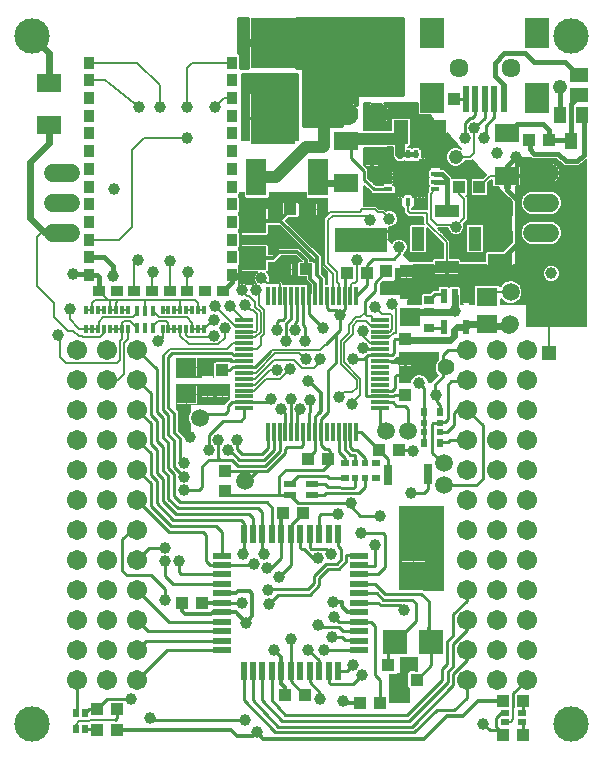
<source format=gtl>
G75*
G70*
%OFA0B0*%
%FSLAX24Y24*%
%IPPOS*%
%LPD*%
%AMOC8*
5,1,8,0,0,1.08239X$1,22.5*
%
%ADD10R,0.0433X0.0394*%
%ADD11R,0.0118X0.0630*%
%ADD12R,0.0630X0.0118*%
%ADD13R,0.0709X0.0610*%
%ADD14R,0.0354X0.0276*%
%ADD15R,0.0394X0.0433*%
%ADD16C,0.0500*%
%ADD17R,0.0827X0.0591*%
%ADD18R,0.0400X0.0200*%
%ADD19R,0.0236X0.0236*%
%ADD20R,0.0315X0.0236*%
%ADD21R,0.0591X0.0197*%
%ADD22R,0.0197X0.0591*%
%ADD23R,0.0236X0.0315*%
%ADD24C,0.0673*%
%ADD25R,0.0787X0.0787*%
%ADD26R,0.1772X0.0787*%
%ADD27R,0.0787X0.1772*%
%ADD28R,0.0315X0.0669*%
%ADD29C,0.0551*%
%ADD30R,0.0217X0.0472*%
%ADD31C,0.0760*%
%ADD32R,0.0118X0.0315*%
%ADD33R,0.0118X0.0335*%
%ADD34R,0.0197X0.0906*%
%ADD35R,0.0787X0.0984*%
%ADD36C,0.0634*%
%ADD37C,0.0600*%
%ADD38R,0.1500X0.1669*%
%ADD39R,0.0138X0.0315*%
%ADD40R,0.0315X0.0138*%
%ADD41R,0.0984X0.0984*%
%ADD42R,0.0472X0.0787*%
%ADD43R,0.0787X0.0472*%
%ADD44R,0.0433X0.0787*%
%ADD45R,0.0787X0.0433*%
%ADD46R,0.0394X0.0551*%
%ADD47R,0.0394X0.0354*%
%ADD48R,0.0354X0.0394*%
%ADD49R,0.0591X0.0512*%
%ADD50R,0.0700X0.1240*%
%ADD51C,0.0100*%
%ADD52C,0.0390*%
%ADD53C,0.0060*%
%ADD54C,0.0120*%
%ADD55C,0.0400*%
%ADD56C,0.0004*%
%ADD57C,0.0594*%
%ADD58C,0.0000*%
%ADD59C,0.0001*%
%ADD60C,0.1181*%
%ADD61C,0.0067*%
%ADD62C,0.0240*%
%ADD63C,0.0060*%
%ADD64R,0.0390X0.0390*%
%ADD65C,0.0160*%
%ADD66C,0.0476*%
%ADD67C,0.0320*%
%ADD68R,0.0476X0.0476*%
D10*
X008697Y010252D03*
X009367Y010252D03*
X010126Y013991D03*
X010126Y014660D03*
X012055Y013238D03*
X012724Y013238D03*
X012891Y015060D03*
X013560Y015060D03*
X012820Y021395D03*
X012151Y021395D03*
X012313Y023376D03*
X012982Y023376D03*
X015585Y008189D03*
X015857Y007697D03*
X016254Y008189D03*
X016526Y007697D03*
X012799Y007198D03*
X012130Y007198D03*
D11*
X012152Y015957D03*
X012349Y015957D03*
X012545Y015957D03*
X012742Y015957D03*
X012939Y015957D03*
X013136Y015957D03*
X013333Y015957D03*
X013530Y015957D03*
X013726Y015957D03*
X013923Y015957D03*
X014120Y015957D03*
X014317Y015957D03*
X014514Y015957D03*
X011955Y015957D03*
X011758Y015957D03*
X011561Y015957D03*
X011561Y020484D03*
X011758Y020484D03*
X011955Y020484D03*
X012152Y020484D03*
X012349Y020484D03*
X012545Y020484D03*
X012742Y020484D03*
X012939Y020484D03*
X013136Y020484D03*
X013333Y020484D03*
X013530Y020484D03*
X013726Y020484D03*
X013923Y020484D03*
X014120Y020484D03*
X014317Y020484D03*
X014514Y020484D03*
D12*
X015301Y019697D03*
X015301Y019500D03*
X015301Y019303D03*
X015301Y019106D03*
X015301Y018909D03*
X015301Y018712D03*
X015301Y018516D03*
X015301Y018319D03*
X015301Y018122D03*
X015301Y017925D03*
X015301Y017728D03*
X015301Y017531D03*
X015301Y017335D03*
X015301Y017138D03*
X015301Y016941D03*
X015301Y016744D03*
X010774Y016744D03*
X010774Y016941D03*
X010774Y017138D03*
X010774Y017335D03*
X010774Y017531D03*
X010774Y017728D03*
X010774Y017925D03*
X010774Y018122D03*
X010774Y018319D03*
X010774Y018516D03*
X010774Y018712D03*
X010774Y018909D03*
X010774Y019106D03*
X010774Y019303D03*
X010774Y019500D03*
X010774Y019697D03*
D13*
X008848Y018133D03*
X008848Y017208D03*
X016289Y019772D03*
X016289Y020697D03*
X018884Y020469D03*
X018884Y019544D03*
D14*
X016944Y019433D03*
X016944Y019945D03*
X016945Y020356D03*
X016945Y020867D03*
D15*
X016179Y021314D03*
X015510Y021314D03*
X014866Y021241D03*
X014196Y021241D03*
X016139Y019051D03*
X016139Y018382D03*
X016144Y017857D03*
X016144Y017187D03*
X015943Y015341D03*
X015273Y015341D03*
X010049Y017337D03*
X010049Y018006D03*
X009549Y018007D03*
X009549Y017338D03*
X015041Y025046D03*
X015041Y025715D03*
X017946Y024121D03*
X018616Y024121D03*
X020256Y025681D03*
X020926Y025681D03*
X020083Y006982D03*
X019413Y006982D03*
X019413Y005860D03*
X020083Y005860D03*
X015311Y006919D03*
X014642Y006919D03*
X006539Y006726D03*
X005870Y006726D03*
X005870Y006017D03*
X006539Y006017D03*
D16*
X019646Y020627D03*
D17*
X019549Y024490D03*
X019549Y025907D03*
X014161Y025659D03*
X014161Y024242D03*
X004271Y026172D03*
X004271Y027589D03*
D18*
X012297Y014205D03*
X012297Y013850D03*
X013045Y013850D03*
X013045Y014205D03*
D19*
X014484Y014404D03*
X014799Y014404D03*
X014799Y014916D03*
X014484Y014916D03*
X016776Y015952D03*
X016776Y016267D03*
X017288Y016267D03*
X017288Y015952D03*
D20*
X015153Y014916D03*
X015153Y014404D03*
X014130Y014404D03*
X014130Y014916D03*
X019472Y006580D03*
X019472Y006281D03*
X020023Y006281D03*
X020023Y006580D03*
D21*
X014612Y008686D03*
X014612Y009001D03*
X014612Y009316D03*
X014612Y009631D03*
X014612Y009946D03*
X014612Y010261D03*
X014612Y010576D03*
X014612Y010891D03*
X014612Y011206D03*
X014612Y011521D03*
X014612Y011836D03*
X010045Y011836D03*
X010045Y011521D03*
X010045Y011206D03*
X010045Y010891D03*
X010045Y010576D03*
X010045Y010261D03*
X010045Y009946D03*
X010045Y009631D03*
X010045Y009316D03*
X010045Y009001D03*
X010045Y008686D03*
D22*
X010754Y007977D03*
X011069Y007977D03*
X011384Y007977D03*
X011699Y007977D03*
X012014Y007977D03*
X012329Y007977D03*
X012644Y007977D03*
X012959Y007977D03*
X013274Y007977D03*
X013589Y007977D03*
X013904Y007977D03*
X013904Y012544D03*
X013589Y012544D03*
X013274Y012544D03*
X012959Y012544D03*
X012644Y012544D03*
X012329Y012544D03*
X012014Y012544D03*
X011699Y012544D03*
X011384Y012544D03*
X011069Y012544D03*
X010754Y012544D03*
D23*
X005468Y006588D03*
X005169Y006588D03*
X005169Y006037D03*
X005468Y006037D03*
X016776Y015597D03*
X017288Y015597D03*
X017288Y016621D03*
X016776Y016621D03*
D24*
X018198Y016697D03*
X018198Y017697D03*
X018198Y018697D03*
X019199Y018699D03*
X019199Y017699D03*
X019199Y016699D03*
X019199Y015699D03*
X019199Y014699D03*
X019199Y013699D03*
X019199Y012699D03*
X019199Y011699D03*
X019199Y010699D03*
X019199Y009699D03*
X019199Y008699D03*
X019199Y007699D03*
X020199Y007699D03*
X020199Y008699D03*
X020199Y009699D03*
X020199Y010699D03*
X020199Y011699D03*
X020199Y012699D03*
X020199Y013699D03*
X020199Y014699D03*
X020199Y015699D03*
X020199Y016699D03*
X020199Y017699D03*
X020199Y018699D03*
X018198Y015697D03*
X018198Y014697D03*
X018198Y013697D03*
X018198Y012697D03*
X018198Y011697D03*
X018198Y010697D03*
X018198Y009697D03*
X018198Y008697D03*
X018198Y007697D03*
X007201Y007700D03*
X007201Y008700D03*
X007201Y009700D03*
X007201Y010700D03*
X007201Y011700D03*
X007201Y012700D03*
X007201Y013700D03*
X007201Y014700D03*
X007201Y015700D03*
X007201Y016700D03*
X007201Y017700D03*
X007201Y018700D03*
X006198Y018700D03*
X006198Y017700D03*
X006198Y016700D03*
X006198Y015700D03*
X006198Y014700D03*
X006198Y013700D03*
X006198Y012700D03*
X006198Y011700D03*
X006198Y010700D03*
X006198Y009700D03*
X006198Y008700D03*
X006198Y007700D03*
X005198Y007700D03*
X005198Y008700D03*
X005198Y009700D03*
X005198Y010700D03*
X005198Y011700D03*
X005198Y012700D03*
X005198Y013700D03*
X005198Y014700D03*
X005198Y015700D03*
X005198Y016700D03*
X005198Y017700D03*
X005198Y018700D03*
D25*
X011113Y021759D03*
X011113Y022979D03*
X015791Y008950D03*
X017012Y008950D03*
D26*
X014676Y022369D03*
D27*
X016401Y012513D03*
D28*
X016913Y014541D03*
X015575Y014521D03*
D29*
X015516Y015978D03*
X016244Y015978D03*
X017445Y014915D03*
X017445Y014187D03*
X017504Y018104D03*
X019590Y019482D03*
X010815Y014344D03*
X009295Y016431D03*
D30*
X017425Y019462D03*
X017425Y020486D03*
X017799Y020486D03*
X018173Y020486D03*
X018173Y019462D03*
D31*
X015214Y026560D03*
X014214Y026560D03*
D32*
X009431Y020020D03*
X009234Y020020D03*
X009037Y020020D03*
X008841Y020020D03*
X008644Y020020D03*
X008447Y020020D03*
X008250Y020020D03*
X008053Y020020D03*
X008053Y019390D03*
X008250Y019390D03*
X008447Y019390D03*
X008644Y019390D03*
X008841Y019390D03*
X009037Y019390D03*
X009234Y019390D03*
X009431Y019390D03*
X006896Y019390D03*
X006699Y019390D03*
X006502Y019390D03*
X006305Y019390D03*
X006108Y019390D03*
X005912Y019390D03*
X005715Y019390D03*
X005518Y019390D03*
X005518Y020020D03*
X005715Y020020D03*
X005912Y020020D03*
X006108Y020020D03*
X006305Y020020D03*
X006502Y020020D03*
X006699Y020020D03*
X006896Y020020D03*
D33*
X007214Y019991D03*
X007470Y019991D03*
X007726Y019991D03*
X007726Y019420D03*
X007470Y019420D03*
X007214Y019420D03*
D34*
X018165Y027049D03*
X018480Y027049D03*
X018795Y027049D03*
X019110Y027049D03*
X019425Y027049D03*
D35*
X020547Y027088D03*
X020547Y029254D03*
X017043Y029254D03*
X017043Y027088D03*
D36*
X017929Y028072D03*
X019681Y028072D03*
D37*
X020381Y024591D02*
X020981Y024591D01*
X020981Y023591D02*
X020381Y023591D01*
X020381Y022591D02*
X020981Y022591D01*
X005001Y022591D02*
X004401Y022591D01*
X004401Y023591D02*
X005001Y023591D01*
X005001Y024591D02*
X004401Y024591D01*
D38*
X011721Y026401D03*
X011721Y028912D03*
D39*
X015977Y025208D03*
X016233Y025208D03*
X016489Y025208D03*
X016745Y025208D03*
X016745Y023633D03*
X016489Y023633D03*
X016233Y023633D03*
X015977Y023633D03*
D40*
X015574Y024037D03*
X015574Y024293D03*
X015574Y024549D03*
X015574Y024804D03*
X017148Y024804D03*
X017148Y024549D03*
X017148Y024293D03*
X017148Y024037D03*
D41*
X016361Y024421D03*
D42*
X016001Y025951D03*
X017261Y025951D03*
D43*
X019301Y022920D03*
X019301Y021661D03*
D44*
X018466Y022391D03*
X016576Y022391D03*
D45*
X017521Y023335D03*
X017521Y021446D03*
D46*
X021297Y026534D03*
X022045Y026534D03*
X021671Y025667D03*
D47*
X010066Y020652D03*
X009475Y020652D03*
X008885Y020652D03*
X008294Y020652D03*
X007704Y020652D03*
X007113Y020652D03*
X006522Y020652D03*
X005932Y020652D03*
D48*
X005609Y021180D03*
X005609Y021771D03*
X005609Y022361D03*
X005609Y022952D03*
X005609Y023542D03*
X005609Y024133D03*
X005609Y024723D03*
X005609Y025314D03*
X005609Y025904D03*
X005609Y026495D03*
X005609Y027086D03*
X005609Y027676D03*
X005609Y028267D03*
X010373Y028267D03*
X010373Y027676D03*
X010373Y027086D03*
X010373Y026495D03*
X010373Y025904D03*
X010373Y025314D03*
X010373Y024723D03*
X010373Y024133D03*
X010373Y023542D03*
X010373Y022952D03*
X010373Y022361D03*
X010373Y021771D03*
X010373Y021180D03*
D49*
X021941Y027176D03*
X021941Y027845D03*
D50*
X013231Y024441D03*
X011181Y024441D03*
D51*
X013139Y024229D02*
X013319Y024529D01*
X013231Y024441D01*
X014351Y025081D02*
X014351Y025715D01*
X014351Y025081D02*
X014771Y024661D01*
X014771Y024361D01*
X015095Y024037D01*
X015574Y024037D01*
X016011Y023231D02*
X016011Y022661D01*
X016001Y022651D01*
X014958Y022651D01*
X014676Y022369D01*
X015071Y021721D02*
X014870Y021519D01*
X014866Y021241D01*
X014870Y020840D01*
X014514Y020484D01*
X014787Y020328D02*
X014787Y019915D01*
X015043Y019698D02*
X015300Y019698D01*
X015301Y019697D01*
X015300Y019502D02*
X015301Y019500D01*
X015771Y019009D02*
X015811Y019049D01*
X016136Y019049D01*
X016139Y019051D01*
X015771Y019009D02*
X015771Y018576D01*
X015711Y018516D01*
X015301Y018516D01*
X014904Y018516D01*
X014827Y018439D01*
X014779Y018391D01*
X014411Y018391D01*
X014827Y018439D02*
X014827Y017139D01*
X015319Y017139D01*
X015317Y017138D01*
X015301Y017138D01*
X015750Y017138D01*
X015811Y017198D01*
X016133Y017198D01*
X016144Y017187D01*
X016146Y016824D02*
X015850Y016824D01*
X015732Y016943D01*
X015303Y016943D01*
X015301Y016941D01*
X015299Y016746D02*
X015299Y016726D01*
X015301Y016728D01*
X015301Y016744D01*
X015303Y016746D01*
X015299Y016726D02*
X015299Y016194D01*
X015516Y015978D01*
X015273Y015341D02*
X015575Y015040D01*
X015575Y014521D01*
X015273Y015341D02*
X014658Y015957D01*
X014514Y015957D01*
X014317Y015957D02*
X014317Y015464D01*
X014413Y015368D01*
X014531Y015368D01*
X014799Y015100D01*
X014799Y014916D01*
X014484Y014916D02*
X014484Y015159D01*
X014453Y015191D01*
X014315Y015191D01*
X014120Y015385D01*
X014120Y015957D01*
X013923Y015957D02*
X013921Y015954D01*
X013921Y015289D01*
X014130Y015080D01*
X014130Y014916D01*
X014484Y014916D02*
X014484Y015021D01*
X014484Y014404D02*
X014484Y014404D01*
X014484Y014159D01*
X014425Y014100D01*
X013567Y014104D01*
X013460Y014210D01*
X013051Y014210D01*
X013045Y014205D01*
X013045Y013850D02*
X013447Y013850D01*
X013512Y013915D01*
X014598Y013911D01*
X014799Y014112D01*
X014799Y014404D01*
X014799Y014404D01*
X014220Y013576D02*
X014634Y013163D01*
X015319Y013163D01*
X015417Y012572D02*
X015457Y012533D01*
X015457Y011450D01*
X015220Y011214D01*
X014621Y011214D01*
X014612Y011206D01*
X014643Y011490D02*
X014612Y011521D01*
X014643Y011490D02*
X015122Y011490D01*
X015142Y011509D01*
X015142Y012198D01*
X015417Y012572D02*
X014669Y012572D01*
X014612Y011836D02*
X014461Y011836D01*
X014453Y011844D01*
X014177Y011844D01*
X014177Y011647D01*
X013921Y011391D01*
X013567Y011391D01*
X013271Y011096D01*
X013271Y010840D01*
X012957Y010525D01*
X011894Y010525D01*
X011598Y010230D01*
X011579Y010702D02*
X011596Y010720D01*
X011627Y010720D01*
X011805Y010722D01*
X012897Y010722D01*
X013094Y010919D01*
X013094Y011155D01*
X013508Y011569D01*
X013862Y011569D01*
X014000Y011706D01*
X014000Y012041D01*
X013901Y012159D01*
X013901Y012513D01*
X013904Y012516D01*
X013904Y012544D01*
X013488Y012061D02*
X012996Y012061D01*
X012959Y012098D01*
X012959Y012544D01*
X013274Y012544D02*
X013274Y013161D01*
X013343Y013230D01*
X013897Y013230D01*
X013890Y013222D01*
X014220Y013576D02*
X012567Y013580D01*
X012297Y013850D01*
X011941Y013849D01*
X011941Y014471D01*
X012161Y014691D01*
X013407Y014691D01*
X013642Y014925D01*
X013560Y015060D01*
X013642Y014925D02*
X013642Y015313D01*
X013559Y015395D01*
X013453Y015395D01*
X013331Y015517D01*
X013331Y015954D01*
X013333Y015957D01*
X013333Y016350D01*
X013333Y016374D01*
X013567Y016608D01*
X013567Y018006D01*
X013826Y018265D01*
X013826Y019216D01*
X013961Y019351D01*
X013961Y019861D01*
X013960Y019895D02*
X014120Y020055D01*
X014120Y020484D01*
X014120Y021111D01*
X014196Y021187D01*
X014196Y021241D01*
X013530Y020484D02*
X013530Y020090D01*
X013586Y020033D01*
X013823Y020033D01*
X013960Y019895D01*
X013826Y019216D02*
X013511Y018901D01*
X013401Y019427D02*
X012939Y019888D01*
X012939Y020484D01*
X013134Y020486D02*
X013136Y020484D01*
X012742Y020484D02*
X012742Y019642D01*
X012740Y019639D01*
X012740Y019521D01*
X012819Y019443D01*
X012819Y018990D01*
X012484Y019344D02*
X012484Y019580D01*
X012543Y019639D01*
X012543Y020482D01*
X012545Y020484D01*
X012349Y020484D02*
X012346Y020482D01*
X012346Y019738D01*
X012169Y019561D01*
X012169Y018990D01*
X011854Y019344D02*
X011854Y019620D01*
X011933Y019698D01*
X012071Y019698D01*
X012149Y019777D01*
X012149Y020482D01*
X012152Y020484D01*
X011201Y021721D02*
X011163Y021759D01*
X011113Y021759D01*
X010772Y018911D02*
X010774Y018909D01*
X010774Y018516D02*
X010655Y018516D01*
X010653Y018517D01*
X010417Y018517D01*
X010358Y018576D01*
X008370Y018576D01*
X008252Y018458D01*
X008252Y016765D01*
X008429Y016588D01*
X008429Y015939D01*
X008646Y015722D01*
X008646Y015053D01*
X008783Y014915D01*
X008449Y014797D02*
X008783Y014462D01*
X008449Y014561D02*
X008449Y013813D01*
X008646Y013616D01*
X011520Y013616D01*
X011699Y013436D01*
X011699Y012544D01*
X012012Y012542D02*
X012014Y012544D01*
X012012Y012542D02*
X012012Y011765D01*
X011677Y011431D01*
X011539Y011431D01*
X011421Y011883D02*
X011384Y011921D01*
X011384Y012544D01*
X011384Y013279D01*
X011244Y013419D01*
X008567Y013419D01*
X008252Y013734D01*
X008252Y014482D01*
X008055Y014679D01*
X008055Y015466D01*
X007858Y015663D01*
X007858Y016332D01*
X007661Y016529D01*
X007661Y017240D01*
X007201Y017700D01*
X007858Y018043D02*
X007201Y018700D01*
X007858Y018043D02*
X007858Y016608D01*
X008055Y016411D01*
X008055Y015781D01*
X008252Y015584D01*
X008252Y014757D01*
X008449Y014561D01*
X008449Y014797D02*
X008449Y015663D01*
X008232Y015880D01*
X008232Y016509D01*
X008055Y016687D01*
X008055Y018481D01*
X007214Y019924D02*
X007214Y019991D01*
X009551Y018340D02*
X009551Y018009D01*
X009549Y018007D01*
X009551Y018340D02*
X009590Y018380D01*
X010299Y018380D01*
X010360Y018319D01*
X010774Y018319D01*
X010774Y018122D02*
X011142Y018122D01*
X011651Y018631D01*
X010774Y018122D02*
X010396Y018122D01*
X010280Y018006D01*
X010049Y018006D01*
X010358Y016943D02*
X010220Y016805D01*
X010220Y016647D01*
X010122Y016549D01*
X009413Y016549D01*
X009295Y016431D01*
X009590Y015860D02*
X009590Y015348D01*
X009594Y015033D02*
X009366Y014805D01*
X009366Y014120D01*
X009256Y014009D01*
X008783Y014009D01*
X008055Y013655D02*
X008488Y013222D01*
X010929Y013222D01*
X011069Y013082D01*
X011069Y012544D01*
X010754Y012544D02*
X010754Y012925D01*
X010653Y013025D01*
X008409Y013025D01*
X007858Y013576D01*
X007858Y014324D01*
X007661Y014521D01*
X007661Y015240D01*
X007201Y015700D01*
X007661Y015545D02*
X007661Y016240D01*
X007201Y016700D01*
X007661Y015545D02*
X007858Y015348D01*
X007858Y014600D01*
X008055Y014403D01*
X008055Y013655D01*
X007661Y013498D02*
X008331Y012828D01*
X009846Y012828D01*
X010043Y012631D01*
X010043Y011838D01*
X010045Y011836D01*
X010045Y011521D02*
X011058Y011521D01*
X011086Y011549D01*
X010752Y011883D02*
X010754Y011886D01*
X010754Y012544D01*
X010045Y011521D02*
X009638Y011521D01*
X009512Y011647D01*
X009512Y012533D01*
X009413Y012631D01*
X008862Y012631D01*
X009000Y012631D01*
X008862Y012631D02*
X008270Y012631D01*
X007201Y013700D01*
X007661Y013498D02*
X007661Y014240D01*
X007201Y014700D01*
X007201Y012700D02*
X007021Y012700D01*
X006716Y012395D01*
X006716Y011332D01*
X006874Y011175D01*
X007681Y011175D01*
X008134Y010722D01*
X008134Y010348D01*
X008398Y010891D02*
X008134Y011155D01*
X008134Y011647D01*
X008586Y011647D02*
X008586Y011293D01*
X008674Y011206D01*
X010045Y011206D01*
X010045Y010891D02*
X008398Y010891D01*
X007201Y010700D02*
X008270Y009631D01*
X010045Y009631D01*
X010045Y009316D02*
X007585Y009316D01*
X007201Y009700D01*
X007503Y009001D02*
X010045Y009001D01*
X010045Y008686D02*
X008188Y008686D01*
X007201Y007700D01*
X007012Y007041D02*
X006894Y007041D01*
X006874Y007061D01*
X006205Y007061D01*
X005870Y006726D01*
X005606Y006726D01*
X005468Y006588D01*
X005198Y006617D02*
X005198Y007700D01*
X005198Y006617D02*
X005169Y006588D01*
X005468Y006037D02*
X005850Y006037D01*
X005870Y006017D01*
X006480Y006352D02*
X006539Y006411D01*
X006539Y006726D01*
X007622Y006431D02*
X007701Y006352D01*
X010791Y006352D01*
X010754Y007019D02*
X010754Y007977D01*
X011069Y007977D02*
X011069Y007019D01*
X011913Y006135D01*
X016362Y006135D01*
X017740Y007513D01*
X017740Y007887D01*
X018198Y008345D01*
X018198Y008697D01*
X017740Y008891D02*
X018198Y009349D01*
X018198Y009697D01*
X018198Y009585D01*
X017740Y009876D02*
X017740Y009167D01*
X017543Y008970D01*
X017543Y008222D01*
X017366Y008045D01*
X017366Y007691D01*
X016205Y006529D01*
X012149Y006529D01*
X011699Y007019D01*
X011699Y007977D01*
X011384Y007977D02*
X011384Y007019D01*
X012031Y006332D01*
X016283Y006332D01*
X017563Y007612D01*
X017563Y007966D01*
X017740Y008143D01*
X017740Y008891D01*
X017117Y008727D02*
X017012Y008950D01*
X017012Y008182D01*
X016526Y007697D01*
X017189Y006687D02*
X017779Y006687D01*
X018193Y007100D01*
X018193Y007692D01*
X018198Y007697D01*
X017189Y006687D02*
X016441Y005939D01*
X011795Y005939D01*
X010754Y007019D01*
X012329Y007649D02*
X012779Y007198D01*
X012799Y007198D01*
X012957Y007612D02*
X012957Y007975D01*
X012959Y007977D01*
X013271Y007966D02*
X013271Y008340D01*
X012917Y008694D01*
X013429Y008694D02*
X014604Y008694D01*
X014612Y008686D01*
X014612Y009001D02*
X014604Y009009D01*
X014138Y009009D01*
X014020Y009128D01*
X013705Y009128D01*
X013921Y009462D02*
X013311Y009462D01*
X013252Y009521D01*
X013783Y009777D02*
X013929Y009631D01*
X014612Y009631D01*
X014624Y009620D01*
X015004Y009620D01*
X015142Y009482D01*
X015142Y007868D01*
X015311Y007698D01*
X015311Y006919D01*
X014413Y007553D02*
X014709Y007848D01*
X014413Y007553D02*
X013646Y007553D01*
X013589Y007610D01*
X013589Y007977D01*
X013904Y007977D02*
X014188Y007977D01*
X014413Y008202D01*
X014612Y009316D02*
X014067Y009316D01*
X013921Y009462D01*
X014612Y010261D02*
X015248Y010261D01*
X015338Y010171D01*
X015968Y010171D01*
X016106Y010033D01*
X016382Y010368D02*
X016500Y010250D01*
X016500Y009659D01*
X015791Y008950D01*
X015594Y008950D01*
X015575Y008931D01*
X015575Y008553D01*
X015585Y008189D01*
X017012Y008950D02*
X016938Y009258D01*
X016938Y010304D01*
X016677Y010565D01*
X015476Y010565D01*
X015150Y010891D01*
X014612Y010891D01*
X014621Y010584D02*
X015201Y010584D01*
X015417Y010368D01*
X016382Y010368D01*
X016894Y009443D02*
X016938Y009258D01*
X017740Y009876D02*
X018198Y010333D01*
X018198Y010697D01*
X016756Y013911D02*
X016323Y013911D01*
X016756Y013911D02*
X016913Y014069D01*
X016913Y014541D01*
X017386Y014915D02*
X017031Y015269D01*
X017031Y016214D01*
X017084Y016267D01*
X017288Y016267D01*
X017300Y016267D01*
X017307Y016273D01*
X017464Y016273D01*
X017563Y016372D01*
X017563Y017533D01*
X017681Y017651D01*
X018173Y017651D01*
X017504Y018104D02*
X017464Y018104D01*
X017386Y018025D01*
X017386Y018517D01*
X017563Y018694D01*
X018181Y018694D01*
X018193Y018694D01*
X017386Y018025D02*
X017386Y017789D01*
X017149Y017553D01*
X017149Y017238D01*
X017189Y017198D01*
X017189Y017179D01*
X017181Y017187D01*
X017181Y017191D01*
X017189Y017179D02*
X017189Y016962D01*
X017287Y016864D01*
X017287Y016628D01*
X017288Y016627D01*
X017288Y016621D01*
X017307Y016273D02*
X017287Y016273D01*
X017307Y015958D02*
X017287Y015958D01*
X017288Y015952D02*
X017300Y015952D01*
X017307Y015958D01*
X017523Y015958D01*
X017760Y016194D01*
X017760Y016588D01*
X017858Y016687D01*
X018181Y016687D01*
X018193Y016687D01*
X018198Y016697D02*
X018724Y016170D01*
X018724Y014403D01*
X018508Y014187D01*
X017445Y014187D01*
X017300Y015597D02*
X017307Y015604D01*
X017563Y015604D01*
X017642Y015683D01*
X018181Y015683D01*
X018193Y015683D01*
X017300Y015597D02*
X017288Y015597D01*
X016776Y015597D02*
X016776Y015952D01*
X016776Y016267D01*
X016776Y016621D01*
X016776Y017405D01*
X016601Y017581D01*
X016144Y017857D02*
X016144Y018377D01*
X016139Y018382D01*
X016136Y018380D01*
X015850Y018380D01*
X015789Y018319D01*
X015301Y018319D01*
X015301Y018712D02*
X014828Y018712D01*
X014724Y018765D01*
X015791Y017789D02*
X015791Y017435D01*
X015691Y017335D01*
X015301Y017335D01*
X015319Y017139D02*
X015338Y017139D01*
X015791Y017789D02*
X015850Y017848D01*
X016135Y017848D01*
X016144Y017857D01*
X016146Y016824D02*
X016244Y016726D01*
X016244Y015978D01*
X016401Y015341D02*
X015943Y015341D01*
X016401Y015341D02*
X016401Y015309D01*
X014413Y016943D02*
X014374Y016903D01*
X013331Y016647D02*
X013281Y016602D01*
X013134Y016470D01*
X013134Y015959D01*
X013136Y015957D01*
X013134Y015954D01*
X013134Y015317D01*
X012970Y015153D01*
X012891Y015060D01*
X012665Y015450D02*
X012205Y015450D01*
X012142Y015387D01*
X012142Y015242D01*
X011551Y014651D01*
X011252Y014651D01*
X010135Y014651D01*
X010126Y014660D01*
X009953Y015033D02*
X009905Y015080D01*
X009905Y015702D01*
X010220Y015348D02*
X010299Y015348D01*
X010614Y015033D01*
X011421Y015033D01*
X011756Y015368D01*
X011756Y015954D01*
X011758Y015957D01*
X011953Y015954D02*
X011953Y015309D01*
X011480Y014836D01*
X010575Y014836D01*
X010378Y015033D01*
X009953Y015033D01*
X009594Y015033D01*
X009590Y015860D02*
X010063Y016332D01*
X010653Y016332D01*
X010772Y016451D01*
X010772Y016746D01*
X010774Y016744D01*
X010773Y016941D02*
X010771Y016943D01*
X010358Y016943D01*
X010773Y016941D02*
X010774Y016941D01*
X011419Y016941D01*
X011557Y016941D01*
X011677Y017061D01*
X011421Y016943D02*
X011419Y016941D01*
X012012Y016706D02*
X012149Y016569D01*
X012149Y015978D01*
X012152Y015976D01*
X012152Y015957D01*
X012149Y015954D02*
X012149Y015978D01*
X011955Y015957D02*
X011953Y015954D01*
X012346Y015954D02*
X012346Y016588D01*
X012327Y016608D01*
X012327Y017061D01*
X012642Y016706D02*
X012543Y016608D01*
X012543Y015954D01*
X012545Y015957D01*
X012740Y015954D02*
X012742Y015957D01*
X012742Y015527D01*
X012665Y015450D01*
X012937Y015954D02*
X012937Y016588D01*
X012976Y016628D01*
X012976Y017041D01*
X012957Y017031D01*
X013331Y016352D02*
X013333Y016350D01*
X012939Y015957D02*
X012937Y015954D01*
X012349Y015957D02*
X012346Y015954D01*
X011561Y015957D02*
X011559Y015954D01*
X011559Y015427D01*
X011362Y015230D01*
X010693Y015230D01*
X010535Y015387D01*
X010535Y015702D01*
X011205Y014651D02*
X010831Y014277D01*
X010815Y014344D01*
X011041Y013846D02*
X011941Y013849D01*
X012297Y014205D02*
X012566Y014474D01*
X013531Y014474D01*
X013598Y014408D01*
X014130Y014404D01*
X014151Y014382D01*
X012724Y013238D02*
X012329Y012842D01*
X012329Y012544D01*
X012329Y011508D01*
X011951Y011131D01*
X012701Y012041D02*
X012644Y012098D01*
X012644Y012544D01*
X012701Y012041D02*
X012760Y012041D01*
X013055Y011746D01*
X013232Y011746D01*
X013488Y012061D02*
X013646Y011903D01*
X013685Y011903D01*
X014621Y010584D02*
X014612Y010576D01*
X013274Y007977D02*
X013274Y007968D01*
X013271Y007966D01*
X012957Y007612D02*
X013311Y007257D01*
X013311Y007041D01*
X012329Y007649D02*
X012329Y007977D01*
X012329Y008559D01*
X012327Y009049D01*
X010693Y010269D02*
X010684Y010261D01*
X010045Y010261D01*
X010037Y010252D01*
X008134Y012100D02*
X007602Y012100D01*
X007201Y011700D01*
X007503Y009001D02*
X007201Y008700D01*
X010273Y013844D02*
X010126Y013991D01*
X010273Y013844D02*
X011039Y013844D01*
X011041Y013846D01*
X011205Y014651D02*
X011252Y014651D01*
X012055Y013238D02*
X012020Y013202D01*
X012014Y013202D01*
X016944Y019433D02*
X017425Y019433D01*
X017425Y019462D01*
X016945Y020356D02*
X017138Y020548D01*
X017425Y020548D01*
X017425Y020486D01*
X018884Y020469D02*
X019042Y020627D01*
X019646Y020627D02*
X019650Y020627D01*
X019657Y020620D01*
X018764Y025738D02*
X018821Y025795D01*
X018821Y026161D01*
X019110Y026450D01*
X019110Y027049D01*
X018795Y027049D02*
X018795Y026419D01*
X018449Y026072D01*
X018382Y026427D02*
X018480Y026525D01*
X018480Y027049D01*
X018480Y026698D01*
X018382Y026427D02*
X018291Y026427D01*
X018134Y026269D01*
X018134Y025738D01*
X018153Y027037D02*
X017764Y027041D01*
X018153Y027037D02*
X018165Y027049D01*
X015941Y022111D02*
X015949Y021908D01*
X015761Y021721D01*
X015071Y021721D01*
X015510Y021314D02*
X015122Y020926D01*
X015122Y020663D01*
X014787Y020328D01*
X020199Y007699D02*
X019748Y007248D01*
X019748Y006785D01*
X020023Y006580D02*
X020083Y006639D01*
X020083Y006982D01*
X020083Y006281D02*
X020023Y006281D01*
X020083Y006281D02*
X020083Y005860D01*
X019413Y005860D02*
X019266Y006007D01*
X018970Y006007D01*
X018941Y006037D01*
X018744Y006214D01*
X019157Y006116D02*
X019266Y006007D01*
X019157Y006116D02*
X019157Y006411D01*
X019327Y006580D01*
X019472Y006580D01*
X019413Y005860D02*
X019413Y005840D01*
D52*
X018744Y006214D03*
X015811Y007218D03*
X014709Y007848D03*
X014413Y008202D03*
X013705Y009128D03*
X013429Y008694D03*
X012917Y008694D03*
X012327Y009049D03*
X011771Y008701D03*
X010841Y009601D03*
X010693Y010269D03*
X011598Y010230D03*
X011579Y010702D03*
X011951Y011131D03*
X011539Y011431D03*
X011421Y011883D03*
X011086Y011549D03*
X010752Y011883D03*
X008783Y014009D03*
X008783Y014462D03*
X008783Y014915D03*
X008960Y015801D03*
X009590Y015348D03*
X009905Y015702D03*
X010220Y015348D03*
X010535Y015702D03*
X011677Y017061D03*
X012012Y016706D03*
X012327Y017061D03*
X012642Y016706D03*
X012957Y017031D03*
X012907Y017653D03*
X012311Y018061D03*
X011861Y018031D03*
X012169Y018990D03*
X011854Y019344D03*
X012484Y019344D03*
X012819Y018990D03*
X012821Y018391D03*
X013301Y018391D03*
X013401Y019427D03*
X013961Y019861D03*
X014728Y019305D03*
X014724Y018765D03*
X014411Y018391D03*
X013941Y017120D03*
X014374Y016903D03*
X016401Y015309D03*
X016323Y013911D03*
X017071Y013261D03*
X015319Y013163D03*
X014669Y012572D03*
X015142Y012198D03*
X014351Y013591D03*
X013897Y013230D03*
X013685Y011903D03*
X013232Y011746D03*
X013721Y010291D03*
X013783Y009777D03*
X013252Y009521D03*
X013311Y007041D03*
X014081Y006991D03*
X016106Y010033D03*
X016697Y010958D03*
X017181Y017191D03*
X016601Y017581D03*
X016992Y017868D03*
X016992Y018399D03*
X017799Y019994D03*
X019331Y022261D03*
X019121Y023881D03*
X019841Y025111D03*
X019206Y025269D03*
X018764Y025738D03*
X018449Y026072D03*
X018134Y025738D03*
X017831Y022801D03*
X015941Y022111D03*
X015614Y023065D03*
X014966Y023026D03*
X014531Y021691D03*
X015581Y020791D03*
X015716Y020216D03*
X015146Y020135D03*
X013061Y022651D03*
X011351Y021091D03*
X011171Y020671D03*
X010691Y020671D03*
X010811Y020191D03*
X010301Y020161D03*
X009791Y020161D03*
X009781Y019681D03*
X010141Y019411D03*
X009761Y019161D03*
X008891Y021301D03*
X008291Y021661D03*
X007751Y021271D03*
X007241Y021691D03*
X006401Y021151D03*
X005081Y021211D03*
X004961Y020041D03*
X004571Y019171D03*
X007901Y018991D03*
X006431Y024061D03*
X007271Y026791D03*
X007961Y026791D03*
X008861Y026791D03*
X008861Y025741D03*
X009791Y026791D03*
X011001Y027661D03*
X011451Y027661D03*
X011901Y027671D03*
X012361Y027671D03*
X013391Y025441D03*
X021011Y021241D03*
X020921Y019771D03*
X011201Y005941D03*
X010791Y006352D03*
X007622Y006431D03*
X007012Y007041D03*
X008134Y010348D03*
X008134Y011647D03*
X008586Y011647D03*
X008134Y012100D03*
D53*
X010774Y017335D02*
X011105Y017335D01*
X011501Y017731D01*
X011981Y017731D01*
X012311Y018061D01*
X012431Y018361D02*
X012701Y018091D01*
X013091Y018091D01*
X013301Y018301D01*
X013301Y018391D01*
X013301Y018301D02*
X013331Y018301D01*
X013301Y018691D02*
X013511Y018901D01*
X013301Y018691D02*
X011711Y018691D01*
X011651Y018631D01*
X011801Y018571D02*
X012611Y018571D01*
X012821Y018361D01*
X012821Y018391D01*
X012821Y018361D02*
X012881Y018301D01*
X012431Y018361D02*
X011771Y018361D01*
X011139Y017728D01*
X010774Y017728D01*
X010774Y017531D02*
X011122Y017531D01*
X011621Y018031D01*
X011861Y018031D01*
X011801Y018571D02*
X011155Y017925D01*
X010774Y017925D01*
X010774Y018712D02*
X011193Y018712D01*
X011321Y018841D01*
X011321Y019111D01*
X011441Y019231D01*
X011441Y020011D01*
X011261Y020191D01*
X011261Y020581D01*
X011171Y020671D01*
X010931Y020491D02*
X010871Y020491D01*
X010691Y020671D01*
X010931Y020491D02*
X011141Y020281D01*
X011141Y020131D01*
X011321Y019951D01*
X011321Y019291D01*
X011137Y019106D01*
X010774Y019106D01*
X010774Y018909D02*
X010400Y018909D01*
X010211Y018721D01*
X008295Y018721D01*
X008055Y018481D01*
X007901Y018991D02*
X008053Y019083D01*
X008053Y019390D01*
X008250Y019390D02*
X008250Y019571D01*
X008171Y019651D01*
X007901Y019651D01*
X007726Y019475D01*
X007726Y019420D01*
X007931Y019771D02*
X007726Y019976D01*
X007726Y019991D01*
X007470Y019991D02*
X007470Y020322D01*
X007451Y020341D01*
X008651Y020341D01*
X008651Y020027D01*
X008644Y020020D01*
X008651Y020341D02*
X009144Y020341D01*
X009234Y020251D01*
X009234Y020020D01*
X009431Y020020D02*
X009441Y020011D01*
X009791Y020161D02*
X009801Y020161D01*
X010462Y019500D01*
X010774Y019500D01*
X010765Y019697D02*
X010774Y019697D01*
X010765Y019697D02*
X010301Y020161D01*
X010811Y020191D02*
X010991Y020011D01*
X011081Y020011D01*
X011201Y019891D01*
X011201Y019351D01*
X011153Y019303D01*
X010774Y019303D01*
X010151Y019411D02*
X010151Y019111D01*
X010141Y019101D01*
X010141Y019411D01*
X010141Y019101D02*
X009911Y018871D01*
X008921Y018871D01*
X008644Y019148D01*
X008644Y019390D01*
X008831Y019381D02*
X008831Y019171D01*
X008891Y019111D01*
X009711Y019111D01*
X009761Y019161D01*
X009431Y019390D02*
X009721Y019681D01*
X009781Y019681D01*
X009037Y019594D02*
X009037Y019390D01*
X008841Y019390D02*
X008831Y019381D01*
X009037Y019594D02*
X008861Y019771D01*
X007931Y019771D01*
X007451Y020341D02*
X006581Y020341D01*
X006244Y020341D01*
X005932Y020652D01*
X005872Y021217D01*
X005609Y021180D01*
X005801Y020341D02*
X005861Y020341D01*
X005872Y020351D01*
X005861Y020341D02*
X006281Y020341D01*
X006311Y020311D01*
X006311Y020026D01*
X006305Y020020D01*
X006502Y020020D02*
X006502Y020262D01*
X006581Y020341D01*
X006761Y019651D02*
X006983Y019651D01*
X007214Y019420D01*
X006896Y019390D02*
X006896Y019065D01*
X006761Y018931D01*
X006761Y017881D01*
X006581Y017701D01*
X006199Y017701D01*
X006198Y017700D01*
X006521Y018241D02*
X004841Y018241D01*
X004631Y018451D01*
X004631Y019111D01*
X004571Y019171D01*
X004901Y019321D02*
X004451Y019771D01*
X004451Y020251D01*
X003881Y020821D01*
X003881Y022461D01*
X004051Y022631D01*
X004701Y022591D01*
X005609Y022361D02*
X006591Y022361D01*
X007031Y022801D01*
X007031Y025351D01*
X007421Y025741D01*
X008861Y025741D01*
X008861Y026791D02*
X008861Y028081D01*
X009041Y028261D01*
X010367Y028261D01*
X010373Y028267D01*
X010691Y027901D02*
X012581Y027901D01*
X012581Y025681D01*
X012501Y025681D01*
X012501Y026371D01*
X011751Y026371D01*
X011751Y026430D01*
X012501Y026430D01*
X012501Y027241D01*
X012496Y027252D01*
X012488Y027261D01*
X012477Y027265D01*
X011751Y027265D01*
X011751Y026431D01*
X011691Y026431D01*
X011691Y027265D01*
X010965Y027265D01*
X010954Y027261D01*
X010946Y027252D01*
X010941Y027241D01*
X010941Y026430D01*
X011691Y026430D01*
X011691Y026371D01*
X010941Y026371D01*
X010941Y025681D01*
X010691Y025681D01*
X010691Y027901D01*
X010691Y027847D02*
X012581Y027847D01*
X012581Y027788D02*
X010691Y027788D01*
X010691Y027730D02*
X012581Y027730D01*
X012581Y027671D02*
X010691Y027671D01*
X010691Y027613D02*
X012581Y027613D01*
X012581Y027554D02*
X010691Y027554D01*
X010691Y027496D02*
X012581Y027496D01*
X012581Y027437D02*
X010691Y027437D01*
X010691Y027378D02*
X012581Y027378D01*
X012581Y027320D02*
X010691Y027320D01*
X010691Y027261D02*
X010956Y027261D01*
X010941Y027203D02*
X010691Y027203D01*
X010691Y027144D02*
X010941Y027144D01*
X010941Y027086D02*
X010691Y027086D01*
X010691Y027027D02*
X010941Y027027D01*
X010941Y026969D02*
X010691Y026969D01*
X010691Y026910D02*
X010941Y026910D01*
X010941Y026852D02*
X010691Y026852D01*
X010691Y026793D02*
X010941Y026793D01*
X010941Y026734D02*
X010691Y026734D01*
X010691Y026676D02*
X010941Y026676D01*
X010941Y026617D02*
X010691Y026617D01*
X010691Y026559D02*
X010941Y026559D01*
X010941Y026500D02*
X010691Y026500D01*
X010691Y026442D02*
X010941Y026442D01*
X010941Y026325D02*
X010691Y026325D01*
X010691Y026383D02*
X011691Y026383D01*
X011691Y026442D02*
X011751Y026442D01*
X011751Y026500D02*
X011691Y026500D01*
X011691Y026559D02*
X011751Y026559D01*
X011751Y026617D02*
X011691Y026617D01*
X011691Y026676D02*
X011751Y026676D01*
X011751Y026734D02*
X011691Y026734D01*
X011691Y026793D02*
X011751Y026793D01*
X011751Y026852D02*
X011691Y026852D01*
X011691Y026910D02*
X011751Y026910D01*
X011751Y026969D02*
X011691Y026969D01*
X011691Y027027D02*
X011751Y027027D01*
X011751Y027086D02*
X011691Y027086D01*
X011691Y027144D02*
X011751Y027144D01*
X011751Y027203D02*
X011691Y027203D01*
X011691Y027261D02*
X011751Y027261D01*
X012486Y027261D02*
X012581Y027261D01*
X012581Y027203D02*
X012501Y027203D01*
X012501Y027144D02*
X012581Y027144D01*
X012581Y027086D02*
X012501Y027086D01*
X012501Y027027D02*
X012581Y027027D01*
X012581Y026969D02*
X012501Y026969D01*
X012501Y026910D02*
X012581Y026910D01*
X012581Y026852D02*
X012501Y026852D01*
X012501Y026793D02*
X012581Y026793D01*
X012581Y026734D02*
X012501Y026734D01*
X012501Y026676D02*
X012581Y026676D01*
X012581Y026617D02*
X012501Y026617D01*
X012501Y026559D02*
X012581Y026559D01*
X012581Y026500D02*
X012501Y026500D01*
X012501Y026442D02*
X012581Y026442D01*
X012581Y026383D02*
X011751Y026383D01*
X012501Y026325D02*
X012581Y026325D01*
X012581Y026266D02*
X012501Y026266D01*
X012501Y026208D02*
X012581Y026208D01*
X012581Y026149D02*
X012501Y026149D01*
X012501Y026091D02*
X012581Y026091D01*
X012581Y026032D02*
X012501Y026032D01*
X012501Y025973D02*
X012581Y025973D01*
X012581Y025915D02*
X012501Y025915D01*
X012501Y025856D02*
X012581Y025856D01*
X012581Y025798D02*
X012501Y025798D01*
X012501Y025739D02*
X012581Y025739D01*
X012581Y025681D02*
X012501Y025681D01*
X012772Y023869D02*
X012791Y023851D01*
X013451Y023101D02*
X013631Y023281D01*
X014621Y023281D01*
X014711Y023371D01*
X015131Y023371D01*
X015221Y023281D01*
X015398Y023281D01*
X015614Y023065D01*
X015516Y023332D02*
X015448Y023401D01*
X015271Y023401D01*
X015251Y023420D01*
X015181Y023491D01*
X014771Y023491D01*
X014771Y024163D01*
X014955Y023979D01*
X014955Y023979D01*
X015037Y023897D01*
X015360Y023897D01*
X015379Y023878D01*
X015768Y023878D01*
X015821Y023931D01*
X015821Y024143D01*
X015768Y024196D01*
X015741Y024196D01*
X015748Y024198D01*
X015756Y024207D01*
X015761Y024218D01*
X015761Y024288D01*
X015578Y024288D01*
X015578Y024297D01*
X015761Y024297D01*
X015761Y024367D01*
X015756Y024378D01*
X015748Y024387D01*
X015737Y024391D01*
X015578Y024391D01*
X015578Y024297D01*
X015569Y024297D01*
X015569Y024288D01*
X015386Y024288D01*
X015386Y024218D01*
X015391Y024207D01*
X015399Y024198D01*
X015406Y024196D01*
X015379Y024196D01*
X015360Y024177D01*
X015153Y024177D01*
X014911Y024419D01*
X014911Y024603D01*
X014911Y024719D01*
X014771Y024859D01*
X014771Y025425D01*
X014790Y025425D01*
X014807Y025409D01*
X015275Y025409D01*
X015297Y025430D01*
X015727Y025439D01*
X015727Y025158D01*
X015765Y025066D01*
X015818Y025013D01*
X015871Y024960D01*
X015921Y024960D01*
X015927Y024958D01*
X016027Y024958D01*
X016033Y024960D01*
X016083Y024960D01*
X016105Y024982D01*
X016127Y024960D01*
X016339Y024960D01*
X016361Y024982D01*
X016383Y024960D01*
X016595Y024960D01*
X016648Y025013D01*
X016648Y025040D01*
X016650Y025033D01*
X016659Y025025D01*
X016670Y025020D01*
X016740Y025020D01*
X016740Y025203D01*
X016749Y025203D01*
X016749Y025020D01*
X016820Y025020D01*
X016831Y025025D01*
X016839Y025033D01*
X016844Y025044D01*
X016844Y025203D01*
X016749Y025203D01*
X016749Y025212D01*
X017516Y025212D01*
X017504Y025183D02*
X017504Y025053D01*
X017554Y024932D01*
X017646Y024840D01*
X017767Y024790D01*
X017897Y024790D01*
X018018Y024840D01*
X018110Y024932D01*
X018135Y024992D01*
X018241Y024992D01*
X018341Y024992D01*
X018372Y025023D01*
X018849Y024523D01*
X018752Y024427D01*
X018381Y024427D01*
X018329Y024374D01*
X018329Y023867D01*
X018381Y023814D01*
X018850Y023814D01*
X018902Y023867D01*
X018902Y024238D01*
X019014Y024350D01*
X019046Y024316D01*
X019046Y024158D01*
X019099Y024105D01*
X019248Y024105D01*
X019379Y023967D01*
X019379Y023952D01*
X019691Y023640D01*
X019691Y023187D01*
X019331Y023187D01*
X019331Y022951D01*
X019271Y022951D01*
X019271Y023187D01*
X018901Y023187D01*
X018890Y023182D01*
X018882Y023174D01*
X018877Y023163D01*
X018877Y022950D01*
X019271Y022950D01*
X019271Y022891D01*
X018877Y022891D01*
X018877Y022678D01*
X018882Y022667D01*
X018890Y022659D01*
X018901Y022654D01*
X019271Y022654D01*
X019271Y022890D01*
X019331Y022890D01*
X019331Y022654D01*
X019691Y022654D01*
X019691Y022291D01*
X019387Y021987D01*
X018870Y021987D01*
X018817Y021934D01*
X018747Y021934D01*
X018772Y021960D02*
X018720Y021907D01*
X018212Y021907D01*
X018159Y021960D01*
X018159Y022821D01*
X018212Y022874D01*
X018720Y022874D01*
X018772Y022821D01*
X018772Y021960D01*
X018772Y021992D02*
X019392Y021992D01*
X019451Y022051D02*
X018772Y022051D01*
X018772Y022110D02*
X019510Y022110D01*
X019568Y022168D02*
X018772Y022168D01*
X018772Y022227D02*
X019627Y022227D01*
X019685Y022285D02*
X018772Y022285D01*
X018772Y022344D02*
X019691Y022344D01*
X019691Y022402D02*
X018772Y022402D01*
X018772Y022461D02*
X019691Y022461D01*
X019691Y022519D02*
X018772Y022519D01*
X018772Y022578D02*
X019691Y022578D01*
X019691Y022636D02*
X018772Y022636D01*
X018772Y022695D02*
X018877Y022695D01*
X018877Y022754D02*
X018772Y022754D01*
X018772Y022812D02*
X018877Y022812D01*
X018877Y022871D02*
X018723Y022871D01*
X018877Y022988D02*
X018188Y022988D01*
X018221Y023021D02*
X018099Y022899D01*
X018116Y022857D01*
X018116Y022744D01*
X018073Y022639D01*
X017992Y022559D01*
X017888Y022516D01*
X017774Y022516D01*
X017669Y022559D01*
X017589Y022639D01*
X017547Y022741D01*
X017231Y022741D01*
X017577Y022394D01*
X017647Y022324D01*
X017647Y022199D01*
X017648Y022199D01*
X017647Y022151D01*
X017647Y022101D01*
X017647Y022100D01*
X017644Y021752D01*
X017952Y021752D01*
X018005Y021699D01*
X018005Y021661D01*
X018817Y021661D01*
X018817Y021934D01*
X018817Y021875D02*
X017645Y021875D01*
X017644Y021817D02*
X018817Y021817D01*
X018817Y021758D02*
X017644Y021758D01*
X017561Y021616D02*
X017521Y021446D01*
X017527Y022150D01*
X017527Y022274D01*
X016871Y022931D01*
X016871Y023221D01*
X016841Y023251D01*
X016301Y023251D01*
X016233Y023319D01*
X016233Y023633D01*
X016392Y023465D02*
X016395Y023459D01*
X016403Y023450D01*
X016414Y023446D01*
X016484Y023446D01*
X016484Y023628D01*
X016493Y023628D01*
X016493Y023446D01*
X016564Y023446D01*
X016575Y023450D01*
X016583Y023459D01*
X016588Y023470D01*
X016588Y023629D01*
X016494Y023629D01*
X016494Y023638D01*
X016588Y023638D01*
X016588Y023797D01*
X016583Y023808D01*
X016575Y023816D01*
X016564Y023821D01*
X016493Y023821D01*
X016493Y023638D01*
X016484Y023638D01*
X016484Y023821D01*
X016414Y023821D01*
X016403Y023816D01*
X016395Y023808D01*
X016392Y023801D01*
X016392Y023828D01*
X016339Y023881D01*
X016127Y023881D01*
X016074Y023828D01*
X016074Y023801D01*
X016071Y023808D01*
X016063Y023816D01*
X016052Y023821D01*
X015982Y023821D01*
X015982Y023638D01*
X015973Y023638D01*
X015973Y023821D01*
X015902Y023821D01*
X015891Y023816D01*
X015883Y023808D01*
X015878Y023797D01*
X015878Y023638D01*
X015972Y023638D01*
X015972Y023629D01*
X015878Y023629D01*
X015878Y023470D01*
X015883Y023459D01*
X015891Y023450D01*
X015902Y023446D01*
X015973Y023446D01*
X015973Y023628D01*
X015982Y023628D01*
X015982Y023446D01*
X016052Y023446D01*
X016063Y023450D01*
X016071Y023459D01*
X016074Y023465D01*
X016074Y023438D01*
X016113Y023399D01*
X016113Y023368D01*
X016113Y023269D01*
X016181Y023201D01*
X016251Y023131D01*
X016751Y023131D01*
X016751Y022980D01*
X016751Y022881D01*
X016758Y022874D01*
X016322Y022874D01*
X016270Y022821D01*
X016270Y021960D01*
X016322Y021907D01*
X016830Y021907D01*
X016883Y021960D01*
X016883Y022749D01*
X017407Y022224D01*
X017407Y022152D01*
X017404Y021752D01*
X017090Y021752D01*
X017037Y021699D01*
X017037Y021661D01*
X016301Y021661D01*
X016095Y021866D01*
X016102Y021869D01*
X016183Y021949D01*
X016226Y022054D01*
X016226Y022167D01*
X016183Y022272D01*
X016102Y022352D01*
X015998Y022396D01*
X015884Y022396D01*
X015779Y022352D01*
X015699Y022272D01*
X015696Y022265D01*
X015563Y022399D01*
X015592Y022399D01*
X015592Y022768D01*
X015587Y022779D01*
X015587Y022780D01*
X015671Y022780D01*
X015775Y022823D01*
X015856Y022903D01*
X015899Y023008D01*
X015899Y023121D01*
X015856Y023226D01*
X015775Y023306D01*
X015671Y023350D01*
X015557Y023350D01*
X015516Y023332D01*
X015509Y023339D02*
X015532Y023339D01*
X015451Y023398D02*
X016113Y023398D01*
X016113Y023339D02*
X015696Y023339D01*
X015801Y023280D02*
X016113Y023280D01*
X016160Y023222D02*
X015857Y023222D01*
X015882Y023163D02*
X016218Y023163D01*
X016353Y023371D02*
X016353Y023399D01*
X016392Y023438D01*
X016392Y023465D01*
X016392Y023456D02*
X016397Y023456D01*
X016353Y023398D02*
X016871Y023398D01*
X016871Y023371D02*
X016791Y023371D01*
X016353Y023371D01*
X016484Y023456D02*
X016493Y023456D01*
X016484Y023515D02*
X016493Y023515D01*
X016484Y023573D02*
X016493Y023573D01*
X016494Y023632D02*
X016740Y023632D01*
X016740Y023629D02*
X016646Y023629D01*
X016646Y023470D01*
X016650Y023459D01*
X016659Y023450D01*
X016670Y023446D01*
X016740Y023446D01*
X016740Y023628D01*
X016749Y023628D01*
X016749Y023446D01*
X016820Y023446D01*
X016831Y023450D01*
X016839Y023459D01*
X016844Y023470D01*
X016844Y023629D01*
X016749Y023629D01*
X016749Y023638D01*
X016740Y023638D01*
X016740Y023821D01*
X016670Y023821D01*
X016659Y023816D01*
X016650Y023808D01*
X016646Y023797D01*
X016646Y023638D01*
X016740Y023638D01*
X016740Y023629D01*
X016749Y023632D02*
X016871Y023632D01*
X016844Y023638D02*
X016844Y023797D01*
X016839Y023808D01*
X016831Y023816D01*
X016820Y023821D01*
X016749Y023821D01*
X016749Y023638D01*
X016844Y023638D01*
X016844Y023690D02*
X016871Y023690D01*
X016871Y023749D02*
X016844Y023749D01*
X016839Y023807D02*
X016871Y023807D01*
X016871Y023866D02*
X016354Y023866D01*
X016331Y023898D02*
X016331Y024390D01*
X016391Y024390D01*
X016391Y023898D01*
X016859Y023898D01*
X016870Y023903D01*
X016871Y023904D01*
X016871Y023371D01*
X016871Y023456D02*
X016836Y023456D01*
X016844Y023515D02*
X016871Y023515D01*
X016871Y023573D02*
X016844Y023573D01*
X016749Y023573D02*
X016740Y023573D01*
X016740Y023515D02*
X016749Y023515D01*
X016740Y023456D02*
X016749Y023456D01*
X016653Y023456D02*
X016581Y023456D01*
X016588Y023515D02*
X016646Y023515D01*
X016646Y023573D02*
X016588Y023573D01*
X016588Y023690D02*
X016646Y023690D01*
X016646Y023749D02*
X016588Y023749D01*
X016583Y023807D02*
X016650Y023807D01*
X016740Y023807D02*
X016749Y023807D01*
X016740Y023749D02*
X016749Y023749D01*
X016740Y023690D02*
X016749Y023690D01*
X016493Y023690D02*
X016484Y023690D01*
X016484Y023749D02*
X016493Y023749D01*
X016484Y023807D02*
X016493Y023807D01*
X016394Y023807D02*
X016392Y023807D01*
X016331Y023898D02*
X015863Y023898D01*
X015852Y023903D01*
X015843Y023911D01*
X015839Y023922D01*
X015839Y024391D01*
X016331Y024391D01*
X016331Y024450D01*
X015839Y024450D01*
X015839Y024919D01*
X015843Y024930D01*
X015852Y024938D01*
X015863Y024943D01*
X016331Y024943D01*
X016331Y024451D01*
X016391Y024451D01*
X016331Y024451D01*
X016331Y024393D02*
X014937Y024393D01*
X014911Y024451D02*
X015406Y024451D01*
X015410Y024450D02*
X015569Y024450D01*
X015569Y024544D01*
X015386Y024544D01*
X015386Y024474D01*
X015391Y024463D01*
X015399Y024454D01*
X015410Y024450D01*
X015410Y024391D02*
X015399Y024387D01*
X015391Y024378D01*
X015386Y024367D01*
X015386Y024297D01*
X015569Y024297D01*
X015569Y024391D01*
X015410Y024391D01*
X015386Y024334D02*
X014995Y024334D01*
X015054Y024276D02*
X015386Y024276D01*
X015386Y024217D02*
X015112Y024217D01*
X014892Y024041D02*
X014771Y024041D01*
X014771Y023983D02*
X014951Y023983D01*
X015009Y023924D02*
X014771Y023924D01*
X014771Y023866D02*
X016112Y023866D01*
X016074Y023807D02*
X016071Y023807D01*
X015982Y023807D02*
X015973Y023807D01*
X015973Y023749D02*
X015982Y023749D01*
X015973Y023690D02*
X015982Y023690D01*
X015972Y023632D02*
X014771Y023632D01*
X014771Y023690D02*
X015878Y023690D01*
X015878Y023749D02*
X014771Y023749D01*
X014771Y023807D02*
X015883Y023807D01*
X015839Y023924D02*
X015815Y023924D01*
X015821Y023983D02*
X015839Y023983D01*
X015839Y024041D02*
X015821Y024041D01*
X015821Y024100D02*
X015839Y024100D01*
X015839Y024159D02*
X015805Y024159D01*
X015839Y024217D02*
X015761Y024217D01*
X015761Y024276D02*
X015839Y024276D01*
X015839Y024334D02*
X015761Y024334D01*
X015737Y024450D02*
X015578Y024450D01*
X015578Y024544D01*
X015578Y024553D01*
X015569Y024553D01*
X015569Y024544D01*
X015578Y024544D01*
X015761Y024544D01*
X015761Y024474D01*
X015756Y024463D01*
X015748Y024454D01*
X015737Y024450D01*
X015741Y024451D02*
X015839Y024451D01*
X015839Y024510D02*
X015761Y024510D01*
X015761Y024553D02*
X015761Y024623D01*
X015756Y024634D01*
X015748Y024643D01*
X015737Y024647D01*
X015578Y024647D01*
X015578Y024553D01*
X015761Y024553D01*
X015761Y024568D02*
X015839Y024568D01*
X015839Y024627D02*
X015760Y024627D01*
X015737Y024706D02*
X015748Y024710D01*
X015756Y024719D01*
X015761Y024730D01*
X015761Y024800D01*
X015578Y024800D01*
X015578Y024809D01*
X015569Y024809D01*
X015569Y024903D01*
X015410Y024903D01*
X015399Y024899D01*
X015391Y024890D01*
X015386Y024879D01*
X015386Y024809D01*
X015569Y024809D01*
X015569Y024800D01*
X015386Y024800D01*
X015386Y024730D01*
X015391Y024719D01*
X015399Y024710D01*
X015410Y024706D01*
X015569Y024706D01*
X015569Y024800D01*
X015578Y024800D01*
X015578Y024706D01*
X015737Y024706D01*
X015761Y024744D02*
X015839Y024744D01*
X015839Y024685D02*
X014911Y024685D01*
X014911Y024627D02*
X015388Y024627D01*
X015386Y024623D02*
X015386Y024553D01*
X015569Y024553D01*
X015569Y024647D01*
X015410Y024647D01*
X015399Y024643D01*
X015391Y024634D01*
X015386Y024623D01*
X015386Y024568D02*
X014911Y024568D01*
X014911Y024510D02*
X015386Y024510D01*
X015569Y024510D02*
X015578Y024510D01*
X015569Y024568D02*
X015578Y024568D01*
X015569Y024627D02*
X015578Y024627D01*
X015569Y024744D02*
X015578Y024744D01*
X015578Y024803D02*
X015839Y024803D01*
X015839Y024861D02*
X015761Y024861D01*
X015761Y024879D02*
X015756Y024890D01*
X015748Y024899D01*
X015737Y024903D01*
X015578Y024903D01*
X015578Y024809D01*
X015761Y024809D01*
X015761Y024879D01*
X015839Y024920D02*
X015268Y024920D01*
X015268Y024978D02*
X015853Y024978D01*
X015818Y025013D02*
X015818Y025013D01*
X015795Y025037D02*
X015071Y025037D01*
X015071Y025016D02*
X015071Y025076D01*
X015011Y025076D01*
X015011Y025292D01*
X014838Y025292D01*
X014827Y025288D01*
X014819Y025279D01*
X014814Y025268D01*
X014814Y025076D01*
X015011Y025076D01*
X015011Y025016D01*
X014814Y025016D01*
X014814Y024823D01*
X014819Y024812D01*
X014827Y024804D01*
X014838Y024799D01*
X015011Y024799D01*
X015011Y025016D01*
X015071Y025016D01*
X015268Y025016D01*
X015268Y024823D01*
X015263Y024812D01*
X015255Y024804D01*
X015244Y024799D01*
X015071Y024799D01*
X015071Y025016D01*
X015071Y024978D02*
X015011Y024978D01*
X015011Y024920D02*
X015071Y024920D01*
X015071Y024861D02*
X015011Y024861D01*
X015011Y024803D02*
X015071Y024803D01*
X015251Y024803D02*
X015569Y024803D01*
X015569Y024861D02*
X015578Y024861D01*
X015386Y024861D02*
X015268Y024861D01*
X015386Y024744D02*
X014885Y024744D01*
X014830Y024803D02*
X014827Y024803D01*
X014814Y024861D02*
X014771Y024861D01*
X014771Y024920D02*
X014814Y024920D01*
X014814Y024978D02*
X014771Y024978D01*
X014771Y025037D02*
X015011Y025037D01*
X015011Y025095D02*
X015071Y025095D01*
X015071Y025076D02*
X015071Y025292D01*
X015244Y025292D01*
X015255Y025288D01*
X015263Y025279D01*
X015268Y025268D01*
X015268Y025076D01*
X015071Y025076D01*
X015071Y025154D02*
X015011Y025154D01*
X015011Y025212D02*
X015071Y025212D01*
X015071Y025271D02*
X015011Y025271D01*
X014815Y025271D02*
X014771Y025271D01*
X014771Y025329D02*
X015727Y025329D01*
X015727Y025271D02*
X015267Y025271D01*
X015268Y025212D02*
X015727Y025212D01*
X015729Y025154D02*
X015268Y025154D01*
X015268Y025095D02*
X015753Y025095D01*
X015727Y025388D02*
X014771Y025388D01*
X014771Y025212D02*
X014814Y025212D01*
X014814Y025154D02*
X014771Y025154D01*
X014771Y025095D02*
X014814Y025095D01*
X014771Y024159D02*
X014775Y024159D01*
X014771Y024100D02*
X014833Y024100D01*
X014771Y023573D02*
X015878Y023573D01*
X015878Y023515D02*
X014771Y023515D01*
X014831Y023161D02*
X014966Y023026D01*
X015026Y022966D01*
X014831Y023161D02*
X013721Y023161D01*
X013571Y023011D01*
X013571Y021601D01*
X013871Y021301D01*
X013871Y020941D01*
X013923Y020888D01*
X013923Y020484D01*
X013726Y020484D02*
X013726Y021235D01*
X013451Y021511D01*
X013451Y023101D01*
X014531Y021691D02*
X014531Y020971D01*
X014471Y020911D01*
X014381Y020911D01*
X014321Y020851D01*
X014321Y020488D01*
X014317Y020484D01*
X013960Y019895D02*
X013960Y019861D01*
X013961Y019861D01*
X014261Y019531D02*
X014261Y019261D01*
X013991Y018991D01*
X013991Y018211D01*
X014531Y017671D01*
X014531Y017431D01*
X014371Y017270D01*
X014091Y017270D01*
X013941Y017120D01*
X014374Y016913D02*
X014374Y016903D01*
X014374Y016913D02*
X014651Y017191D01*
X014651Y017731D01*
X014111Y018271D01*
X014111Y018924D01*
X014394Y019206D01*
X014261Y019531D02*
X014501Y019771D01*
X014643Y019771D01*
X014787Y019915D01*
X016203Y021758D02*
X017404Y021758D01*
X017404Y021817D02*
X016145Y021817D01*
X016109Y021875D02*
X017405Y021875D01*
X017405Y021934D02*
X016857Y021934D01*
X016883Y021992D02*
X017406Y021992D01*
X017406Y022051D02*
X016883Y022051D01*
X016883Y022110D02*
X017407Y022110D01*
X017407Y022168D02*
X016883Y022168D01*
X016883Y022227D02*
X017405Y022227D01*
X017347Y022285D02*
X016883Y022285D01*
X016883Y022344D02*
X017288Y022344D01*
X017229Y022402D02*
X016883Y022402D01*
X016883Y022461D02*
X017171Y022461D01*
X017112Y022519D02*
X016883Y022519D01*
X016883Y022578D02*
X017054Y022578D01*
X016995Y022636D02*
X016883Y022636D01*
X016883Y022695D02*
X016937Y022695D01*
X016751Y022929D02*
X015866Y022929D01*
X015891Y022988D02*
X016751Y022988D01*
X016751Y023046D02*
X015899Y023046D01*
X015899Y023105D02*
X016751Y023105D01*
X016991Y023061D02*
X017191Y022861D01*
X017771Y022861D01*
X017831Y022801D01*
X018101Y023071D01*
X018101Y023731D01*
X017946Y023885D01*
X017946Y024121D01*
X018233Y024100D02*
X018329Y024100D01*
X018329Y024041D02*
X018233Y024041D01*
X018233Y023983D02*
X018329Y023983D01*
X018329Y023924D02*
X018233Y023924D01*
X018233Y023867D02*
X018233Y024374D01*
X018180Y024427D01*
X017712Y024427D01*
X017701Y024416D01*
X017701Y024461D01*
X017443Y024718D01*
X017331Y024718D01*
X017331Y024719D01*
X017336Y024730D01*
X017336Y024800D01*
X017153Y024800D01*
X017153Y024809D01*
X017336Y024809D01*
X017336Y024879D01*
X017331Y024890D01*
X017323Y024899D01*
X017312Y024903D01*
X017153Y024903D01*
X017153Y024809D01*
X017144Y024809D01*
X017144Y024903D01*
X016985Y024903D01*
X016974Y024899D01*
X016965Y024890D01*
X016961Y024879D01*
X016961Y024809D01*
X017144Y024809D01*
X017144Y024800D01*
X016961Y024800D01*
X016961Y024730D01*
X016965Y024719D01*
X016974Y024710D01*
X016981Y024707D01*
X016954Y024707D01*
X016901Y024655D01*
X016901Y024442D01*
X016923Y024421D01*
X016901Y024399D01*
X016901Y024186D01*
X016923Y024165D01*
X016901Y024143D01*
X016901Y023959D01*
X016883Y023941D01*
X016883Y024391D01*
X016391Y024391D01*
X016391Y024450D01*
X016883Y024450D01*
X016883Y024919D01*
X016878Y024930D01*
X016870Y024938D01*
X016859Y024943D01*
X016391Y024943D01*
X016391Y024451D01*
X016391Y024393D02*
X016901Y024393D01*
X016901Y024451D02*
X016883Y024451D01*
X016883Y024510D02*
X016901Y024510D01*
X016901Y024568D02*
X016883Y024568D01*
X016883Y024627D02*
X016901Y024627D01*
X016883Y024685D02*
X016932Y024685D01*
X016961Y024744D02*
X016883Y024744D01*
X016883Y024803D02*
X017144Y024803D01*
X017153Y024803D02*
X017736Y024803D01*
X017625Y024861D02*
X017336Y024861D01*
X017336Y024744D02*
X018638Y024744D01*
X018582Y024803D02*
X017928Y024803D01*
X018039Y024861D02*
X018526Y024861D01*
X018470Y024920D02*
X018098Y024920D01*
X018129Y024978D02*
X018415Y024978D01*
X018291Y025112D02*
X018449Y025269D01*
X018449Y026072D01*
X017912Y025505D02*
X016313Y025505D01*
X016327Y025520D02*
X016327Y026381D01*
X016274Y026434D01*
X015728Y026434D01*
X015675Y026381D01*
X015675Y026018D01*
X015286Y026010D01*
X015275Y026022D01*
X014807Y026022D01*
X014790Y026005D01*
X014771Y026005D01*
X014771Y026911D01*
X014998Y026911D01*
X014947Y026873D01*
X014901Y026827D01*
X014863Y026775D01*
X014834Y026718D01*
X014814Y026656D01*
X014804Y026593D01*
X014804Y026590D01*
X015183Y026590D01*
X015183Y026530D01*
X014804Y026530D01*
X014804Y026528D01*
X014814Y026464D01*
X014834Y026403D01*
X014863Y026345D01*
X014901Y026293D01*
X014947Y026248D01*
X014999Y026210D01*
X015056Y026180D01*
X015118Y026160D01*
X015181Y026150D01*
X015184Y026150D01*
X015184Y026530D01*
X015244Y026530D01*
X015244Y026590D01*
X015624Y026590D01*
X015624Y026593D01*
X015614Y026656D01*
X015594Y026718D01*
X015564Y026775D01*
X015526Y026827D01*
X015481Y026873D01*
X015429Y026911D01*
X016559Y026911D01*
X016559Y026559D01*
X015244Y026559D01*
X015244Y026530D02*
X015624Y026530D01*
X015624Y026528D01*
X015614Y026464D01*
X015594Y026403D01*
X015564Y026345D01*
X015526Y026293D01*
X015481Y026248D01*
X015429Y026210D01*
X015371Y026180D01*
X015310Y026160D01*
X015246Y026150D01*
X015244Y026150D01*
X015244Y026530D01*
X015244Y026500D02*
X015184Y026500D01*
X015184Y026442D02*
X015244Y026442D01*
X015244Y026383D02*
X015184Y026383D01*
X015184Y026325D02*
X015244Y026325D01*
X015244Y026266D02*
X015184Y026266D01*
X015184Y026208D02*
X015244Y026208D01*
X015425Y026208D02*
X015675Y026208D01*
X015675Y026266D02*
X015499Y026266D01*
X015549Y026325D02*
X015675Y026325D01*
X015677Y026383D02*
X015584Y026383D01*
X015606Y026442D02*
X017018Y026442D01*
X017019Y026374D02*
X017008Y026370D01*
X016999Y026361D01*
X016995Y026350D01*
X016995Y025980D01*
X017231Y025980D01*
X017231Y025921D01*
X016995Y025921D01*
X016995Y025551D01*
X016999Y025540D01*
X017008Y025531D01*
X017019Y025527D01*
X017231Y025527D01*
X017231Y025920D01*
X017291Y025920D01*
X017291Y025527D01*
X017503Y025527D01*
X017514Y025531D01*
X017522Y025540D01*
X017527Y025551D01*
X017527Y025908D01*
X018014Y025398D01*
X017897Y025446D01*
X017767Y025446D01*
X017646Y025396D01*
X017554Y025304D01*
X017504Y025183D01*
X017504Y025154D02*
X016844Y025154D01*
X016844Y025212D02*
X016844Y025371D01*
X016839Y025382D01*
X016831Y025391D01*
X016820Y025395D01*
X016749Y025395D01*
X016749Y025213D01*
X016740Y025213D01*
X016740Y025395D01*
X016670Y025395D01*
X016659Y025391D01*
X016650Y025382D01*
X016648Y025376D01*
X016648Y025403D01*
X016595Y025455D01*
X016383Y025455D01*
X016361Y025434D01*
X016339Y025455D01*
X016227Y025455D01*
X016227Y025467D01*
X016274Y025467D01*
X016327Y025520D01*
X016327Y025564D02*
X016995Y025564D01*
X016995Y025622D02*
X016327Y025622D01*
X016327Y025681D02*
X016995Y025681D01*
X016995Y025739D02*
X016327Y025739D01*
X016327Y025798D02*
X016995Y025798D01*
X016995Y025856D02*
X016327Y025856D01*
X016327Y025915D02*
X016995Y025915D01*
X016995Y026032D02*
X016327Y026032D01*
X016327Y026091D02*
X016995Y026091D01*
X016995Y026149D02*
X016327Y026149D01*
X016327Y026208D02*
X016995Y026208D01*
X016995Y026266D02*
X016327Y026266D01*
X016327Y026325D02*
X016995Y026325D01*
X017019Y026374D02*
X017083Y026374D01*
X016957Y026506D01*
X016612Y026506D01*
X016559Y026559D01*
X016559Y026617D02*
X015620Y026617D01*
X015607Y026676D02*
X016559Y026676D01*
X016559Y026734D02*
X015585Y026734D01*
X015551Y026793D02*
X016559Y026793D01*
X016559Y026852D02*
X015502Y026852D01*
X015430Y026910D02*
X016559Y026910D01*
X016962Y026500D02*
X015619Y026500D01*
X015675Y026149D02*
X014771Y026149D01*
X014771Y026091D02*
X015675Y026091D01*
X015675Y026032D02*
X014771Y026032D01*
X014771Y026208D02*
X015003Y026208D01*
X014928Y026266D02*
X014771Y026266D01*
X014771Y026325D02*
X014878Y026325D01*
X014844Y026383D02*
X014771Y026383D01*
X014771Y026442D02*
X014821Y026442D01*
X014808Y026500D02*
X014771Y026500D01*
X014771Y026559D02*
X015183Y026559D01*
X014808Y026617D02*
X014771Y026617D01*
X014771Y026676D02*
X014820Y026676D01*
X014842Y026734D02*
X014771Y026734D01*
X014771Y026793D02*
X014876Y026793D01*
X014925Y026852D02*
X014771Y026852D01*
X014771Y026910D02*
X014998Y026910D01*
X016325Y026383D02*
X017074Y026383D01*
X017231Y025973D02*
X016327Y025973D01*
X016348Y025447D02*
X016374Y025447D01*
X016604Y025447D02*
X017968Y025447D01*
X017856Y025564D02*
X017527Y025564D01*
X017527Y025622D02*
X017800Y025622D01*
X017744Y025681D02*
X017527Y025681D01*
X017527Y025739D02*
X017688Y025739D01*
X017633Y025798D02*
X017527Y025798D01*
X017527Y025856D02*
X017577Y025856D01*
X017291Y025856D02*
X017231Y025856D01*
X017231Y025798D02*
X017291Y025798D01*
X017291Y025739D02*
X017231Y025739D01*
X017231Y025681D02*
X017291Y025681D01*
X017291Y025622D02*
X017231Y025622D01*
X017231Y025564D02*
X017291Y025564D01*
X017291Y025915D02*
X017231Y025915D01*
X016834Y025388D02*
X017638Y025388D01*
X017580Y025329D02*
X016844Y025329D01*
X016844Y025271D02*
X017540Y025271D01*
X017504Y025095D02*
X016844Y025095D01*
X016840Y025037D02*
X017511Y025037D01*
X017535Y024978D02*
X016613Y024978D01*
X016648Y025037D02*
X016649Y025037D01*
X016740Y025037D02*
X016749Y025037D01*
X016740Y025095D02*
X016749Y025095D01*
X016740Y025154D02*
X016749Y025154D01*
X016749Y025212D02*
X016844Y025212D01*
X016749Y025271D02*
X016740Y025271D01*
X016740Y025329D02*
X016749Y025329D01*
X016740Y025388D02*
X016749Y025388D01*
X016656Y025388D02*
X016648Y025388D01*
X016365Y024978D02*
X016357Y024978D01*
X016331Y024920D02*
X016391Y024920D01*
X016391Y024861D02*
X016331Y024861D01*
X016331Y024803D02*
X016391Y024803D01*
X016391Y024744D02*
X016331Y024744D01*
X016331Y024685D02*
X016391Y024685D01*
X016391Y024627D02*
X016331Y024627D01*
X016331Y024568D02*
X016391Y024568D01*
X016391Y024510D02*
X016331Y024510D01*
X016331Y024334D02*
X016391Y024334D01*
X016391Y024276D02*
X016331Y024276D01*
X016331Y024217D02*
X016391Y024217D01*
X016391Y024159D02*
X016331Y024159D01*
X016331Y024100D02*
X016391Y024100D01*
X016391Y024041D02*
X016331Y024041D01*
X016331Y023983D02*
X016391Y023983D01*
X016391Y023924D02*
X016331Y023924D01*
X015982Y023573D02*
X015973Y023573D01*
X015973Y023515D02*
X015982Y023515D01*
X015973Y023456D02*
X015982Y023456D01*
X016069Y023456D02*
X016074Y023456D01*
X015885Y023456D02*
X015215Y023456D01*
X015592Y022754D02*
X016270Y022754D01*
X016270Y022812D02*
X015749Y022812D01*
X015823Y022871D02*
X016319Y022871D01*
X016270Y022695D02*
X015592Y022695D01*
X015592Y022636D02*
X016270Y022636D01*
X016270Y022578D02*
X015592Y022578D01*
X015592Y022519D02*
X016270Y022519D01*
X016270Y022461D02*
X015592Y022461D01*
X015592Y022402D02*
X016270Y022402D01*
X016270Y022344D02*
X016111Y022344D01*
X016169Y022285D02*
X016270Y022285D01*
X016270Y022227D02*
X016201Y022227D01*
X016226Y022168D02*
X016270Y022168D01*
X016270Y022110D02*
X016226Y022110D01*
X016225Y022051D02*
X016270Y022051D01*
X016270Y021992D02*
X016200Y021992D01*
X016167Y021934D02*
X016295Y021934D01*
X016262Y021700D02*
X017038Y021700D01*
X017097Y021511D02*
X017097Y021476D01*
X017491Y021476D01*
X017491Y021416D01*
X017097Y021416D01*
X017097Y021223D01*
X017102Y021212D01*
X017110Y021204D01*
X017121Y021199D01*
X017491Y021199D01*
X017491Y021416D01*
X017551Y021416D01*
X017551Y021476D01*
X017945Y021476D01*
X017945Y021511D01*
X018877Y021511D01*
X018877Y021418D01*
X018882Y021407D01*
X017945Y021407D01*
X017945Y021416D02*
X017551Y021416D01*
X017551Y021199D01*
X017921Y021199D01*
X017932Y021204D01*
X017940Y021212D01*
X017945Y021223D01*
X017945Y021416D01*
X017945Y021349D02*
X020051Y021349D01*
X020051Y021407D02*
X019720Y021407D01*
X019725Y021418D01*
X019725Y021511D01*
X020051Y021511D01*
X020051Y020221D01*
X019328Y020221D01*
X019328Y020403D01*
X019329Y020400D01*
X019438Y020291D01*
X019580Y020233D01*
X019734Y020233D01*
X019877Y020291D01*
X019986Y020400D01*
X020044Y020543D01*
X020044Y020697D01*
X019986Y020839D01*
X019877Y020948D01*
X019841Y020963D01*
X019841Y024165D01*
X019969Y024165D01*
X019980Y024169D01*
X019988Y024178D01*
X019993Y024189D01*
X019993Y024460D01*
X019841Y024460D01*
X019841Y024520D01*
X019993Y024520D01*
X019993Y024791D01*
X019988Y024802D01*
X019980Y024811D01*
X019969Y024815D01*
X019841Y024815D01*
X019841Y025081D01*
X020351Y025081D01*
X020371Y025061D01*
X021181Y025061D01*
X021321Y024920D01*
X021421Y024821D01*
X021811Y024821D01*
X021951Y024821D01*
X022161Y025031D01*
X022181Y025050D01*
X022181Y019501D01*
X020201Y019501D01*
X020201Y020221D01*
X019841Y020221D01*
X019841Y020277D01*
X019877Y020291D01*
X019986Y020400D01*
X020044Y020543D01*
X020044Y020697D01*
X019986Y020839D01*
X019877Y020948D01*
X019734Y021007D01*
X019580Y021007D01*
X019438Y020948D01*
X019329Y020839D01*
X019321Y020819D01*
X019275Y020864D01*
X018492Y020864D01*
X018439Y020811D01*
X018439Y020221D01*
X018289Y020221D01*
X018298Y020224D01*
X018307Y020233D01*
X018311Y020244D01*
X018311Y020462D01*
X018197Y020462D01*
X018197Y020510D01*
X018149Y020510D01*
X018149Y020752D01*
X018059Y020752D01*
X018048Y020747D01*
X018039Y020739D01*
X018035Y020728D01*
X018035Y020510D01*
X018149Y020510D01*
X018149Y020462D01*
X018035Y020462D01*
X018035Y020244D01*
X018039Y020233D01*
X018048Y020224D01*
X018057Y020221D01*
X018009Y020221D01*
X018009Y020573D01*
X017997Y020585D01*
X017997Y020759D01*
X017945Y020812D01*
X017654Y020812D01*
X017612Y020771D01*
X017571Y020812D01*
X017279Y020812D01*
X017227Y020759D01*
X017227Y020688D01*
X017080Y020688D01*
X016998Y020606D01*
X016975Y020583D01*
X016731Y020583D01*
X016678Y020531D01*
X016678Y020221D01*
X016241Y020221D01*
X016241Y020362D01*
X016259Y020362D01*
X016259Y020667D01*
X016319Y020667D01*
X016319Y020727D01*
X016673Y020727D01*
X016673Y021008D01*
X016668Y021019D01*
X016660Y021027D01*
X016649Y021032D01*
X016319Y021032D01*
X016319Y020727D01*
X016259Y020727D01*
X016259Y021032D01*
X016241Y021032D01*
X016241Y021068D01*
X016382Y021068D01*
X016393Y021072D01*
X016402Y021081D01*
X016406Y021092D01*
X016406Y021284D01*
X016241Y021284D01*
X016241Y021344D01*
X016406Y021344D01*
X016406Y021511D01*
X017097Y021511D01*
X017097Y021407D02*
X016406Y021407D01*
X016406Y021349D02*
X017097Y021349D01*
X017097Y021290D02*
X016241Y021290D01*
X016406Y021231D02*
X017097Y021231D01*
X017128Y021035D02*
X016975Y021035D01*
X016975Y020898D01*
X016915Y020898D01*
X016915Y021035D01*
X016762Y021035D01*
X016751Y021031D01*
X016743Y021022D01*
X016738Y021011D01*
X016738Y020897D01*
X016915Y020897D01*
X016915Y020837D01*
X016975Y020837D01*
X016975Y020700D01*
X017128Y020700D01*
X017139Y020704D01*
X017148Y020713D01*
X017152Y020724D01*
X017152Y020837D01*
X016975Y020837D01*
X016975Y020897D01*
X017152Y020897D01*
X017152Y021011D01*
X017148Y021022D01*
X017139Y021031D01*
X017128Y021035D01*
X017152Y020997D02*
X019557Y020997D01*
X019429Y020939D02*
X017152Y020939D01*
X017152Y020822D02*
X018450Y020822D01*
X018439Y020763D02*
X017994Y020763D01*
X017997Y020705D02*
X018035Y020705D01*
X018035Y020646D02*
X017997Y020646D01*
X017997Y020587D02*
X018035Y020587D01*
X018035Y020529D02*
X018009Y020529D01*
X018009Y020470D02*
X018149Y020470D01*
X018173Y020486D02*
X018161Y020498D01*
X018161Y020971D01*
X018011Y021121D01*
X018911Y021121D01*
X018941Y021091D01*
X019301Y021451D01*
X019301Y021661D01*
X019271Y021511D02*
X019331Y021511D01*
X019331Y021394D01*
X019701Y021394D01*
X019712Y021399D01*
X019720Y021407D01*
X019725Y021466D02*
X020051Y021466D01*
X020051Y021290D02*
X017945Y021290D01*
X017945Y021231D02*
X020051Y021231D01*
X020051Y021173D02*
X016406Y021173D01*
X016406Y021114D02*
X020051Y021114D01*
X020051Y021056D02*
X016241Y021056D01*
X016259Y020997D02*
X016319Y020997D01*
X016319Y020939D02*
X016259Y020939D01*
X016259Y020880D02*
X016319Y020880D01*
X016319Y020822D02*
X016259Y020822D01*
X016259Y020763D02*
X016319Y020763D01*
X016319Y020705D02*
X016751Y020705D01*
X016751Y020704D02*
X016762Y020700D01*
X016915Y020700D01*
X016915Y020837D01*
X016738Y020837D01*
X016738Y020724D01*
X016743Y020713D01*
X016751Y020704D01*
X016738Y020763D02*
X016673Y020763D01*
X016673Y020822D02*
X016738Y020822D01*
X016673Y020880D02*
X016915Y020880D01*
X016945Y020867D02*
X017308Y020867D01*
X017561Y021121D01*
X018011Y021121D01*
X018197Y020752D02*
X018197Y020510D01*
X018311Y020510D01*
X018311Y020728D01*
X018307Y020739D01*
X018298Y020747D01*
X018287Y020752D01*
X018197Y020752D01*
X018197Y020705D02*
X018149Y020705D01*
X018149Y020646D02*
X018197Y020646D01*
X018197Y020587D02*
X018149Y020587D01*
X018149Y020529D02*
X018197Y020529D01*
X018197Y020470D02*
X018439Y020470D01*
X018439Y020412D02*
X018311Y020412D01*
X018311Y020353D02*
X018439Y020353D01*
X018439Y020295D02*
X018311Y020295D01*
X018308Y020236D02*
X018439Y020236D01*
X018439Y020529D02*
X018311Y020529D01*
X018311Y020587D02*
X018439Y020587D01*
X018439Y020646D02*
X018311Y020646D01*
X018311Y020705D02*
X018439Y020705D01*
X018035Y020412D02*
X018009Y020412D01*
X018009Y020353D02*
X018035Y020353D01*
X018035Y020295D02*
X018009Y020295D01*
X018009Y020236D02*
X018038Y020236D01*
X017561Y021121D02*
X017561Y021616D01*
X017551Y021466D02*
X018877Y021466D01*
X018882Y021407D02*
X018890Y021399D01*
X018901Y021394D01*
X019271Y021394D01*
X019271Y021511D01*
X019271Y021466D02*
X019331Y021466D01*
X019331Y021407D02*
X019271Y021407D01*
X019370Y020880D02*
X016975Y020880D01*
X016975Y020822D02*
X016915Y020822D01*
X016915Y020763D02*
X016975Y020763D01*
X016975Y020705D02*
X016915Y020705D01*
X016979Y020587D02*
X016673Y020587D01*
X016673Y020529D02*
X016678Y020529D01*
X016673Y020470D02*
X016678Y020470D01*
X016673Y020412D02*
X016678Y020412D01*
X016673Y020386D02*
X016673Y020667D01*
X016319Y020667D01*
X016319Y020362D01*
X016649Y020362D01*
X016660Y020366D01*
X016668Y020375D01*
X016673Y020386D01*
X016678Y020353D02*
X016241Y020353D01*
X016241Y020295D02*
X016678Y020295D01*
X016678Y020236D02*
X016241Y020236D01*
X016259Y020412D02*
X016319Y020412D01*
X016319Y020470D02*
X016259Y020470D01*
X016259Y020529D02*
X016319Y020529D01*
X016319Y020587D02*
X016259Y020587D01*
X016259Y020646D02*
X016319Y020646D01*
X016673Y020646D02*
X017038Y020646D01*
X017140Y020705D02*
X017227Y020705D01*
X017231Y020763D02*
X017152Y020763D01*
X016975Y020939D02*
X016915Y020939D01*
X016915Y020997D02*
X016975Y020997D01*
X016738Y020997D02*
X016673Y020997D01*
X016673Y020939D02*
X016738Y020939D01*
X016406Y021466D02*
X017491Y021466D01*
X017491Y021407D02*
X017551Y021407D01*
X017551Y021349D02*
X017491Y021349D01*
X017491Y021290D02*
X017551Y021290D01*
X017551Y021231D02*
X017491Y021231D01*
X018004Y021700D02*
X018817Y021700D01*
X019331Y022261D02*
X019331Y022890D01*
X019301Y022920D01*
X019271Y022929D02*
X018129Y022929D01*
X018110Y022871D02*
X018208Y022871D01*
X018159Y022812D02*
X018116Y022812D01*
X018116Y022754D02*
X018159Y022754D01*
X018159Y022695D02*
X018096Y022695D01*
X018070Y022636D02*
X018159Y022636D01*
X018159Y022578D02*
X018011Y022578D01*
X017897Y022519D02*
X018159Y022519D01*
X018159Y022461D02*
X017510Y022461D01*
X017452Y022519D02*
X017765Y022519D01*
X017651Y022578D02*
X017393Y022578D01*
X017335Y022636D02*
X017592Y022636D01*
X017566Y022695D02*
X017276Y022695D01*
X017569Y022402D02*
X018159Y022402D01*
X018159Y022344D02*
X017627Y022344D01*
X017647Y022285D02*
X018159Y022285D01*
X018159Y022227D02*
X017647Y022227D01*
X017647Y022168D02*
X018159Y022168D01*
X018159Y022110D02*
X017647Y022110D01*
X017646Y022051D02*
X018159Y022051D01*
X018159Y021992D02*
X017646Y021992D01*
X017645Y021934D02*
X018185Y021934D01*
X018221Y023021D02*
X018221Y023120D01*
X018221Y023780D01*
X018184Y023817D01*
X018233Y023867D01*
X018232Y023866D02*
X018330Y023866D01*
X018194Y023807D02*
X019524Y023807D01*
X019582Y023749D02*
X018221Y023749D01*
X018221Y023690D02*
X019641Y023690D01*
X019691Y023632D02*
X018221Y023632D01*
X018221Y023573D02*
X019691Y023573D01*
X019691Y023515D02*
X018221Y023515D01*
X018221Y023456D02*
X019691Y023456D01*
X019691Y023398D02*
X018221Y023398D01*
X018221Y023339D02*
X019691Y023339D01*
X019691Y023280D02*
X018221Y023280D01*
X018221Y023222D02*
X019691Y023222D01*
X019841Y023222D02*
X020252Y023222D01*
X020303Y023201D02*
X020160Y023260D01*
X020050Y023370D01*
X019991Y023513D01*
X019991Y023668D01*
X020050Y023811D01*
X020160Y023921D01*
X020303Y023981D01*
X021059Y023981D01*
X021202Y023921D01*
X021312Y023811D01*
X021371Y023668D01*
X021371Y023513D01*
X021312Y023370D01*
X021202Y023260D01*
X021059Y023201D01*
X020303Y023201D01*
X020139Y023280D02*
X019841Y023280D01*
X019841Y023339D02*
X020081Y023339D01*
X020039Y023398D02*
X019841Y023398D01*
X019841Y023456D02*
X020014Y023456D01*
X019991Y023515D02*
X019841Y023515D01*
X019841Y023573D02*
X019991Y023573D01*
X019991Y023632D02*
X019841Y023632D01*
X019841Y023690D02*
X020000Y023690D01*
X020024Y023749D02*
X019841Y023749D01*
X019841Y023807D02*
X020049Y023807D01*
X020105Y023866D02*
X019841Y023866D01*
X019841Y023924D02*
X020168Y023924D01*
X019841Y023983D02*
X022181Y023983D01*
X022181Y024041D02*
X019841Y024041D01*
X019841Y024100D02*
X022181Y024100D01*
X022181Y024159D02*
X019841Y024159D01*
X019993Y024217D02*
X022181Y024217D01*
X022181Y024276D02*
X021083Y024276D01*
X021077Y024273D02*
X021137Y024298D01*
X021191Y024334D01*
X022181Y024334D01*
X022181Y024393D02*
X021246Y024393D01*
X021237Y024380D02*
X021273Y024434D01*
X021298Y024494D01*
X021311Y024558D01*
X021311Y024561D01*
X020711Y024561D01*
X020711Y024620D01*
X021311Y024620D01*
X021311Y024623D01*
X021298Y024687D01*
X021273Y024747D01*
X021237Y024801D01*
X021191Y024847D01*
X021137Y024883D01*
X021077Y024908D01*
X021013Y024921D01*
X020711Y024921D01*
X020711Y024621D01*
X020651Y024621D01*
X020651Y024921D01*
X020348Y024921D01*
X020285Y024908D01*
X020225Y024883D01*
X020171Y024847D01*
X020125Y024801D01*
X020089Y024747D01*
X020064Y024687D01*
X020051Y024623D01*
X020051Y024620D01*
X020651Y024620D01*
X020651Y024561D01*
X020051Y024561D01*
X020051Y024558D01*
X020064Y024494D01*
X020089Y024434D01*
X020125Y024380D01*
X020171Y024334D01*
X019993Y024334D01*
X019993Y024276D02*
X020279Y024276D01*
X020285Y024273D02*
X020348Y024261D01*
X020651Y024261D01*
X020651Y024560D01*
X020711Y024560D01*
X020711Y024261D01*
X021013Y024261D01*
X021077Y024273D01*
X021191Y024334D02*
X021237Y024380D01*
X021280Y024451D02*
X022181Y024451D01*
X022181Y024510D02*
X021301Y024510D01*
X021310Y024627D02*
X022181Y024627D01*
X022181Y024685D02*
X021299Y024685D01*
X021275Y024744D02*
X022181Y024744D01*
X022181Y024803D02*
X021236Y024803D01*
X021170Y024861D02*
X021380Y024861D01*
X021321Y024920D02*
X021018Y024920D01*
X021204Y025037D02*
X019841Y025037D01*
X019841Y024978D02*
X021263Y024978D01*
X020711Y024920D02*
X020651Y024920D01*
X020651Y024861D02*
X020711Y024861D01*
X020711Y024803D02*
X020651Y024803D01*
X020651Y024744D02*
X020711Y024744D01*
X020711Y024685D02*
X020651Y024685D01*
X020651Y024627D02*
X020711Y024627D01*
X020711Y024568D02*
X022181Y024568D01*
X022181Y024861D02*
X021992Y024861D01*
X022050Y024920D02*
X022181Y024920D01*
X022181Y024978D02*
X022109Y024978D01*
X022168Y025037D02*
X022181Y025037D01*
X022181Y023924D02*
X021194Y023924D01*
X021257Y023866D02*
X022181Y023866D01*
X022181Y023807D02*
X021313Y023807D01*
X021338Y023749D02*
X022181Y023749D01*
X022181Y023690D02*
X021362Y023690D01*
X021371Y023632D02*
X022181Y023632D01*
X022181Y023573D02*
X021371Y023573D01*
X021371Y023515D02*
X022181Y023515D01*
X022181Y023456D02*
X021347Y023456D01*
X021323Y023398D02*
X022181Y023398D01*
X022181Y023339D02*
X021281Y023339D01*
X021222Y023280D02*
X022181Y023280D01*
X022181Y023222D02*
X021110Y023222D01*
X021059Y022981D02*
X021202Y022921D01*
X021312Y022811D01*
X021371Y022668D01*
X021371Y022513D01*
X021312Y022370D01*
X021202Y022260D01*
X021059Y022201D01*
X020303Y022201D01*
X020160Y022260D01*
X020050Y022370D01*
X019991Y022513D01*
X019991Y022668D01*
X020050Y022811D01*
X020160Y022921D01*
X020303Y022981D01*
X021059Y022981D01*
X021182Y022929D02*
X022181Y022929D01*
X022181Y022871D02*
X021252Y022871D01*
X021311Y022812D02*
X022181Y022812D01*
X022181Y022754D02*
X021336Y022754D01*
X021360Y022695D02*
X022181Y022695D01*
X022181Y022636D02*
X021371Y022636D01*
X021371Y022578D02*
X022181Y022578D01*
X022181Y022519D02*
X021371Y022519D01*
X021349Y022461D02*
X022181Y022461D01*
X022181Y022402D02*
X021325Y022402D01*
X021286Y022344D02*
X022181Y022344D01*
X022181Y022285D02*
X021227Y022285D01*
X021121Y022227D02*
X022181Y022227D01*
X022181Y022168D02*
X019841Y022168D01*
X019841Y022110D02*
X022181Y022110D01*
X022181Y022051D02*
X019841Y022051D01*
X019841Y021992D02*
X022181Y021992D01*
X022181Y021934D02*
X019841Y021934D01*
X019841Y021875D02*
X022181Y021875D01*
X022181Y021817D02*
X019841Y021817D01*
X019841Y021758D02*
X022181Y021758D01*
X022181Y021700D02*
X019841Y021700D01*
X019841Y021641D02*
X022181Y021641D01*
X022181Y021583D02*
X019841Y021583D01*
X019841Y021524D02*
X020951Y021524D01*
X020954Y021526D02*
X020849Y021482D01*
X020769Y021402D01*
X020726Y021297D01*
X020726Y021184D01*
X020769Y021079D01*
X020849Y020999D01*
X020954Y020956D01*
X021068Y020956D01*
X021172Y020999D01*
X021253Y021079D01*
X021296Y021184D01*
X021296Y021297D01*
X021253Y021402D01*
X021172Y021482D01*
X021068Y021526D01*
X020954Y021526D01*
X021071Y021524D02*
X022181Y021524D01*
X022181Y021466D02*
X021189Y021466D01*
X021247Y021407D02*
X022181Y021407D01*
X022181Y021349D02*
X021275Y021349D01*
X021296Y021290D02*
X022181Y021290D01*
X022181Y021231D02*
X021296Y021231D01*
X021291Y021173D02*
X022181Y021173D01*
X022181Y021114D02*
X021267Y021114D01*
X021229Y021056D02*
X022181Y021056D01*
X022181Y020997D02*
X021168Y020997D01*
X020854Y020997D02*
X019841Y020997D01*
X019841Y021056D02*
X020793Y021056D01*
X020755Y021114D02*
X019841Y021114D01*
X019841Y021173D02*
X020730Y021173D01*
X020726Y021231D02*
X019841Y021231D01*
X019841Y021290D02*
X020726Y021290D01*
X020747Y021349D02*
X019841Y021349D01*
X019841Y021407D02*
X020774Y021407D01*
X020833Y021466D02*
X019841Y021466D01*
X019757Y020997D02*
X020051Y020997D01*
X020051Y020939D02*
X019886Y020939D01*
X022181Y020939D01*
X022181Y020880D02*
X019944Y020880D01*
X020051Y020880D01*
X020051Y020822D02*
X019993Y020822D01*
X022181Y020822D01*
X022181Y020763D02*
X020017Y020763D01*
X020051Y020763D01*
X020041Y020705D02*
X020051Y020705D01*
X020041Y020705D02*
X022181Y020705D01*
X022181Y020646D02*
X020044Y020646D01*
X020051Y020646D01*
X020044Y020587D02*
X020051Y020587D01*
X020044Y020587D02*
X022181Y020587D01*
X022181Y020529D02*
X020039Y020529D01*
X020051Y020529D01*
X020051Y020470D02*
X020014Y020470D01*
X022181Y020470D01*
X022181Y020412D02*
X019990Y020412D01*
X020051Y020412D01*
X020051Y020353D02*
X019938Y020353D01*
X022181Y020353D01*
X022181Y020295D02*
X019880Y020295D01*
X020051Y020295D01*
X020051Y020236D02*
X019743Y020236D01*
X019841Y020236D02*
X022181Y020236D01*
X022181Y020178D02*
X020201Y020178D01*
X020201Y020119D02*
X022181Y020119D01*
X022181Y020061D02*
X020201Y020061D01*
X020201Y020002D02*
X022181Y020002D01*
X022181Y019943D02*
X020201Y019943D01*
X020201Y019885D02*
X022181Y019885D01*
X022181Y019826D02*
X020201Y019826D01*
X020201Y019768D02*
X022181Y019768D01*
X022181Y019709D02*
X020201Y019709D01*
X020201Y019651D02*
X022181Y019651D01*
X022181Y019592D02*
X020201Y019592D01*
X020201Y019534D02*
X022181Y019534D01*
X020921Y019771D02*
X020921Y018571D01*
X019571Y020236D02*
X019328Y020236D01*
X019328Y020295D02*
X019435Y020295D01*
X019376Y020353D02*
X019328Y020353D01*
X019318Y020822D02*
X019322Y020822D01*
X019841Y022227D02*
X020240Y022227D01*
X020135Y022285D02*
X019841Y022285D01*
X019841Y022344D02*
X020076Y022344D01*
X020037Y022402D02*
X019841Y022402D01*
X019841Y022461D02*
X020013Y022461D01*
X019991Y022519D02*
X019841Y022519D01*
X019841Y022578D02*
X019991Y022578D01*
X019991Y022636D02*
X019841Y022636D01*
X019841Y022695D02*
X020002Y022695D01*
X020026Y022754D02*
X019841Y022754D01*
X019841Y022812D02*
X020051Y022812D01*
X020109Y022871D02*
X019841Y022871D01*
X019841Y022929D02*
X020179Y022929D01*
X019841Y022988D02*
X022181Y022988D01*
X022181Y023046D02*
X019841Y023046D01*
X019841Y023105D02*
X022181Y023105D01*
X022181Y023163D02*
X019841Y023163D01*
X019331Y023163D02*
X019271Y023163D01*
X019271Y023105D02*
X019331Y023105D01*
X019331Y023046D02*
X019271Y023046D01*
X019271Y022988D02*
X019331Y022988D01*
X019331Y022871D02*
X019271Y022871D01*
X019271Y022812D02*
X019331Y022812D01*
X019331Y022754D02*
X019271Y022754D01*
X019271Y022695D02*
X019331Y022695D01*
X018877Y023046D02*
X018221Y023046D01*
X018221Y023105D02*
X018877Y023105D01*
X018878Y023163D02*
X018221Y023163D01*
X018902Y023866D02*
X019465Y023866D01*
X019407Y023924D02*
X018902Y023924D01*
X018902Y023983D02*
X019364Y023983D01*
X019308Y024041D02*
X018902Y024041D01*
X018902Y024100D02*
X019252Y024100D01*
X019046Y024159D02*
X018902Y024159D01*
X018902Y024217D02*
X019046Y024217D01*
X019046Y024276D02*
X018940Y024276D01*
X018999Y024334D02*
X019029Y024334D01*
X018985Y024490D02*
X019549Y024490D01*
X019841Y024510D02*
X020061Y024510D01*
X020081Y024451D02*
X019993Y024451D01*
X019993Y024393D02*
X020116Y024393D01*
X020171Y024334D02*
X020225Y024298D01*
X020285Y024273D01*
X019993Y024568D02*
X020651Y024568D01*
X020651Y024510D02*
X020711Y024510D01*
X020711Y024451D02*
X020651Y024451D01*
X020651Y024393D02*
X020711Y024393D01*
X020711Y024334D02*
X020651Y024334D01*
X020651Y024276D02*
X020711Y024276D01*
X020344Y024920D02*
X019841Y024920D01*
X019841Y024861D02*
X020192Y024861D01*
X020126Y024803D02*
X019988Y024803D01*
X019993Y024744D02*
X020087Y024744D01*
X020063Y024685D02*
X019993Y024685D01*
X019993Y024627D02*
X020052Y024627D01*
X018985Y024490D02*
X018616Y024121D01*
X018329Y024159D02*
X018233Y024159D01*
X018233Y024217D02*
X018329Y024217D01*
X018329Y024276D02*
X018233Y024276D01*
X018233Y024334D02*
X018329Y024334D01*
X018347Y024393D02*
X018215Y024393D01*
X017701Y024451D02*
X018777Y024451D01*
X018835Y024510D02*
X017652Y024510D01*
X017593Y024568D02*
X018806Y024568D01*
X018750Y024627D02*
X017535Y024627D01*
X017476Y024685D02*
X018694Y024685D01*
X018291Y025112D02*
X017838Y025112D01*
X017832Y025118D01*
X017567Y024920D02*
X016883Y024920D01*
X016883Y024861D02*
X016961Y024861D01*
X017144Y024861D02*
X017153Y024861D01*
X016901Y024334D02*
X016883Y024334D01*
X016883Y024276D02*
X016901Y024276D01*
X016901Y024217D02*
X016883Y024217D01*
X016883Y024159D02*
X016917Y024159D01*
X016901Y024100D02*
X016883Y024100D01*
X016883Y024041D02*
X016901Y024041D01*
X016901Y023983D02*
X016883Y023983D01*
X016991Y023879D02*
X016991Y023061D01*
X016991Y023879D02*
X017148Y024037D01*
X017509Y024293D02*
X017531Y024315D01*
X016109Y024978D02*
X016101Y024978D01*
X015578Y024451D02*
X015569Y024451D01*
X015569Y024334D02*
X015578Y024334D01*
X015618Y022344D02*
X015771Y022344D01*
X015713Y022285D02*
X015676Y022285D01*
X018181Y018694D02*
X018181Y018691D01*
X018198Y018697D01*
X018198Y017697D02*
X018181Y017691D01*
X018173Y017651D01*
X018198Y016697D02*
X018181Y016691D01*
X018181Y016687D01*
X018198Y015697D02*
X018181Y015691D01*
X018181Y015683D01*
X017445Y014915D02*
X017386Y014915D01*
X015516Y015978D02*
X015583Y016191D01*
X011955Y020484D02*
X011955Y020877D01*
X011921Y020911D01*
X011531Y020911D01*
X011351Y021091D01*
X008891Y021301D02*
X008885Y021294D01*
X008885Y020652D01*
X008294Y020652D02*
X008291Y020656D01*
X008291Y021661D01*
X007751Y021271D02*
X007704Y021223D01*
X007704Y020652D01*
X007113Y020652D02*
X007113Y021563D01*
X007241Y021691D01*
X007214Y019924D02*
X007061Y019771D01*
X006071Y019771D01*
X005921Y019621D01*
X005921Y019400D01*
X005912Y019390D01*
X006108Y019390D02*
X006108Y019238D01*
X005981Y019111D01*
X005411Y019111D01*
X005381Y019141D01*
X005261Y019141D01*
X005081Y019321D01*
X004901Y019321D01*
X005281Y019390D02*
X004961Y019711D01*
X004961Y020041D01*
X005281Y019390D02*
X005518Y019390D01*
X005715Y020020D02*
X005715Y020254D01*
X005801Y020341D01*
X006502Y019390D02*
X006699Y019390D01*
X006699Y019049D01*
X006641Y018991D01*
X006641Y018361D01*
X006521Y018241D01*
X006699Y019390D02*
X006699Y019589D01*
X006761Y019651D01*
X010691Y025681D02*
X010941Y025681D01*
X010941Y025739D02*
X010691Y025739D01*
X010691Y025798D02*
X010941Y025798D01*
X010941Y025856D02*
X010691Y025856D01*
X010691Y025915D02*
X010941Y025915D01*
X010941Y025973D02*
X010691Y025973D01*
X010691Y026032D02*
X010941Y026032D01*
X010941Y026091D02*
X010691Y026091D01*
X010691Y026149D02*
X010941Y026149D01*
X010941Y026208D02*
X010691Y026208D01*
X010691Y026266D02*
X010941Y026266D01*
X010373Y027086D02*
X010086Y027086D01*
X009791Y026791D01*
X007961Y026791D02*
X007961Y027511D01*
X007205Y028267D01*
X005609Y028267D01*
X005609Y027676D02*
X006145Y027676D01*
X007271Y026791D01*
D54*
X010601Y028582D02*
X010601Y029706D01*
X010911Y029706D01*
X010911Y028972D01*
X011661Y028972D01*
X011661Y028852D01*
X010911Y028852D01*
X010911Y028081D01*
X010670Y028081D01*
X010670Y028513D01*
X010601Y028582D01*
X010640Y028544D02*
X010911Y028544D01*
X010911Y028662D02*
X010601Y028662D01*
X010601Y028781D02*
X010911Y028781D01*
X010911Y029018D02*
X010601Y029018D01*
X010601Y029136D02*
X010911Y029136D01*
X010911Y029255D02*
X010601Y029255D01*
X010601Y029373D02*
X010911Y029373D01*
X010911Y029492D02*
X010601Y029492D01*
X010601Y029610D02*
X010911Y029610D01*
X010601Y028899D02*
X011661Y028899D01*
X011781Y028899D02*
X016061Y028899D01*
X016061Y028781D02*
X012531Y028781D01*
X012531Y028852D02*
X011781Y028852D01*
X011781Y028972D01*
X012531Y028972D01*
X012531Y029706D01*
X016061Y029706D01*
X016061Y027181D01*
X014531Y027181D01*
X014531Y026865D01*
X014500Y026896D01*
X014444Y026937D01*
X014383Y026968D01*
X014317Y026989D01*
X014269Y026997D01*
X014269Y026616D01*
X014159Y026616D01*
X014159Y026997D01*
X014111Y026989D01*
X014045Y026968D01*
X013983Y026937D01*
X013927Y026896D01*
X013878Y026847D01*
X013837Y026791D01*
X013806Y026729D01*
X013784Y026663D01*
X013777Y026615D01*
X014158Y026615D01*
X014158Y026505D01*
X013777Y026505D01*
X013784Y026457D01*
X013806Y026391D01*
X013837Y026330D01*
X013878Y026274D01*
X013927Y026225D01*
X013983Y026184D01*
X014029Y026161D01*
X012761Y026161D01*
X012761Y028081D01*
X012531Y028081D01*
X012531Y028852D01*
X012531Y029018D02*
X016061Y029018D01*
X016061Y029136D02*
X012531Y029136D01*
X012531Y029255D02*
X016061Y029255D01*
X016061Y029373D02*
X012531Y029373D01*
X012531Y029492D02*
X016061Y029492D01*
X016061Y029610D02*
X012531Y029610D01*
X012531Y028662D02*
X016061Y028662D01*
X016061Y028544D02*
X012531Y028544D01*
X012531Y028425D02*
X016061Y028425D01*
X016061Y028306D02*
X012531Y028306D01*
X012531Y028188D02*
X016061Y028188D01*
X016061Y028069D02*
X012761Y028069D01*
X012761Y027951D02*
X016061Y027951D01*
X016061Y027832D02*
X012761Y027832D01*
X012761Y027714D02*
X016061Y027714D01*
X016061Y027595D02*
X012761Y027595D01*
X012761Y027477D02*
X016061Y027477D01*
X016061Y027358D02*
X012761Y027358D01*
X012761Y027240D02*
X016061Y027240D01*
X014531Y027121D02*
X012761Y027121D01*
X012761Y027003D02*
X014531Y027003D01*
X014531Y026884D02*
X014512Y026884D01*
X014269Y026884D02*
X014159Y026884D01*
X014159Y026765D02*
X014269Y026765D01*
X014269Y026647D02*
X014159Y026647D01*
X014158Y026528D02*
X012761Y026528D01*
X012761Y026410D02*
X013800Y026410D01*
X013865Y026291D02*
X012761Y026291D01*
X012761Y026173D02*
X014005Y026173D01*
X013782Y026647D02*
X012761Y026647D01*
X012761Y026765D02*
X013824Y026765D01*
X013915Y026884D02*
X012761Y026884D01*
X010911Y028188D02*
X010670Y028188D01*
X010670Y028306D02*
X010911Y028306D01*
X010911Y028425D02*
X010670Y028425D01*
X012313Y023376D02*
X012313Y023341D01*
X011951Y022979D01*
X011113Y022979D01*
X011113Y021759D02*
X011121Y021751D01*
X011741Y021751D01*
X011951Y021961D01*
X012551Y021961D01*
X012820Y021691D01*
X012820Y021395D01*
X012971Y021244D01*
X012971Y021061D01*
X013136Y020896D01*
X013136Y020484D01*
X013333Y020484D02*
X013333Y021059D01*
X013211Y021181D01*
X013211Y021781D01*
X011983Y022979D01*
X011951Y022979D01*
X011201Y021721D02*
X010871Y021721D01*
X012907Y017653D02*
X013055Y017533D01*
X013331Y017257D01*
X013331Y016652D01*
X013281Y016602D01*
X012014Y013202D02*
X012014Y012544D01*
X010961Y010651D02*
X011051Y010561D01*
X011051Y009811D01*
X010841Y009601D01*
X010496Y009946D01*
X010045Y009946D01*
X009746Y009946D01*
X009671Y009871D01*
X008801Y009871D01*
X008697Y009974D01*
X008697Y010252D01*
X009367Y010252D02*
X009375Y010261D01*
X010045Y010261D01*
X010045Y010576D02*
X010496Y010576D01*
X010571Y010651D01*
X010961Y010651D01*
X011771Y008701D02*
X012014Y008458D01*
X012014Y007977D01*
X012014Y007558D01*
X012130Y007442D01*
X012130Y007198D01*
X011201Y005941D02*
X011081Y005821D01*
X010541Y005821D01*
X010344Y006017D01*
X006539Y006017D01*
X011201Y005941D02*
X011411Y005731D01*
X016781Y005731D01*
X017531Y006481D01*
X018071Y006481D01*
X018572Y006982D01*
X019413Y006982D01*
X014642Y006919D02*
X014153Y006919D01*
X014081Y006991D01*
X014216Y009946D02*
X014021Y010141D01*
X014021Y010291D01*
X013721Y010291D01*
X014216Y009946D02*
X014612Y009946D01*
D55*
X011851Y024441D02*
X011181Y024441D01*
X011851Y024441D02*
X012851Y025441D01*
X013391Y025441D01*
X013451Y025501D01*
X013451Y026371D01*
X014161Y025659D02*
X014217Y025715D01*
X014351Y025715D01*
X015041Y025715D01*
X015995Y025735D01*
X016001Y025741D01*
D56*
X015981Y021431D02*
X015981Y021316D01*
X016177Y021316D01*
X016177Y021312D01*
X015981Y021312D01*
X015981Y021097D01*
X015982Y021096D01*
X016178Y021096D01*
X016178Y021312D01*
X016181Y021312D01*
X016181Y021096D01*
X016377Y021096D01*
X016378Y021097D01*
X016382Y021097D01*
X016382Y021099D02*
X016378Y021099D01*
X016378Y021097D02*
X016378Y021312D01*
X016182Y021312D01*
X016182Y021316D01*
X016378Y021316D01*
X016378Y021431D01*
X016382Y021431D01*
X016382Y021004D01*
X016291Y021004D01*
X016291Y020699D01*
X016287Y020699D01*
X016287Y021004D01*
X015934Y021004D01*
X015932Y021003D01*
X015932Y020699D01*
X016287Y020699D01*
X016287Y020695D01*
X015299Y020695D01*
X015299Y020697D02*
X016287Y020697D01*
X016287Y020695D02*
X015932Y020695D01*
X015932Y020545D01*
X015299Y020545D01*
X015299Y020888D01*
X015407Y020996D01*
X015749Y020996D01*
X015809Y021055D01*
X015809Y021431D01*
X015981Y021431D01*
X015981Y021429D02*
X015809Y021429D01*
X015809Y021427D02*
X015981Y021427D01*
X015981Y021424D02*
X015809Y021424D01*
X015809Y021422D02*
X015981Y021422D01*
X015981Y021419D02*
X015809Y021419D01*
X015809Y021417D02*
X015981Y021417D01*
X015981Y021414D02*
X015809Y021414D01*
X015809Y021412D02*
X015981Y021412D01*
X015981Y021409D02*
X015809Y021409D01*
X015809Y021407D02*
X015981Y021407D01*
X015981Y021404D02*
X015809Y021404D01*
X015809Y021402D02*
X015981Y021402D01*
X015981Y021399D02*
X015809Y021399D01*
X015809Y021397D02*
X015981Y021397D01*
X015981Y021394D02*
X015809Y021394D01*
X015809Y021392D02*
X015981Y021392D01*
X015981Y021389D02*
X015809Y021389D01*
X015809Y021387D02*
X015981Y021387D01*
X015981Y021385D02*
X015809Y021385D01*
X015809Y021382D02*
X015981Y021382D01*
X015981Y021380D02*
X015809Y021380D01*
X015809Y021377D02*
X015981Y021377D01*
X015981Y021375D02*
X015809Y021375D01*
X015809Y021372D02*
X015981Y021372D01*
X015981Y021370D02*
X015809Y021370D01*
X015809Y021367D02*
X015981Y021367D01*
X015981Y021365D02*
X015809Y021365D01*
X015809Y021362D02*
X015981Y021362D01*
X015981Y021360D02*
X015809Y021360D01*
X015809Y021357D02*
X015981Y021357D01*
X015981Y021355D02*
X015809Y021355D01*
X015809Y021352D02*
X015981Y021352D01*
X015981Y021350D02*
X015809Y021350D01*
X015809Y021347D02*
X015981Y021347D01*
X015981Y021345D02*
X015809Y021345D01*
X015809Y021342D02*
X015981Y021342D01*
X015981Y021340D02*
X015809Y021340D01*
X015809Y021337D02*
X015981Y021337D01*
X015981Y021335D02*
X015809Y021335D01*
X015809Y021332D02*
X015981Y021332D01*
X015981Y021330D02*
X015809Y021330D01*
X015809Y021327D02*
X015981Y021327D01*
X015981Y021325D02*
X015809Y021325D01*
X015809Y021323D02*
X015981Y021323D01*
X015981Y021320D02*
X015809Y021320D01*
X015809Y021318D02*
X015981Y021318D01*
X015981Y021310D02*
X015809Y021310D01*
X015809Y021308D02*
X015981Y021308D01*
X015981Y021305D02*
X015809Y021305D01*
X015809Y021303D02*
X015981Y021303D01*
X015981Y021300D02*
X015809Y021300D01*
X015809Y021298D02*
X015981Y021298D01*
X015981Y021295D02*
X015809Y021295D01*
X015809Y021293D02*
X015981Y021293D01*
X015981Y021290D02*
X015809Y021290D01*
X015809Y021288D02*
X015981Y021288D01*
X015981Y021285D02*
X015809Y021285D01*
X015809Y021283D02*
X015981Y021283D01*
X015981Y021280D02*
X015809Y021280D01*
X015809Y021278D02*
X015981Y021278D01*
X015981Y021275D02*
X015809Y021275D01*
X015809Y021273D02*
X015981Y021273D01*
X015981Y021270D02*
X015809Y021270D01*
X015809Y021268D02*
X015981Y021268D01*
X015981Y021265D02*
X015809Y021265D01*
X015809Y021263D02*
X015981Y021263D01*
X015981Y021261D02*
X015809Y021261D01*
X015809Y021258D02*
X015981Y021258D01*
X015981Y021256D02*
X015809Y021256D01*
X015809Y021253D02*
X015981Y021253D01*
X015981Y021251D02*
X015809Y021251D01*
X015809Y021248D02*
X015981Y021248D01*
X015981Y021246D02*
X015809Y021246D01*
X015809Y021243D02*
X015981Y021243D01*
X015981Y021241D02*
X015809Y021241D01*
X015809Y021238D02*
X015981Y021238D01*
X015981Y021236D02*
X015809Y021236D01*
X015809Y021233D02*
X015981Y021233D01*
X015981Y021231D02*
X015809Y021231D01*
X015809Y021228D02*
X015981Y021228D01*
X015981Y021226D02*
X015809Y021226D01*
X015809Y021223D02*
X015981Y021223D01*
X015981Y021221D02*
X015809Y021221D01*
X015809Y021218D02*
X015981Y021218D01*
X015981Y021216D02*
X015809Y021216D01*
X015809Y021213D02*
X015981Y021213D01*
X015981Y021211D02*
X015809Y021211D01*
X015809Y021208D02*
X015981Y021208D01*
X015981Y021206D02*
X015809Y021206D01*
X015809Y021203D02*
X015981Y021203D01*
X015981Y021201D02*
X015809Y021201D01*
X015809Y021199D02*
X015981Y021199D01*
X015981Y021196D02*
X015809Y021196D01*
X015809Y021194D02*
X015981Y021194D01*
X015981Y021191D02*
X015809Y021191D01*
X015809Y021189D02*
X015981Y021189D01*
X015981Y021186D02*
X015809Y021186D01*
X015809Y021184D02*
X015981Y021184D01*
X015981Y021181D02*
X015809Y021181D01*
X015809Y021179D02*
X015981Y021179D01*
X015981Y021176D02*
X015809Y021176D01*
X015809Y021174D02*
X015981Y021174D01*
X015981Y021171D02*
X015809Y021171D01*
X015809Y021169D02*
X015981Y021169D01*
X015981Y021166D02*
X015809Y021166D01*
X015809Y021164D02*
X015981Y021164D01*
X015981Y021161D02*
X015809Y021161D01*
X015809Y021159D02*
X015981Y021159D01*
X015981Y021156D02*
X015809Y021156D01*
X015809Y021154D02*
X015981Y021154D01*
X015981Y021151D02*
X015809Y021151D01*
X015809Y021149D02*
X015981Y021149D01*
X015981Y021146D02*
X015809Y021146D01*
X015809Y021144D02*
X015981Y021144D01*
X015981Y021141D02*
X015809Y021141D01*
X015809Y021139D02*
X015981Y021139D01*
X015981Y021136D02*
X015809Y021136D01*
X015809Y021134D02*
X015981Y021134D01*
X015981Y021132D02*
X015809Y021132D01*
X015809Y021129D02*
X015981Y021129D01*
X015981Y021127D02*
X015809Y021127D01*
X015809Y021124D02*
X015981Y021124D01*
X015981Y021122D02*
X015809Y021122D01*
X015809Y021119D02*
X015981Y021119D01*
X015981Y021117D02*
X015809Y021117D01*
X015809Y021114D02*
X015981Y021114D01*
X015981Y021112D02*
X015809Y021112D01*
X015809Y021109D02*
X015981Y021109D01*
X015981Y021107D02*
X015809Y021107D01*
X015809Y021104D02*
X015981Y021104D01*
X015981Y021102D02*
X015809Y021102D01*
X015809Y021099D02*
X015981Y021099D01*
X015981Y021097D02*
X015809Y021097D01*
X015809Y021094D02*
X016382Y021094D01*
X016382Y021092D02*
X015809Y021092D01*
X015809Y021089D02*
X016382Y021089D01*
X016382Y021087D02*
X015809Y021087D01*
X015809Y021084D02*
X016382Y021084D01*
X016382Y021082D02*
X015809Y021082D01*
X015809Y021079D02*
X016382Y021079D01*
X016382Y021077D02*
X015809Y021077D01*
X015809Y021074D02*
X016382Y021074D01*
X016382Y021072D02*
X015809Y021072D01*
X015809Y021070D02*
X016382Y021070D01*
X016382Y021067D02*
X015809Y021067D01*
X015809Y021065D02*
X016382Y021065D01*
X016382Y021062D02*
X015809Y021062D01*
X015809Y021060D02*
X016382Y021060D01*
X016382Y021057D02*
X015809Y021057D01*
X015808Y021055D02*
X016382Y021055D01*
X016382Y021052D02*
X015806Y021052D01*
X015803Y021050D02*
X016382Y021050D01*
X016382Y021047D02*
X015801Y021047D01*
X015798Y021045D02*
X016382Y021045D01*
X016382Y021042D02*
X015796Y021042D01*
X015793Y021040D02*
X016382Y021040D01*
X016382Y021037D02*
X015791Y021037D01*
X015788Y021035D02*
X016382Y021035D01*
X016382Y021032D02*
X015786Y021032D01*
X015783Y021030D02*
X016382Y021030D01*
X016382Y021027D02*
X015781Y021027D01*
X015778Y021025D02*
X016382Y021025D01*
X016382Y021022D02*
X015776Y021022D01*
X015773Y021020D02*
X016382Y021020D01*
X016382Y021017D02*
X015771Y021017D01*
X015769Y021015D02*
X016382Y021015D01*
X016382Y021012D02*
X015766Y021012D01*
X015764Y021010D02*
X016382Y021010D01*
X016382Y021008D02*
X015761Y021008D01*
X015759Y021005D02*
X016382Y021005D01*
X016291Y021003D02*
X016287Y021003D01*
X016287Y021000D02*
X016291Y021000D01*
X016291Y020998D02*
X016287Y020998D01*
X016287Y020995D02*
X016291Y020995D01*
X016291Y020993D02*
X016287Y020993D01*
X016287Y020990D02*
X016291Y020990D01*
X016291Y020988D02*
X016287Y020988D01*
X016287Y020985D02*
X016291Y020985D01*
X016291Y020983D02*
X016287Y020983D01*
X016287Y020980D02*
X016291Y020980D01*
X016291Y020978D02*
X016287Y020978D01*
X016287Y020975D02*
X016291Y020975D01*
X016291Y020973D02*
X016287Y020973D01*
X016287Y020970D02*
X016291Y020970D01*
X016291Y020968D02*
X016287Y020968D01*
X016287Y020965D02*
X016291Y020965D01*
X016291Y020963D02*
X016287Y020963D01*
X016287Y020960D02*
X016291Y020960D01*
X016291Y020958D02*
X016287Y020958D01*
X016287Y020955D02*
X016291Y020955D01*
X016291Y020953D02*
X016287Y020953D01*
X016287Y020950D02*
X016291Y020950D01*
X016291Y020948D02*
X016287Y020948D01*
X016287Y020946D02*
X016291Y020946D01*
X016291Y020943D02*
X016287Y020943D01*
X016287Y020941D02*
X016291Y020941D01*
X016291Y020938D02*
X016287Y020938D01*
X016287Y020936D02*
X016291Y020936D01*
X016291Y020933D02*
X016287Y020933D01*
X016287Y020931D02*
X016291Y020931D01*
X016291Y020928D02*
X016287Y020928D01*
X016287Y020926D02*
X016291Y020926D01*
X016291Y020923D02*
X016287Y020923D01*
X016287Y020921D02*
X016291Y020921D01*
X016291Y020918D02*
X016287Y020918D01*
X016287Y020916D02*
X016291Y020916D01*
X016291Y020913D02*
X016287Y020913D01*
X016287Y020911D02*
X016291Y020911D01*
X016291Y020908D02*
X016287Y020908D01*
X016287Y020906D02*
X016291Y020906D01*
X016291Y020903D02*
X016287Y020903D01*
X016287Y020901D02*
X016291Y020901D01*
X016291Y020898D02*
X016287Y020898D01*
X016287Y020896D02*
X016291Y020896D01*
X016291Y020893D02*
X016287Y020893D01*
X016287Y020891D02*
X016291Y020891D01*
X016291Y020888D02*
X016287Y020888D01*
X016287Y020886D02*
X016291Y020886D01*
X016291Y020884D02*
X016287Y020884D01*
X016287Y020881D02*
X016291Y020881D01*
X016291Y020879D02*
X016287Y020879D01*
X016287Y020876D02*
X016291Y020876D01*
X016291Y020874D02*
X016287Y020874D01*
X016287Y020871D02*
X016291Y020871D01*
X016291Y020869D02*
X016287Y020869D01*
X016287Y020866D02*
X016291Y020866D01*
X016291Y020864D02*
X016287Y020864D01*
X016287Y020861D02*
X016291Y020861D01*
X016291Y020859D02*
X016287Y020859D01*
X016287Y020856D02*
X016291Y020856D01*
X016291Y020854D02*
X016287Y020854D01*
X016287Y020851D02*
X016291Y020851D01*
X016291Y020849D02*
X016287Y020849D01*
X016287Y020846D02*
X016291Y020846D01*
X016291Y020844D02*
X016287Y020844D01*
X016287Y020841D02*
X016291Y020841D01*
X016291Y020839D02*
X016287Y020839D01*
X016287Y020836D02*
X016291Y020836D01*
X016291Y020834D02*
X016287Y020834D01*
X016287Y020831D02*
X016291Y020831D01*
X016291Y020829D02*
X016287Y020829D01*
X016287Y020826D02*
X016291Y020826D01*
X016291Y020824D02*
X016287Y020824D01*
X016287Y020821D02*
X016291Y020821D01*
X016291Y020819D02*
X016287Y020819D01*
X016287Y020817D02*
X016291Y020817D01*
X016291Y020814D02*
X016287Y020814D01*
X016287Y020812D02*
X016291Y020812D01*
X016291Y020809D02*
X016287Y020809D01*
X016287Y020807D02*
X016291Y020807D01*
X016291Y020804D02*
X016287Y020804D01*
X016287Y020802D02*
X016291Y020802D01*
X016291Y020799D02*
X016287Y020799D01*
X016287Y020797D02*
X016291Y020797D01*
X016291Y020794D02*
X016287Y020794D01*
X016287Y020792D02*
X016291Y020792D01*
X016291Y020789D02*
X016287Y020789D01*
X016287Y020787D02*
X016291Y020787D01*
X016291Y020784D02*
X016287Y020784D01*
X016287Y020782D02*
X016291Y020782D01*
X016291Y020779D02*
X016287Y020779D01*
X016287Y020777D02*
X016291Y020777D01*
X016291Y020774D02*
X016287Y020774D01*
X016287Y020772D02*
X016291Y020772D01*
X016291Y020769D02*
X016287Y020769D01*
X016287Y020767D02*
X016291Y020767D01*
X016291Y020764D02*
X016287Y020764D01*
X016287Y020762D02*
X016291Y020762D01*
X016291Y020759D02*
X016287Y020759D01*
X016287Y020757D02*
X016291Y020757D01*
X016291Y020755D02*
X016287Y020755D01*
X016287Y020752D02*
X016291Y020752D01*
X016291Y020750D02*
X016287Y020750D01*
X016287Y020747D02*
X016291Y020747D01*
X016291Y020745D02*
X016287Y020745D01*
X016287Y020742D02*
X016291Y020742D01*
X016291Y020740D02*
X016287Y020740D01*
X016287Y020737D02*
X016291Y020737D01*
X016291Y020735D02*
X016287Y020735D01*
X016287Y020732D02*
X016291Y020732D01*
X016291Y020730D02*
X016287Y020730D01*
X016287Y020727D02*
X016291Y020727D01*
X016291Y020725D02*
X016287Y020725D01*
X016287Y020722D02*
X016291Y020722D01*
X016291Y020720D02*
X016287Y020720D01*
X016287Y020717D02*
X016291Y020717D01*
X016291Y020715D02*
X016287Y020715D01*
X016287Y020712D02*
X016291Y020712D01*
X016291Y020710D02*
X016287Y020710D01*
X016287Y020707D02*
X016291Y020707D01*
X016291Y020705D02*
X016287Y020705D01*
X016287Y020702D02*
X016291Y020702D01*
X016291Y020700D02*
X016287Y020700D01*
X016181Y021097D02*
X016178Y021097D01*
X016178Y021099D02*
X016181Y021099D01*
X016181Y021102D02*
X016178Y021102D01*
X016178Y021104D02*
X016181Y021104D01*
X016181Y021107D02*
X016178Y021107D01*
X016178Y021109D02*
X016181Y021109D01*
X016181Y021112D02*
X016178Y021112D01*
X016178Y021114D02*
X016181Y021114D01*
X016181Y021117D02*
X016178Y021117D01*
X016178Y021119D02*
X016181Y021119D01*
X016181Y021122D02*
X016178Y021122D01*
X016178Y021124D02*
X016181Y021124D01*
X016181Y021127D02*
X016178Y021127D01*
X016178Y021129D02*
X016181Y021129D01*
X016181Y021132D02*
X016178Y021132D01*
X016178Y021134D02*
X016181Y021134D01*
X016181Y021136D02*
X016178Y021136D01*
X016178Y021139D02*
X016181Y021139D01*
X016181Y021141D02*
X016178Y021141D01*
X016178Y021144D02*
X016181Y021144D01*
X016181Y021146D02*
X016178Y021146D01*
X016178Y021149D02*
X016181Y021149D01*
X016181Y021151D02*
X016178Y021151D01*
X016178Y021154D02*
X016181Y021154D01*
X016181Y021156D02*
X016178Y021156D01*
X016178Y021159D02*
X016181Y021159D01*
X016181Y021161D02*
X016178Y021161D01*
X016178Y021164D02*
X016181Y021164D01*
X016181Y021166D02*
X016178Y021166D01*
X016178Y021169D02*
X016181Y021169D01*
X016181Y021171D02*
X016178Y021171D01*
X016178Y021174D02*
X016181Y021174D01*
X016181Y021176D02*
X016178Y021176D01*
X016178Y021179D02*
X016181Y021179D01*
X016181Y021181D02*
X016178Y021181D01*
X016178Y021184D02*
X016181Y021184D01*
X016181Y021186D02*
X016178Y021186D01*
X016178Y021189D02*
X016181Y021189D01*
X016181Y021191D02*
X016178Y021191D01*
X016178Y021194D02*
X016181Y021194D01*
X016181Y021196D02*
X016178Y021196D01*
X016178Y021199D02*
X016181Y021199D01*
X016181Y021201D02*
X016178Y021201D01*
X016178Y021203D02*
X016181Y021203D01*
X016181Y021206D02*
X016178Y021206D01*
X016178Y021208D02*
X016181Y021208D01*
X016181Y021211D02*
X016178Y021211D01*
X016178Y021213D02*
X016181Y021213D01*
X016181Y021216D02*
X016178Y021216D01*
X016178Y021218D02*
X016181Y021218D01*
X016181Y021221D02*
X016178Y021221D01*
X016178Y021223D02*
X016181Y021223D01*
X016181Y021226D02*
X016178Y021226D01*
X016178Y021228D02*
X016181Y021228D01*
X016181Y021231D02*
X016178Y021231D01*
X016178Y021233D02*
X016181Y021233D01*
X016181Y021236D02*
X016178Y021236D01*
X016178Y021238D02*
X016181Y021238D01*
X016181Y021241D02*
X016178Y021241D01*
X016178Y021243D02*
X016181Y021243D01*
X016181Y021246D02*
X016178Y021246D01*
X016178Y021248D02*
X016181Y021248D01*
X016181Y021251D02*
X016178Y021251D01*
X016178Y021253D02*
X016181Y021253D01*
X016181Y021256D02*
X016178Y021256D01*
X016178Y021258D02*
X016181Y021258D01*
X016181Y021261D02*
X016178Y021261D01*
X016178Y021263D02*
X016181Y021263D01*
X016181Y021265D02*
X016178Y021265D01*
X016178Y021268D02*
X016181Y021268D01*
X016181Y021270D02*
X016178Y021270D01*
X016178Y021273D02*
X016181Y021273D01*
X016181Y021275D02*
X016178Y021275D01*
X016178Y021278D02*
X016181Y021278D01*
X016181Y021280D02*
X016178Y021280D01*
X016178Y021283D02*
X016181Y021283D01*
X016181Y021285D02*
X016178Y021285D01*
X016178Y021288D02*
X016181Y021288D01*
X016181Y021290D02*
X016178Y021290D01*
X016178Y021293D02*
X016181Y021293D01*
X016181Y021295D02*
X016178Y021295D01*
X016178Y021298D02*
X016181Y021298D01*
X016181Y021300D02*
X016178Y021300D01*
X016178Y021303D02*
X016181Y021303D01*
X016181Y021305D02*
X016178Y021305D01*
X016178Y021308D02*
X016181Y021308D01*
X016181Y021310D02*
X016178Y021310D01*
X016177Y021313D02*
X015809Y021313D01*
X015809Y021315D02*
X016177Y021315D01*
X016182Y021315D02*
X016382Y021315D01*
X016382Y021313D02*
X016182Y021313D01*
X016378Y021310D02*
X016382Y021310D01*
X016382Y021308D02*
X016378Y021308D01*
X016378Y021305D02*
X016382Y021305D01*
X016382Y021303D02*
X016378Y021303D01*
X016378Y021300D02*
X016382Y021300D01*
X016382Y021298D02*
X016378Y021298D01*
X016378Y021295D02*
X016382Y021295D01*
X016382Y021293D02*
X016378Y021293D01*
X016378Y021290D02*
X016382Y021290D01*
X016382Y021288D02*
X016378Y021288D01*
X016378Y021285D02*
X016382Y021285D01*
X016382Y021283D02*
X016378Y021283D01*
X016378Y021280D02*
X016382Y021280D01*
X016382Y021278D02*
X016378Y021278D01*
X016378Y021275D02*
X016382Y021275D01*
X016382Y021273D02*
X016378Y021273D01*
X016378Y021270D02*
X016382Y021270D01*
X016382Y021268D02*
X016378Y021268D01*
X016378Y021265D02*
X016382Y021265D01*
X016382Y021263D02*
X016378Y021263D01*
X016378Y021261D02*
X016382Y021261D01*
X016382Y021258D02*
X016378Y021258D01*
X016378Y021256D02*
X016382Y021256D01*
X016382Y021253D02*
X016378Y021253D01*
X016378Y021251D02*
X016382Y021251D01*
X016382Y021248D02*
X016378Y021248D01*
X016378Y021246D02*
X016382Y021246D01*
X016382Y021243D02*
X016378Y021243D01*
X016378Y021241D02*
X016382Y021241D01*
X016382Y021238D02*
X016378Y021238D01*
X016378Y021236D02*
X016382Y021236D01*
X016382Y021233D02*
X016378Y021233D01*
X016378Y021231D02*
X016382Y021231D01*
X016382Y021228D02*
X016378Y021228D01*
X016378Y021226D02*
X016382Y021226D01*
X016382Y021223D02*
X016378Y021223D01*
X016378Y021221D02*
X016382Y021221D01*
X016382Y021218D02*
X016378Y021218D01*
X016378Y021216D02*
X016382Y021216D01*
X016382Y021213D02*
X016378Y021213D01*
X016378Y021211D02*
X016382Y021211D01*
X016382Y021208D02*
X016378Y021208D01*
X016378Y021206D02*
X016382Y021206D01*
X016382Y021203D02*
X016378Y021203D01*
X016378Y021201D02*
X016382Y021201D01*
X016382Y021199D02*
X016378Y021199D01*
X016378Y021196D02*
X016382Y021196D01*
X016382Y021194D02*
X016378Y021194D01*
X016378Y021191D02*
X016382Y021191D01*
X016382Y021189D02*
X016378Y021189D01*
X016378Y021186D02*
X016382Y021186D01*
X016382Y021184D02*
X016378Y021184D01*
X016378Y021181D02*
X016382Y021181D01*
X016382Y021179D02*
X016378Y021179D01*
X016378Y021176D02*
X016382Y021176D01*
X016382Y021174D02*
X016378Y021174D01*
X016378Y021171D02*
X016382Y021171D01*
X016382Y021169D02*
X016378Y021169D01*
X016378Y021166D02*
X016382Y021166D01*
X016382Y021164D02*
X016378Y021164D01*
X016378Y021161D02*
X016382Y021161D01*
X016382Y021159D02*
X016378Y021159D01*
X016378Y021156D02*
X016382Y021156D01*
X016382Y021154D02*
X016378Y021154D01*
X016378Y021151D02*
X016382Y021151D01*
X016382Y021149D02*
X016378Y021149D01*
X016378Y021146D02*
X016382Y021146D01*
X016382Y021144D02*
X016378Y021144D01*
X016378Y021141D02*
X016382Y021141D01*
X016382Y021139D02*
X016378Y021139D01*
X016378Y021136D02*
X016382Y021136D01*
X016382Y021134D02*
X016378Y021134D01*
X016378Y021132D02*
X016382Y021132D01*
X016382Y021129D02*
X016378Y021129D01*
X016378Y021127D02*
X016382Y021127D01*
X016382Y021124D02*
X016378Y021124D01*
X016378Y021122D02*
X016382Y021122D01*
X016382Y021119D02*
X016378Y021119D01*
X016378Y021117D02*
X016382Y021117D01*
X016382Y021114D02*
X016378Y021114D01*
X016378Y021112D02*
X016382Y021112D01*
X016382Y021109D02*
X016378Y021109D01*
X016378Y021107D02*
X016382Y021107D01*
X016382Y021104D02*
X016378Y021104D01*
X016378Y021102D02*
X016382Y021102D01*
X016378Y021318D02*
X016382Y021318D01*
X016382Y021320D02*
X016378Y021320D01*
X016378Y021323D02*
X016382Y021323D01*
X016382Y021325D02*
X016378Y021325D01*
X016378Y021327D02*
X016382Y021327D01*
X016382Y021330D02*
X016378Y021330D01*
X016378Y021332D02*
X016382Y021332D01*
X016382Y021335D02*
X016378Y021335D01*
X016378Y021337D02*
X016382Y021337D01*
X016382Y021340D02*
X016378Y021340D01*
X016378Y021342D02*
X016382Y021342D01*
X016382Y021345D02*
X016378Y021345D01*
X016378Y021347D02*
X016382Y021347D01*
X016382Y021350D02*
X016378Y021350D01*
X016378Y021352D02*
X016382Y021352D01*
X016382Y021355D02*
X016378Y021355D01*
X016378Y021357D02*
X016382Y021357D01*
X016382Y021360D02*
X016378Y021360D01*
X016378Y021362D02*
X016382Y021362D01*
X016382Y021365D02*
X016378Y021365D01*
X016378Y021367D02*
X016382Y021367D01*
X016382Y021370D02*
X016378Y021370D01*
X016378Y021372D02*
X016382Y021372D01*
X016382Y021375D02*
X016378Y021375D01*
X016378Y021377D02*
X016382Y021377D01*
X016382Y021380D02*
X016378Y021380D01*
X016378Y021382D02*
X016382Y021382D01*
X016382Y021385D02*
X016378Y021385D01*
X016378Y021387D02*
X016382Y021387D01*
X016382Y021389D02*
X016378Y021389D01*
X016378Y021392D02*
X016382Y021392D01*
X016382Y021394D02*
X016378Y021394D01*
X016378Y021397D02*
X016382Y021397D01*
X016382Y021399D02*
X016378Y021399D01*
X016378Y021402D02*
X016382Y021402D01*
X016382Y021404D02*
X016378Y021404D01*
X016378Y021407D02*
X016382Y021407D01*
X016382Y021409D02*
X016378Y021409D01*
X016378Y021412D02*
X016382Y021412D01*
X016382Y021414D02*
X016378Y021414D01*
X016378Y021417D02*
X016382Y021417D01*
X016382Y021419D02*
X016378Y021419D01*
X016378Y021422D02*
X016382Y021422D01*
X016382Y021424D02*
X016378Y021424D01*
X016378Y021427D02*
X016382Y021427D01*
X016382Y021429D02*
X016378Y021429D01*
X015932Y021003D02*
X015756Y021003D01*
X015754Y021000D02*
X015932Y021000D01*
X015932Y020998D02*
X015751Y020998D01*
X015932Y020995D02*
X015406Y020995D01*
X015404Y020993D02*
X015932Y020993D01*
X015932Y020990D02*
X015401Y020990D01*
X015399Y020988D02*
X015932Y020988D01*
X015932Y020985D02*
X015396Y020985D01*
X015394Y020983D02*
X015932Y020983D01*
X015932Y020980D02*
X015391Y020980D01*
X015389Y020978D02*
X015932Y020978D01*
X015932Y020975D02*
X015386Y020975D01*
X015384Y020973D02*
X015932Y020973D01*
X015932Y020970D02*
X015381Y020970D01*
X015379Y020968D02*
X015932Y020968D01*
X015932Y020965D02*
X015376Y020965D01*
X015374Y020963D02*
X015932Y020963D01*
X015932Y020960D02*
X015371Y020960D01*
X015369Y020958D02*
X015932Y020958D01*
X015932Y020955D02*
X015366Y020955D01*
X015364Y020953D02*
X015932Y020953D01*
X015932Y020950D02*
X015361Y020950D01*
X015359Y020948D02*
X015932Y020948D01*
X015932Y020946D02*
X015356Y020946D01*
X015354Y020943D02*
X015932Y020943D01*
X015932Y020941D02*
X015351Y020941D01*
X015349Y020938D02*
X015932Y020938D01*
X015932Y020936D02*
X015346Y020936D01*
X015344Y020933D02*
X015932Y020933D01*
X015932Y020931D02*
X015341Y020931D01*
X015339Y020928D02*
X015932Y020928D01*
X015932Y020926D02*
X015337Y020926D01*
X015334Y020923D02*
X015932Y020923D01*
X015932Y020921D02*
X015332Y020921D01*
X015329Y020918D02*
X015932Y020918D01*
X015932Y020916D02*
X015327Y020916D01*
X015324Y020913D02*
X015932Y020913D01*
X015932Y020911D02*
X015322Y020911D01*
X015319Y020908D02*
X015932Y020908D01*
X015932Y020906D02*
X015317Y020906D01*
X015314Y020903D02*
X015932Y020903D01*
X015932Y020901D02*
X015312Y020901D01*
X015309Y020898D02*
X015932Y020898D01*
X015932Y020896D02*
X015307Y020896D01*
X015304Y020893D02*
X015932Y020893D01*
X015932Y020891D02*
X015302Y020891D01*
X015299Y020888D02*
X015932Y020888D01*
X015932Y020886D02*
X015299Y020886D01*
X015299Y020884D02*
X015932Y020884D01*
X015932Y020881D02*
X015299Y020881D01*
X015299Y020879D02*
X015932Y020879D01*
X015932Y020876D02*
X015299Y020876D01*
X015299Y020874D02*
X015932Y020874D01*
X015932Y020871D02*
X015299Y020871D01*
X015299Y020869D02*
X015932Y020869D01*
X015932Y020866D02*
X015299Y020866D01*
X015299Y020864D02*
X015932Y020864D01*
X015932Y020861D02*
X015299Y020861D01*
X015299Y020859D02*
X015932Y020859D01*
X015932Y020856D02*
X015299Y020856D01*
X015299Y020854D02*
X015932Y020854D01*
X015932Y020851D02*
X015299Y020851D01*
X015299Y020849D02*
X015932Y020849D01*
X015932Y020846D02*
X015299Y020846D01*
X015299Y020844D02*
X015932Y020844D01*
X015932Y020841D02*
X015299Y020841D01*
X015299Y020839D02*
X015932Y020839D01*
X015932Y020836D02*
X015299Y020836D01*
X015299Y020834D02*
X015932Y020834D01*
X015932Y020831D02*
X015299Y020831D01*
X015299Y020829D02*
X015932Y020829D01*
X015932Y020826D02*
X015299Y020826D01*
X015299Y020824D02*
X015932Y020824D01*
X015932Y020821D02*
X015299Y020821D01*
X015299Y020819D02*
X015932Y020819D01*
X015932Y020817D02*
X015299Y020817D01*
X015299Y020814D02*
X015932Y020814D01*
X015932Y020812D02*
X015299Y020812D01*
X015299Y020809D02*
X015932Y020809D01*
X015932Y020807D02*
X015299Y020807D01*
X015299Y020804D02*
X015932Y020804D01*
X015932Y020802D02*
X015299Y020802D01*
X015299Y020799D02*
X015932Y020799D01*
X015932Y020797D02*
X015299Y020797D01*
X015299Y020794D02*
X015932Y020794D01*
X015932Y020792D02*
X015299Y020792D01*
X015299Y020789D02*
X015932Y020789D01*
X015932Y020787D02*
X015299Y020787D01*
X015299Y020784D02*
X015932Y020784D01*
X015932Y020782D02*
X015299Y020782D01*
X015299Y020779D02*
X015932Y020779D01*
X015932Y020777D02*
X015299Y020777D01*
X015299Y020774D02*
X015932Y020774D01*
X015932Y020772D02*
X015299Y020772D01*
X015299Y020769D02*
X015932Y020769D01*
X015932Y020767D02*
X015299Y020767D01*
X015299Y020764D02*
X015932Y020764D01*
X015932Y020762D02*
X015299Y020762D01*
X015299Y020759D02*
X015932Y020759D01*
X015932Y020757D02*
X015299Y020757D01*
X015299Y020755D02*
X015932Y020755D01*
X015932Y020752D02*
X015299Y020752D01*
X015299Y020750D02*
X015932Y020750D01*
X015932Y020747D02*
X015299Y020747D01*
X015299Y020745D02*
X015932Y020745D01*
X015932Y020742D02*
X015299Y020742D01*
X015299Y020740D02*
X015932Y020740D01*
X015932Y020737D02*
X015299Y020737D01*
X015299Y020735D02*
X015932Y020735D01*
X015932Y020732D02*
X015299Y020732D01*
X015299Y020730D02*
X015932Y020730D01*
X015932Y020727D02*
X015299Y020727D01*
X015299Y020725D02*
X015932Y020725D01*
X015932Y020722D02*
X015299Y020722D01*
X015299Y020720D02*
X015932Y020720D01*
X015932Y020717D02*
X015299Y020717D01*
X015299Y020715D02*
X015932Y020715D01*
X015932Y020712D02*
X015299Y020712D01*
X015299Y020710D02*
X015932Y020710D01*
X015932Y020707D02*
X015299Y020707D01*
X015299Y020705D02*
X015932Y020705D01*
X015932Y020702D02*
X015299Y020702D01*
X015299Y020700D02*
X015932Y020700D01*
X015932Y020693D02*
X015299Y020693D01*
X015299Y020690D02*
X015932Y020690D01*
X015932Y020688D02*
X015299Y020688D01*
X015299Y020685D02*
X015932Y020685D01*
X015932Y020683D02*
X015299Y020683D01*
X015299Y020680D02*
X015932Y020680D01*
X015932Y020678D02*
X015299Y020678D01*
X015299Y020675D02*
X015932Y020675D01*
X015932Y020673D02*
X015299Y020673D01*
X015299Y020670D02*
X015932Y020670D01*
X015932Y020668D02*
X015299Y020668D01*
X015299Y020665D02*
X015932Y020665D01*
X015932Y020663D02*
X015299Y020663D01*
X015299Y020660D02*
X015932Y020660D01*
X015932Y020658D02*
X015299Y020658D01*
X015299Y020655D02*
X015932Y020655D01*
X015932Y020653D02*
X015299Y020653D01*
X015299Y020650D02*
X015932Y020650D01*
X015932Y020648D02*
X015299Y020648D01*
X015299Y020645D02*
X015932Y020645D01*
X015932Y020643D02*
X015299Y020643D01*
X015299Y020640D02*
X015932Y020640D01*
X015932Y020638D02*
X015299Y020638D01*
X015299Y020635D02*
X015932Y020635D01*
X015932Y020633D02*
X015299Y020633D01*
X015299Y020631D02*
X015932Y020631D01*
X015932Y020628D02*
X015299Y020628D01*
X015299Y020626D02*
X015932Y020626D01*
X015932Y020623D02*
X015299Y020623D01*
X015299Y020621D02*
X015932Y020621D01*
X015932Y020618D02*
X015299Y020618D01*
X015299Y020616D02*
X015932Y020616D01*
X015932Y020613D02*
X015299Y020613D01*
X015299Y020611D02*
X015932Y020611D01*
X015932Y020608D02*
X015299Y020608D01*
X015299Y020606D02*
X015932Y020606D01*
X015932Y020603D02*
X015299Y020603D01*
X015299Y020601D02*
X015932Y020601D01*
X015932Y020598D02*
X015299Y020598D01*
X015299Y020596D02*
X015932Y020596D01*
X015932Y020593D02*
X015299Y020593D01*
X015299Y020591D02*
X015932Y020591D01*
X015932Y020588D02*
X015299Y020588D01*
X015299Y020586D02*
X015932Y020586D01*
X015932Y020583D02*
X015299Y020583D01*
X015299Y020581D02*
X015932Y020581D01*
X015932Y020578D02*
X015299Y020578D01*
X015299Y020576D02*
X015932Y020576D01*
X015932Y020573D02*
X015299Y020573D01*
X015299Y020571D02*
X015932Y020571D01*
X015932Y020569D02*
X015299Y020569D01*
X015299Y020566D02*
X015932Y020566D01*
X015932Y020564D02*
X015299Y020564D01*
X015299Y020561D02*
X015932Y020561D01*
X015932Y020559D02*
X015299Y020559D01*
X015299Y020556D02*
X015932Y020556D01*
X015932Y020554D02*
X015299Y020554D01*
X015299Y020551D02*
X015932Y020551D01*
X015932Y020549D02*
X015299Y020549D01*
X015299Y020546D02*
X015932Y020546D01*
X015929Y018616D02*
X017228Y018616D01*
X017228Y018362D01*
X017184Y018318D01*
X017126Y018179D01*
X017126Y018029D01*
X017184Y017890D01*
X016343Y017890D01*
X016343Y017892D02*
X017183Y017892D01*
X017184Y017890D02*
X017228Y017846D01*
X017087Y017705D01*
X017086Y017705D01*
X017013Y017631D01*
X016898Y017631D01*
X016898Y017640D01*
X016853Y017749D01*
X016769Y017832D01*
X016660Y017877D01*
X017196Y017877D01*
X017194Y017880D02*
X016343Y017880D01*
X016343Y017882D02*
X017191Y017882D01*
X017189Y017885D02*
X016343Y017885D01*
X016343Y017887D02*
X017186Y017887D01*
X017182Y017895D02*
X016343Y017895D01*
X016343Y017897D02*
X017181Y017897D01*
X017180Y017900D02*
X016343Y017900D01*
X016343Y017902D02*
X017179Y017902D01*
X017178Y017905D02*
X016343Y017905D01*
X016343Y017907D02*
X017177Y017907D01*
X017176Y017910D02*
X016343Y017910D01*
X016343Y017912D02*
X017175Y017912D01*
X017174Y017915D02*
X016343Y017915D01*
X016343Y017917D02*
X017172Y017917D01*
X017171Y017920D02*
X016343Y017920D01*
X016343Y017922D02*
X017170Y017922D01*
X017169Y017924D02*
X016343Y017924D01*
X016343Y017927D02*
X017168Y017927D01*
X017167Y017929D02*
X016343Y017929D01*
X016343Y017932D02*
X017166Y017932D01*
X017165Y017934D02*
X016343Y017934D01*
X016343Y017937D02*
X017164Y017937D01*
X017163Y017939D02*
X016343Y017939D01*
X016343Y017942D02*
X017162Y017942D01*
X017161Y017944D02*
X016343Y017944D01*
X016343Y017947D02*
X017160Y017947D01*
X017159Y017949D02*
X016343Y017949D01*
X016343Y017952D02*
X017158Y017952D01*
X017157Y017954D02*
X016343Y017954D01*
X016343Y017957D02*
X017156Y017957D01*
X017155Y017959D02*
X016343Y017959D01*
X016343Y017962D02*
X017154Y017962D01*
X017153Y017964D02*
X016343Y017964D01*
X016343Y017967D02*
X017152Y017967D01*
X017151Y017969D02*
X016343Y017969D01*
X016343Y017972D02*
X017150Y017972D01*
X017149Y017974D02*
X016343Y017974D01*
X016343Y017977D02*
X017148Y017977D01*
X017147Y017979D02*
X016343Y017979D01*
X016343Y017982D02*
X017146Y017982D01*
X017145Y017984D02*
X016343Y017984D01*
X016343Y017986D02*
X017144Y017986D01*
X017143Y017989D02*
X016343Y017989D01*
X016343Y017991D02*
X017142Y017991D01*
X017141Y017994D02*
X016343Y017994D01*
X016343Y017996D02*
X017140Y017996D01*
X017139Y017999D02*
X016343Y017999D01*
X016343Y018001D02*
X017138Y018001D01*
X017137Y018004D02*
X016343Y018004D01*
X016343Y018006D02*
X017136Y018006D01*
X017134Y018009D02*
X016343Y018009D01*
X016343Y018011D02*
X017133Y018011D01*
X017132Y018014D02*
X016343Y018014D01*
X016343Y018016D02*
X017131Y018016D01*
X017130Y018019D02*
X016343Y018019D01*
X016343Y018021D02*
X017129Y018021D01*
X017128Y018024D02*
X016343Y018024D01*
X016343Y018026D02*
X017127Y018026D01*
X017126Y018029D02*
X016343Y018029D01*
X016343Y018031D02*
X017126Y018031D01*
X017126Y018034D02*
X016343Y018034D01*
X016343Y018036D02*
X017126Y018036D01*
X017126Y018039D02*
X016343Y018039D01*
X016343Y018041D02*
X017126Y018041D01*
X017126Y018044D02*
X016343Y018044D01*
X016343Y018046D02*
X017126Y018046D01*
X017126Y018049D02*
X016343Y018049D01*
X016343Y018051D02*
X017126Y018051D01*
X017126Y018053D02*
X016343Y018053D01*
X016343Y018056D02*
X017126Y018056D01*
X017126Y018058D02*
X016343Y018058D01*
X016343Y018061D02*
X017126Y018061D01*
X017126Y018063D02*
X016343Y018063D01*
X016343Y018066D02*
X017126Y018066D01*
X017126Y018068D02*
X016343Y018068D01*
X016343Y018071D02*
X017126Y018071D01*
X017126Y018073D02*
X016343Y018073D01*
X016343Y018074D02*
X016342Y018075D01*
X016146Y018075D01*
X016146Y017859D01*
X016142Y017859D01*
X016142Y018075D01*
X015946Y018075D01*
X015945Y018074D01*
X015945Y017859D01*
X016142Y017859D01*
X016142Y017855D01*
X015929Y017855D01*
X015929Y017853D02*
X015945Y017853D01*
X015945Y017855D02*
X015945Y017639D01*
X015929Y017639D01*
X015929Y017637D02*
X016304Y017637D01*
X016304Y017638D02*
X016304Y017631D01*
X015929Y017631D01*
X015929Y018222D01*
X015890Y018261D01*
X015680Y018261D01*
X015658Y018283D01*
X015618Y018283D01*
X015618Y018317D01*
X015614Y018317D01*
X015614Y018321D01*
X015618Y018321D01*
X015940Y018321D01*
X015940Y018319D02*
X015614Y018319D01*
X015618Y018321D02*
X015618Y018355D01*
X015658Y018355D01*
X015667Y018364D01*
X015940Y018364D01*
X015940Y018366D02*
X015776Y018366D01*
X015774Y018364D02*
X015834Y018424D01*
X015868Y018458D01*
X015940Y018458D01*
X015940Y018460D02*
X015929Y018460D01*
X015929Y018458D02*
X015929Y018616D01*
X015929Y018614D02*
X017228Y018614D01*
X017228Y018612D02*
X015929Y018612D01*
X015929Y018609D02*
X017228Y018609D01*
X017228Y018607D02*
X015929Y018607D01*
X015929Y018604D02*
X017228Y018604D01*
X017228Y018602D02*
X015929Y018602D01*
X015929Y018599D02*
X015940Y018599D01*
X015940Y018384D01*
X016137Y018384D01*
X016137Y018600D01*
X015941Y018600D01*
X015940Y018599D01*
X015940Y018597D02*
X015929Y018597D01*
X015929Y018594D02*
X015940Y018594D01*
X015940Y018592D02*
X015929Y018592D01*
X015929Y018589D02*
X015940Y018589D01*
X015940Y018587D02*
X015929Y018587D01*
X015929Y018584D02*
X015940Y018584D01*
X015940Y018582D02*
X015929Y018582D01*
X015929Y018579D02*
X015940Y018579D01*
X015940Y018577D02*
X015929Y018577D01*
X015929Y018574D02*
X015940Y018574D01*
X015940Y018572D02*
X015929Y018572D01*
X015929Y018569D02*
X015940Y018569D01*
X015940Y018567D02*
X015929Y018567D01*
X015929Y018564D02*
X015940Y018564D01*
X015940Y018562D02*
X015929Y018562D01*
X015929Y018559D02*
X015940Y018559D01*
X015940Y018557D02*
X015929Y018557D01*
X015929Y018554D02*
X015940Y018554D01*
X015940Y018552D02*
X015929Y018552D01*
X015929Y018550D02*
X015940Y018550D01*
X015940Y018547D02*
X015929Y018547D01*
X015929Y018545D02*
X015940Y018545D01*
X015940Y018542D02*
X015929Y018542D01*
X015929Y018540D02*
X015940Y018540D01*
X015940Y018537D02*
X015929Y018537D01*
X015929Y018535D02*
X015940Y018535D01*
X015940Y018532D02*
X015929Y018532D01*
X015929Y018530D02*
X015940Y018530D01*
X015940Y018527D02*
X015929Y018527D01*
X015929Y018525D02*
X015940Y018525D01*
X015940Y018522D02*
X015929Y018522D01*
X015929Y018520D02*
X015940Y018520D01*
X015940Y018517D02*
X015929Y018517D01*
X015929Y018515D02*
X015940Y018515D01*
X015940Y018512D02*
X015929Y018512D01*
X015929Y018510D02*
X015940Y018510D01*
X015940Y018507D02*
X015929Y018507D01*
X015929Y018505D02*
X015940Y018505D01*
X015940Y018502D02*
X015929Y018502D01*
X015929Y018500D02*
X015940Y018500D01*
X015940Y018497D02*
X015929Y018497D01*
X015929Y018495D02*
X015940Y018495D01*
X015940Y018492D02*
X015929Y018492D01*
X015929Y018490D02*
X015940Y018490D01*
X015940Y018488D02*
X015929Y018488D01*
X015929Y018485D02*
X015940Y018485D01*
X015940Y018483D02*
X015929Y018483D01*
X015929Y018480D02*
X015940Y018480D01*
X015940Y018478D02*
X015929Y018478D01*
X015929Y018475D02*
X015940Y018475D01*
X015940Y018473D02*
X015929Y018473D01*
X015929Y018470D02*
X015940Y018470D01*
X015940Y018468D02*
X015929Y018468D01*
X015929Y018465D02*
X015940Y018465D01*
X015940Y018463D02*
X015929Y018463D01*
X015929Y018458D02*
X015868Y018458D01*
X015865Y018455D02*
X015940Y018455D01*
X015940Y018453D02*
X015863Y018453D01*
X015860Y018450D02*
X015940Y018450D01*
X015940Y018448D02*
X015858Y018448D01*
X015855Y018445D02*
X015940Y018445D01*
X015940Y018443D02*
X015853Y018443D01*
X015850Y018440D02*
X015940Y018440D01*
X015940Y018438D02*
X015848Y018438D01*
X015845Y018435D02*
X015940Y018435D01*
X015940Y018433D02*
X015843Y018433D01*
X015840Y018430D02*
X015940Y018430D01*
X015940Y018428D02*
X015838Y018428D01*
X015835Y018426D02*
X015940Y018426D01*
X015940Y018423D02*
X015833Y018423D01*
X015831Y018421D02*
X015940Y018421D01*
X015940Y018418D02*
X015828Y018418D01*
X015826Y018416D02*
X015940Y018416D01*
X015940Y018413D02*
X015823Y018413D01*
X015821Y018411D02*
X015940Y018411D01*
X015940Y018408D02*
X015818Y018408D01*
X015816Y018406D02*
X015940Y018406D01*
X015940Y018403D02*
X015813Y018403D01*
X015811Y018401D02*
X015940Y018401D01*
X015940Y018398D02*
X015808Y018398D01*
X015806Y018396D02*
X015940Y018396D01*
X015940Y018393D02*
X015803Y018393D01*
X015801Y018391D02*
X015940Y018391D01*
X015940Y018388D02*
X015798Y018388D01*
X015796Y018386D02*
X015940Y018386D01*
X015940Y018380D02*
X015940Y018165D01*
X015929Y018165D01*
X015929Y018163D02*
X017126Y018163D01*
X017126Y018165D02*
X016338Y018165D01*
X016338Y018380D01*
X016141Y018380D01*
X016141Y018384D01*
X016338Y018384D01*
X016338Y018599D01*
X017228Y018599D01*
X017228Y018597D02*
X016338Y018597D01*
X016338Y018599D02*
X016336Y018600D01*
X016141Y018600D01*
X016141Y018384D01*
X016137Y018384D01*
X016137Y018380D01*
X016141Y018380D01*
X016141Y018163D01*
X016336Y018163D01*
X016338Y018165D01*
X016338Y018168D02*
X017126Y018168D01*
X017126Y018170D02*
X016338Y018170D01*
X016338Y018173D02*
X017126Y018173D01*
X017126Y018175D02*
X016338Y018175D01*
X016338Y018177D02*
X017126Y018177D01*
X017127Y018180D02*
X016338Y018180D01*
X016338Y018182D02*
X017128Y018182D01*
X017129Y018185D02*
X016338Y018185D01*
X016338Y018187D02*
X017130Y018187D01*
X017131Y018190D02*
X016338Y018190D01*
X016338Y018192D02*
X017132Y018192D01*
X017133Y018195D02*
X016338Y018195D01*
X016338Y018197D02*
X017134Y018197D01*
X017135Y018200D02*
X016338Y018200D01*
X016338Y018202D02*
X017136Y018202D01*
X017137Y018205D02*
X016338Y018205D01*
X016338Y018207D02*
X017138Y018207D01*
X017139Y018210D02*
X016338Y018210D01*
X016338Y018212D02*
X017140Y018212D01*
X017141Y018215D02*
X016338Y018215D01*
X016338Y018217D02*
X017142Y018217D01*
X017143Y018220D02*
X016338Y018220D01*
X016338Y018222D02*
X017144Y018222D01*
X017145Y018225D02*
X016338Y018225D01*
X016338Y018227D02*
X017146Y018227D01*
X017147Y018230D02*
X016338Y018230D01*
X016338Y018232D02*
X017148Y018232D01*
X017149Y018235D02*
X016338Y018235D01*
X016338Y018237D02*
X017150Y018237D01*
X017151Y018239D02*
X016338Y018239D01*
X016338Y018242D02*
X017152Y018242D01*
X017153Y018244D02*
X016338Y018244D01*
X016338Y018247D02*
X017154Y018247D01*
X017155Y018249D02*
X016338Y018249D01*
X016338Y018252D02*
X017156Y018252D01*
X017157Y018254D02*
X016338Y018254D01*
X016338Y018257D02*
X017158Y018257D01*
X017159Y018259D02*
X016338Y018259D01*
X016338Y018262D02*
X017161Y018262D01*
X017162Y018264D02*
X016338Y018264D01*
X016338Y018267D02*
X017163Y018267D01*
X017164Y018269D02*
X016338Y018269D01*
X016338Y018272D02*
X017165Y018272D01*
X017166Y018274D02*
X016338Y018274D01*
X016338Y018277D02*
X017167Y018277D01*
X017168Y018279D02*
X016338Y018279D01*
X016338Y018282D02*
X017169Y018282D01*
X017170Y018284D02*
X016338Y018284D01*
X016338Y018287D02*
X017171Y018287D01*
X017172Y018289D02*
X016338Y018289D01*
X016338Y018292D02*
X017173Y018292D01*
X017174Y018294D02*
X016338Y018294D01*
X016338Y018297D02*
X017175Y018297D01*
X017176Y018299D02*
X016338Y018299D01*
X016338Y018301D02*
X017177Y018301D01*
X017178Y018304D02*
X016338Y018304D01*
X016338Y018306D02*
X017179Y018306D01*
X017180Y018309D02*
X016338Y018309D01*
X016338Y018311D02*
X017181Y018311D01*
X017182Y018314D02*
X016338Y018314D01*
X016338Y018316D02*
X017183Y018316D01*
X017185Y018319D02*
X016338Y018319D01*
X016338Y018321D02*
X017187Y018321D01*
X017190Y018324D02*
X016338Y018324D01*
X016338Y018326D02*
X017192Y018326D01*
X017195Y018329D02*
X016338Y018329D01*
X016338Y018331D02*
X017197Y018331D01*
X017200Y018334D02*
X016338Y018334D01*
X016338Y018336D02*
X017202Y018336D01*
X017205Y018339D02*
X016338Y018339D01*
X016338Y018341D02*
X017207Y018341D01*
X017210Y018344D02*
X016338Y018344D01*
X016338Y018346D02*
X017212Y018346D01*
X017215Y018349D02*
X016338Y018349D01*
X016338Y018351D02*
X017217Y018351D01*
X017220Y018354D02*
X016338Y018354D01*
X016338Y018356D02*
X017222Y018356D01*
X017224Y018359D02*
X016338Y018359D01*
X016338Y018361D02*
X017227Y018361D01*
X017228Y018364D02*
X016338Y018364D01*
X016338Y018366D02*
X017228Y018366D01*
X017228Y018368D02*
X016338Y018368D01*
X016338Y018371D02*
X017228Y018371D01*
X017228Y018373D02*
X016338Y018373D01*
X016338Y018376D02*
X017228Y018376D01*
X017228Y018378D02*
X016338Y018378D01*
X016338Y018386D02*
X017228Y018386D01*
X017228Y018388D02*
X016338Y018388D01*
X016338Y018391D02*
X017228Y018391D01*
X017228Y018393D02*
X016338Y018393D01*
X016338Y018396D02*
X017228Y018396D01*
X017228Y018398D02*
X016338Y018398D01*
X016338Y018401D02*
X017228Y018401D01*
X017228Y018403D02*
X016338Y018403D01*
X016338Y018406D02*
X017228Y018406D01*
X017228Y018408D02*
X016338Y018408D01*
X016338Y018411D02*
X017228Y018411D01*
X017228Y018413D02*
X016338Y018413D01*
X016338Y018416D02*
X017228Y018416D01*
X017228Y018418D02*
X016338Y018418D01*
X016338Y018421D02*
X017228Y018421D01*
X017228Y018423D02*
X016338Y018423D01*
X016338Y018426D02*
X017228Y018426D01*
X017228Y018428D02*
X016338Y018428D01*
X016338Y018430D02*
X017228Y018430D01*
X017228Y018433D02*
X016338Y018433D01*
X016338Y018435D02*
X017228Y018435D01*
X017228Y018438D02*
X016338Y018438D01*
X016338Y018440D02*
X017228Y018440D01*
X017228Y018443D02*
X016338Y018443D01*
X016338Y018445D02*
X017228Y018445D01*
X017228Y018448D02*
X016338Y018448D01*
X016338Y018450D02*
X017228Y018450D01*
X017228Y018453D02*
X016338Y018453D01*
X016338Y018455D02*
X017228Y018455D01*
X017228Y018458D02*
X016338Y018458D01*
X016338Y018460D02*
X017228Y018460D01*
X017228Y018463D02*
X016338Y018463D01*
X016338Y018465D02*
X017228Y018465D01*
X017228Y018468D02*
X016338Y018468D01*
X016338Y018470D02*
X017228Y018470D01*
X017228Y018473D02*
X016338Y018473D01*
X016338Y018475D02*
X017228Y018475D01*
X017228Y018478D02*
X016338Y018478D01*
X016338Y018480D02*
X017228Y018480D01*
X017228Y018483D02*
X016338Y018483D01*
X016338Y018485D02*
X017228Y018485D01*
X017228Y018488D02*
X016338Y018488D01*
X016338Y018490D02*
X017228Y018490D01*
X017228Y018492D02*
X016338Y018492D01*
X016338Y018495D02*
X017228Y018495D01*
X017228Y018497D02*
X016338Y018497D01*
X016338Y018500D02*
X017228Y018500D01*
X017228Y018502D02*
X016338Y018502D01*
X016338Y018505D02*
X017228Y018505D01*
X017228Y018507D02*
X016338Y018507D01*
X016338Y018510D02*
X017228Y018510D01*
X017228Y018512D02*
X016338Y018512D01*
X016338Y018515D02*
X017228Y018515D01*
X017228Y018517D02*
X016338Y018517D01*
X016338Y018520D02*
X017228Y018520D01*
X017228Y018522D02*
X016338Y018522D01*
X016338Y018525D02*
X017228Y018525D01*
X017228Y018527D02*
X016338Y018527D01*
X016338Y018530D02*
X017228Y018530D01*
X017228Y018532D02*
X016338Y018532D01*
X016338Y018535D02*
X017228Y018535D01*
X017228Y018537D02*
X016338Y018537D01*
X016338Y018540D02*
X017228Y018540D01*
X017228Y018542D02*
X016338Y018542D01*
X016338Y018545D02*
X017228Y018545D01*
X017228Y018547D02*
X016338Y018547D01*
X016338Y018550D02*
X017228Y018550D01*
X017228Y018552D02*
X016338Y018552D01*
X016338Y018554D02*
X017228Y018554D01*
X017228Y018557D02*
X016338Y018557D01*
X016338Y018559D02*
X017228Y018559D01*
X017228Y018562D02*
X016338Y018562D01*
X016338Y018564D02*
X017228Y018564D01*
X017228Y018567D02*
X016338Y018567D01*
X016338Y018569D02*
X017228Y018569D01*
X017228Y018572D02*
X016338Y018572D01*
X016338Y018574D02*
X017228Y018574D01*
X017228Y018577D02*
X016338Y018577D01*
X016338Y018579D02*
X017228Y018579D01*
X017228Y018582D02*
X016338Y018582D01*
X016338Y018584D02*
X017228Y018584D01*
X017228Y018587D02*
X016338Y018587D01*
X016338Y018589D02*
X017228Y018589D01*
X017228Y018592D02*
X016338Y018592D01*
X016338Y018594D02*
X017228Y018594D01*
X017228Y018383D02*
X016141Y018383D01*
X016141Y018381D02*
X017228Y018381D01*
X017126Y018160D02*
X015929Y018160D01*
X015929Y018158D02*
X017126Y018158D01*
X017126Y018155D02*
X015929Y018155D01*
X015929Y018153D02*
X017126Y018153D01*
X017126Y018150D02*
X015929Y018150D01*
X015929Y018148D02*
X017126Y018148D01*
X017126Y018145D02*
X015929Y018145D01*
X015929Y018143D02*
X017126Y018143D01*
X017126Y018140D02*
X015929Y018140D01*
X015929Y018138D02*
X017126Y018138D01*
X017126Y018135D02*
X015929Y018135D01*
X015929Y018133D02*
X017126Y018133D01*
X017126Y018130D02*
X015929Y018130D01*
X015929Y018128D02*
X017126Y018128D01*
X017126Y018125D02*
X015929Y018125D01*
X015929Y018123D02*
X017126Y018123D01*
X017126Y018120D02*
X015929Y018120D01*
X015929Y018118D02*
X017126Y018118D01*
X017126Y018115D02*
X015929Y018115D01*
X015929Y018113D02*
X017126Y018113D01*
X017126Y018111D02*
X015929Y018111D01*
X015929Y018108D02*
X017126Y018108D01*
X017126Y018106D02*
X015929Y018106D01*
X015929Y018103D02*
X017126Y018103D01*
X017126Y018101D02*
X015929Y018101D01*
X015929Y018098D02*
X017126Y018098D01*
X017126Y018096D02*
X015929Y018096D01*
X015929Y018093D02*
X017126Y018093D01*
X017126Y018091D02*
X015929Y018091D01*
X015929Y018088D02*
X017126Y018088D01*
X017126Y018086D02*
X015929Y018086D01*
X015929Y018083D02*
X017126Y018083D01*
X017126Y018081D02*
X015929Y018081D01*
X015929Y018078D02*
X017126Y018078D01*
X017126Y018076D02*
X015929Y018076D01*
X015929Y018073D02*
X015945Y018073D01*
X015945Y018071D02*
X015929Y018071D01*
X015929Y018068D02*
X015945Y018068D01*
X015945Y018066D02*
X015929Y018066D01*
X015929Y018063D02*
X015945Y018063D01*
X015945Y018061D02*
X015929Y018061D01*
X015929Y018058D02*
X015945Y018058D01*
X015945Y018056D02*
X015929Y018056D01*
X015929Y018053D02*
X015945Y018053D01*
X015945Y018051D02*
X015929Y018051D01*
X015929Y018049D02*
X015945Y018049D01*
X015945Y018046D02*
X015929Y018046D01*
X015929Y018044D02*
X015945Y018044D01*
X015945Y018041D02*
X015929Y018041D01*
X015929Y018039D02*
X015945Y018039D01*
X015945Y018036D02*
X015929Y018036D01*
X015929Y018034D02*
X015945Y018034D01*
X015945Y018031D02*
X015929Y018031D01*
X015929Y018029D02*
X015945Y018029D01*
X015945Y018026D02*
X015929Y018026D01*
X015929Y018024D02*
X015945Y018024D01*
X015945Y018021D02*
X015929Y018021D01*
X015929Y018019D02*
X015945Y018019D01*
X015945Y018016D02*
X015929Y018016D01*
X015929Y018014D02*
X015945Y018014D01*
X015945Y018011D02*
X015929Y018011D01*
X015929Y018009D02*
X015945Y018009D01*
X015945Y018006D02*
X015929Y018006D01*
X015929Y018004D02*
X015945Y018004D01*
X015945Y018001D02*
X015929Y018001D01*
X015929Y017999D02*
X015945Y017999D01*
X015945Y017996D02*
X015929Y017996D01*
X015929Y017994D02*
X015945Y017994D01*
X015945Y017991D02*
X015929Y017991D01*
X015929Y017989D02*
X015945Y017989D01*
X015945Y017986D02*
X015929Y017986D01*
X015929Y017984D02*
X015945Y017984D01*
X015945Y017982D02*
X015929Y017982D01*
X015929Y017979D02*
X015945Y017979D01*
X015945Y017977D02*
X015929Y017977D01*
X015929Y017974D02*
X015945Y017974D01*
X015945Y017972D02*
X015929Y017972D01*
X015929Y017969D02*
X015945Y017969D01*
X015945Y017967D02*
X015929Y017967D01*
X015929Y017964D02*
X015945Y017964D01*
X015945Y017962D02*
X015929Y017962D01*
X015929Y017959D02*
X015945Y017959D01*
X015945Y017957D02*
X015929Y017957D01*
X015929Y017954D02*
X015945Y017954D01*
X015945Y017952D02*
X015929Y017952D01*
X015929Y017949D02*
X015945Y017949D01*
X015945Y017947D02*
X015929Y017947D01*
X015929Y017944D02*
X015945Y017944D01*
X015945Y017942D02*
X015929Y017942D01*
X015929Y017939D02*
X015945Y017939D01*
X015945Y017937D02*
X015929Y017937D01*
X015929Y017934D02*
X015945Y017934D01*
X015945Y017932D02*
X015929Y017932D01*
X015929Y017929D02*
X015945Y017929D01*
X015945Y017927D02*
X015929Y017927D01*
X015929Y017924D02*
X015945Y017924D01*
X015945Y017922D02*
X015929Y017922D01*
X015929Y017920D02*
X015945Y017920D01*
X015945Y017917D02*
X015929Y017917D01*
X015929Y017915D02*
X015945Y017915D01*
X015945Y017912D02*
X015929Y017912D01*
X015929Y017910D02*
X015945Y017910D01*
X015945Y017907D02*
X015929Y017907D01*
X015929Y017905D02*
X015945Y017905D01*
X015945Y017902D02*
X015929Y017902D01*
X015929Y017900D02*
X015945Y017900D01*
X015945Y017897D02*
X015929Y017897D01*
X015929Y017895D02*
X015945Y017895D01*
X015945Y017892D02*
X015929Y017892D01*
X015929Y017890D02*
X015945Y017890D01*
X015945Y017887D02*
X015929Y017887D01*
X015929Y017885D02*
X015945Y017885D01*
X015945Y017882D02*
X015929Y017882D01*
X015929Y017880D02*
X015945Y017880D01*
X015945Y017877D02*
X015929Y017877D01*
X015929Y017875D02*
X015945Y017875D01*
X015945Y017872D02*
X015929Y017872D01*
X015929Y017870D02*
X015945Y017870D01*
X015945Y017867D02*
X015929Y017867D01*
X015929Y017865D02*
X015945Y017865D01*
X015945Y017862D02*
X015929Y017862D01*
X015929Y017860D02*
X015945Y017860D01*
X015945Y017855D02*
X016142Y017855D01*
X016146Y017855D01*
X016488Y017855D01*
X016494Y017858D02*
X016146Y017858D01*
X016146Y017859D02*
X016343Y017859D01*
X016343Y018074D01*
X016343Y017877D02*
X016542Y017877D01*
X016433Y017832D01*
X016349Y017749D01*
X016343Y017733D01*
X016343Y017855D01*
X016146Y017855D01*
X016146Y017859D01*
X016146Y017860D02*
X016142Y017860D01*
X016142Y017862D02*
X016146Y017862D01*
X016146Y017865D02*
X016142Y017865D01*
X016142Y017867D02*
X016146Y017867D01*
X016146Y017870D02*
X016142Y017870D01*
X016142Y017872D02*
X016146Y017872D01*
X016146Y017875D02*
X016142Y017875D01*
X016142Y017877D02*
X016146Y017877D01*
X016146Y017880D02*
X016142Y017880D01*
X016142Y017882D02*
X016146Y017882D01*
X016146Y017885D02*
X016142Y017885D01*
X016142Y017887D02*
X016146Y017887D01*
X016146Y017890D02*
X016142Y017890D01*
X016142Y017892D02*
X016146Y017892D01*
X016146Y017895D02*
X016142Y017895D01*
X016142Y017897D02*
X016146Y017897D01*
X016146Y017900D02*
X016142Y017900D01*
X016142Y017902D02*
X016146Y017902D01*
X016146Y017905D02*
X016142Y017905D01*
X016142Y017907D02*
X016146Y017907D01*
X016146Y017910D02*
X016142Y017910D01*
X016142Y017912D02*
X016146Y017912D01*
X016146Y017915D02*
X016142Y017915D01*
X016142Y017917D02*
X016146Y017917D01*
X016146Y017920D02*
X016142Y017920D01*
X016142Y017922D02*
X016146Y017922D01*
X016146Y017924D02*
X016142Y017924D01*
X016142Y017927D02*
X016146Y017927D01*
X016146Y017929D02*
X016142Y017929D01*
X016142Y017932D02*
X016146Y017932D01*
X016146Y017934D02*
X016142Y017934D01*
X016142Y017937D02*
X016146Y017937D01*
X016146Y017939D02*
X016142Y017939D01*
X016142Y017942D02*
X016146Y017942D01*
X016146Y017944D02*
X016142Y017944D01*
X016142Y017947D02*
X016146Y017947D01*
X016146Y017949D02*
X016142Y017949D01*
X016142Y017952D02*
X016146Y017952D01*
X016146Y017954D02*
X016142Y017954D01*
X016142Y017957D02*
X016146Y017957D01*
X016146Y017959D02*
X016142Y017959D01*
X016142Y017962D02*
X016146Y017962D01*
X016146Y017964D02*
X016142Y017964D01*
X016142Y017967D02*
X016146Y017967D01*
X016146Y017969D02*
X016142Y017969D01*
X016142Y017972D02*
X016146Y017972D01*
X016146Y017974D02*
X016142Y017974D01*
X016142Y017977D02*
X016146Y017977D01*
X016146Y017979D02*
X016142Y017979D01*
X016142Y017982D02*
X016146Y017982D01*
X016146Y017984D02*
X016142Y017984D01*
X016142Y017986D02*
X016146Y017986D01*
X016146Y017989D02*
X016142Y017989D01*
X016142Y017991D02*
X016146Y017991D01*
X016146Y017994D02*
X016142Y017994D01*
X016142Y017996D02*
X016146Y017996D01*
X016146Y017999D02*
X016142Y017999D01*
X016142Y018001D02*
X016146Y018001D01*
X016146Y018004D02*
X016142Y018004D01*
X016142Y018006D02*
X016146Y018006D01*
X016146Y018009D02*
X016142Y018009D01*
X016142Y018011D02*
X016146Y018011D01*
X016146Y018014D02*
X016142Y018014D01*
X016142Y018016D02*
X016146Y018016D01*
X016146Y018019D02*
X016142Y018019D01*
X016142Y018021D02*
X016146Y018021D01*
X016146Y018024D02*
X016142Y018024D01*
X016142Y018026D02*
X016146Y018026D01*
X016146Y018029D02*
X016142Y018029D01*
X016142Y018031D02*
X016146Y018031D01*
X016146Y018034D02*
X016142Y018034D01*
X016142Y018036D02*
X016146Y018036D01*
X016146Y018039D02*
X016142Y018039D01*
X016142Y018041D02*
X016146Y018041D01*
X016146Y018044D02*
X016142Y018044D01*
X016142Y018046D02*
X016146Y018046D01*
X016146Y018049D02*
X016142Y018049D01*
X016142Y018051D02*
X016146Y018051D01*
X016146Y018053D02*
X016142Y018053D01*
X016142Y018056D02*
X016146Y018056D01*
X016146Y018058D02*
X016142Y018058D01*
X016142Y018061D02*
X016146Y018061D01*
X016146Y018063D02*
X016142Y018063D01*
X016142Y018066D02*
X016146Y018066D01*
X016146Y018068D02*
X016142Y018068D01*
X016142Y018071D02*
X016146Y018071D01*
X016146Y018073D02*
X016142Y018073D01*
X016137Y018163D02*
X016137Y018380D01*
X015940Y018380D01*
X015940Y018378D02*
X015788Y018378D01*
X015786Y018376D02*
X015940Y018376D01*
X015940Y018373D02*
X015783Y018373D01*
X015781Y018371D02*
X015940Y018371D01*
X015940Y018368D02*
X015778Y018368D01*
X015774Y018364D02*
X015667Y018364D01*
X015665Y018361D02*
X015940Y018361D01*
X015940Y018359D02*
X015662Y018359D01*
X015660Y018356D02*
X015940Y018356D01*
X015940Y018354D02*
X015618Y018354D01*
X015618Y018351D02*
X015940Y018351D01*
X015940Y018349D02*
X015618Y018349D01*
X015618Y018346D02*
X015940Y018346D01*
X015940Y018344D02*
X015618Y018344D01*
X015618Y018341D02*
X015940Y018341D01*
X015940Y018339D02*
X015618Y018339D01*
X015618Y018336D02*
X015940Y018336D01*
X015940Y018334D02*
X015618Y018334D01*
X015618Y018331D02*
X015940Y018331D01*
X015940Y018329D02*
X015618Y018329D01*
X015618Y018326D02*
X015940Y018326D01*
X015940Y018324D02*
X015618Y018324D01*
X015618Y018316D02*
X015940Y018316D01*
X015940Y018314D02*
X015618Y018314D01*
X015618Y018311D02*
X015940Y018311D01*
X015940Y018309D02*
X015618Y018309D01*
X015618Y018306D02*
X015940Y018306D01*
X015940Y018304D02*
X015618Y018304D01*
X015618Y018301D02*
X015940Y018301D01*
X015940Y018299D02*
X015618Y018299D01*
X015618Y018297D02*
X015940Y018297D01*
X015940Y018294D02*
X015618Y018294D01*
X015618Y018292D02*
X015940Y018292D01*
X015940Y018289D02*
X015618Y018289D01*
X015618Y018287D02*
X015940Y018287D01*
X015940Y018284D02*
X015618Y018284D01*
X015660Y018282D02*
X015940Y018282D01*
X015940Y018279D02*
X015662Y018279D01*
X015665Y018277D02*
X015940Y018277D01*
X015940Y018274D02*
X015667Y018274D01*
X015670Y018272D02*
X015940Y018272D01*
X015940Y018269D02*
X015672Y018269D01*
X015675Y018267D02*
X015940Y018267D01*
X015940Y018264D02*
X015677Y018264D01*
X015680Y018262D02*
X015940Y018262D01*
X015940Y018259D02*
X015892Y018259D01*
X015894Y018257D02*
X015940Y018257D01*
X015940Y018254D02*
X015897Y018254D01*
X015899Y018252D02*
X015940Y018252D01*
X015940Y018249D02*
X015902Y018249D01*
X015904Y018247D02*
X015940Y018247D01*
X015940Y018244D02*
X015907Y018244D01*
X015909Y018242D02*
X015940Y018242D01*
X015940Y018239D02*
X015912Y018239D01*
X015914Y018237D02*
X015940Y018237D01*
X015940Y018235D02*
X015916Y018235D01*
X015919Y018232D02*
X015940Y018232D01*
X015940Y018230D02*
X015921Y018230D01*
X015924Y018227D02*
X015940Y018227D01*
X015940Y018225D02*
X015926Y018225D01*
X015929Y018222D02*
X015940Y018222D01*
X015940Y018220D02*
X015929Y018220D01*
X015929Y018217D02*
X015940Y018217D01*
X015940Y018215D02*
X015929Y018215D01*
X015929Y018212D02*
X015940Y018212D01*
X015940Y018210D02*
X015929Y018210D01*
X015929Y018207D02*
X015940Y018207D01*
X015940Y018205D02*
X015929Y018205D01*
X015929Y018202D02*
X015940Y018202D01*
X015940Y018200D02*
X015929Y018200D01*
X015929Y018197D02*
X015940Y018197D01*
X015940Y018195D02*
X015929Y018195D01*
X015929Y018192D02*
X015940Y018192D01*
X015940Y018190D02*
X015929Y018190D01*
X015929Y018187D02*
X015940Y018187D01*
X015940Y018185D02*
X015929Y018185D01*
X015929Y018182D02*
X015940Y018182D01*
X015940Y018180D02*
X015929Y018180D01*
X015929Y018177D02*
X015940Y018177D01*
X015940Y018175D02*
X015929Y018175D01*
X015929Y018173D02*
X015940Y018173D01*
X015940Y018170D02*
X015929Y018170D01*
X015929Y018168D02*
X015940Y018168D01*
X015940Y018165D02*
X015941Y018163D01*
X016137Y018163D01*
X016137Y018165D02*
X016141Y018165D01*
X016141Y018168D02*
X016137Y018168D01*
X016137Y018170D02*
X016141Y018170D01*
X016141Y018173D02*
X016137Y018173D01*
X016137Y018175D02*
X016141Y018175D01*
X016141Y018177D02*
X016137Y018177D01*
X016137Y018180D02*
X016141Y018180D01*
X016141Y018182D02*
X016137Y018182D01*
X016137Y018185D02*
X016141Y018185D01*
X016141Y018187D02*
X016137Y018187D01*
X016137Y018190D02*
X016141Y018190D01*
X016141Y018192D02*
X016137Y018192D01*
X016137Y018195D02*
X016141Y018195D01*
X016141Y018197D02*
X016137Y018197D01*
X016137Y018200D02*
X016141Y018200D01*
X016141Y018202D02*
X016137Y018202D01*
X016137Y018205D02*
X016141Y018205D01*
X016141Y018207D02*
X016137Y018207D01*
X016137Y018210D02*
X016141Y018210D01*
X016141Y018212D02*
X016137Y018212D01*
X016137Y018215D02*
X016141Y018215D01*
X016141Y018217D02*
X016137Y018217D01*
X016137Y018220D02*
X016141Y018220D01*
X016141Y018222D02*
X016137Y018222D01*
X016137Y018225D02*
X016141Y018225D01*
X016141Y018227D02*
X016137Y018227D01*
X016137Y018230D02*
X016141Y018230D01*
X016141Y018232D02*
X016137Y018232D01*
X016137Y018235D02*
X016141Y018235D01*
X016141Y018237D02*
X016137Y018237D01*
X016137Y018239D02*
X016141Y018239D01*
X016141Y018242D02*
X016137Y018242D01*
X016137Y018244D02*
X016141Y018244D01*
X016141Y018247D02*
X016137Y018247D01*
X016137Y018249D02*
X016141Y018249D01*
X016141Y018252D02*
X016137Y018252D01*
X016137Y018254D02*
X016141Y018254D01*
X016141Y018257D02*
X016137Y018257D01*
X016137Y018259D02*
X016141Y018259D01*
X016141Y018262D02*
X016137Y018262D01*
X016137Y018264D02*
X016141Y018264D01*
X016141Y018267D02*
X016137Y018267D01*
X016137Y018269D02*
X016141Y018269D01*
X016141Y018272D02*
X016137Y018272D01*
X016137Y018274D02*
X016141Y018274D01*
X016141Y018277D02*
X016137Y018277D01*
X016137Y018279D02*
X016141Y018279D01*
X016141Y018282D02*
X016137Y018282D01*
X016137Y018284D02*
X016141Y018284D01*
X016141Y018287D02*
X016137Y018287D01*
X016137Y018289D02*
X016141Y018289D01*
X016141Y018292D02*
X016137Y018292D01*
X016137Y018294D02*
X016141Y018294D01*
X016141Y018297D02*
X016137Y018297D01*
X016137Y018299D02*
X016141Y018299D01*
X016141Y018301D02*
X016137Y018301D01*
X016137Y018304D02*
X016141Y018304D01*
X016141Y018306D02*
X016137Y018306D01*
X016137Y018309D02*
X016141Y018309D01*
X016141Y018311D02*
X016137Y018311D01*
X016137Y018314D02*
X016141Y018314D01*
X016141Y018316D02*
X016137Y018316D01*
X016137Y018319D02*
X016141Y018319D01*
X016141Y018321D02*
X016137Y018321D01*
X016137Y018324D02*
X016141Y018324D01*
X016141Y018326D02*
X016137Y018326D01*
X016137Y018329D02*
X016141Y018329D01*
X016141Y018331D02*
X016137Y018331D01*
X016137Y018334D02*
X016141Y018334D01*
X016141Y018336D02*
X016137Y018336D01*
X016137Y018339D02*
X016141Y018339D01*
X016141Y018341D02*
X016137Y018341D01*
X016137Y018344D02*
X016141Y018344D01*
X016141Y018346D02*
X016137Y018346D01*
X016137Y018349D02*
X016141Y018349D01*
X016141Y018351D02*
X016137Y018351D01*
X016137Y018354D02*
X016141Y018354D01*
X016141Y018356D02*
X016137Y018356D01*
X016137Y018359D02*
X016141Y018359D01*
X016141Y018361D02*
X016137Y018361D01*
X016137Y018364D02*
X016141Y018364D01*
X016141Y018366D02*
X016137Y018366D01*
X016137Y018368D02*
X016141Y018368D01*
X016141Y018371D02*
X016137Y018371D01*
X016137Y018373D02*
X016141Y018373D01*
X016141Y018376D02*
X016137Y018376D01*
X016137Y018378D02*
X016141Y018378D01*
X016137Y018381D02*
X015791Y018381D01*
X015793Y018383D02*
X016137Y018383D01*
X016137Y018386D02*
X016141Y018386D01*
X016141Y018388D02*
X016137Y018388D01*
X016137Y018391D02*
X016141Y018391D01*
X016141Y018393D02*
X016137Y018393D01*
X016137Y018396D02*
X016141Y018396D01*
X016141Y018398D02*
X016137Y018398D01*
X016137Y018401D02*
X016141Y018401D01*
X016141Y018403D02*
X016137Y018403D01*
X016137Y018406D02*
X016141Y018406D01*
X016141Y018408D02*
X016137Y018408D01*
X016137Y018411D02*
X016141Y018411D01*
X016141Y018413D02*
X016137Y018413D01*
X016137Y018416D02*
X016141Y018416D01*
X016141Y018418D02*
X016137Y018418D01*
X016137Y018421D02*
X016141Y018421D01*
X016141Y018423D02*
X016137Y018423D01*
X016137Y018426D02*
X016141Y018426D01*
X016141Y018428D02*
X016137Y018428D01*
X016137Y018430D02*
X016141Y018430D01*
X016141Y018433D02*
X016137Y018433D01*
X016137Y018435D02*
X016141Y018435D01*
X016141Y018438D02*
X016137Y018438D01*
X016137Y018440D02*
X016141Y018440D01*
X016141Y018443D02*
X016137Y018443D01*
X016137Y018445D02*
X016141Y018445D01*
X016141Y018448D02*
X016137Y018448D01*
X016137Y018450D02*
X016141Y018450D01*
X016141Y018453D02*
X016137Y018453D01*
X016137Y018455D02*
X016141Y018455D01*
X016141Y018458D02*
X016137Y018458D01*
X016137Y018460D02*
X016141Y018460D01*
X016141Y018463D02*
X016137Y018463D01*
X016137Y018465D02*
X016141Y018465D01*
X016141Y018468D02*
X016137Y018468D01*
X016137Y018470D02*
X016141Y018470D01*
X016141Y018473D02*
X016137Y018473D01*
X016137Y018475D02*
X016141Y018475D01*
X016141Y018478D02*
X016137Y018478D01*
X016137Y018480D02*
X016141Y018480D01*
X016141Y018483D02*
X016137Y018483D01*
X016137Y018485D02*
X016141Y018485D01*
X016141Y018488D02*
X016137Y018488D01*
X016137Y018490D02*
X016141Y018490D01*
X016141Y018492D02*
X016137Y018492D01*
X016137Y018495D02*
X016141Y018495D01*
X016141Y018497D02*
X016137Y018497D01*
X016137Y018500D02*
X016141Y018500D01*
X016141Y018502D02*
X016137Y018502D01*
X016137Y018505D02*
X016141Y018505D01*
X016141Y018507D02*
X016137Y018507D01*
X016137Y018510D02*
X016141Y018510D01*
X016141Y018512D02*
X016137Y018512D01*
X016137Y018515D02*
X016141Y018515D01*
X016141Y018517D02*
X016137Y018517D01*
X016137Y018520D02*
X016141Y018520D01*
X016141Y018522D02*
X016137Y018522D01*
X016137Y018525D02*
X016141Y018525D01*
X016141Y018527D02*
X016137Y018527D01*
X016137Y018530D02*
X016141Y018530D01*
X016141Y018532D02*
X016137Y018532D01*
X016137Y018535D02*
X016141Y018535D01*
X016141Y018537D02*
X016137Y018537D01*
X016137Y018540D02*
X016141Y018540D01*
X016141Y018542D02*
X016137Y018542D01*
X016137Y018545D02*
X016141Y018545D01*
X016141Y018547D02*
X016137Y018547D01*
X016137Y018550D02*
X016141Y018550D01*
X016141Y018552D02*
X016137Y018552D01*
X016137Y018554D02*
X016141Y018554D01*
X016141Y018557D02*
X016137Y018557D01*
X016137Y018559D02*
X016141Y018559D01*
X016141Y018562D02*
X016137Y018562D01*
X016137Y018564D02*
X016141Y018564D01*
X016141Y018567D02*
X016137Y018567D01*
X016137Y018569D02*
X016141Y018569D01*
X016141Y018572D02*
X016137Y018572D01*
X016137Y018574D02*
X016141Y018574D01*
X016141Y018577D02*
X016137Y018577D01*
X016137Y018579D02*
X016141Y018579D01*
X016141Y018582D02*
X016137Y018582D01*
X016137Y018584D02*
X016141Y018584D01*
X016141Y018587D02*
X016137Y018587D01*
X016137Y018589D02*
X016141Y018589D01*
X016141Y018592D02*
X016137Y018592D01*
X016137Y018594D02*
X016141Y018594D01*
X016141Y018597D02*
X016137Y018597D01*
X016137Y018599D02*
X016141Y018599D01*
X016142Y017858D02*
X015929Y017858D01*
X015929Y017850D02*
X015945Y017850D01*
X015945Y017848D02*
X015929Y017848D01*
X015929Y017845D02*
X015945Y017845D01*
X015945Y017843D02*
X015929Y017843D01*
X015929Y017840D02*
X015945Y017840D01*
X015945Y017838D02*
X015929Y017838D01*
X015929Y017835D02*
X015945Y017835D01*
X015945Y017833D02*
X015929Y017833D01*
X015929Y017830D02*
X015945Y017830D01*
X015945Y017828D02*
X015929Y017828D01*
X015929Y017825D02*
X015945Y017825D01*
X015945Y017823D02*
X015929Y017823D01*
X015929Y017820D02*
X015945Y017820D01*
X015945Y017818D02*
X015929Y017818D01*
X015929Y017815D02*
X015945Y017815D01*
X015945Y017813D02*
X015929Y017813D01*
X015929Y017810D02*
X015945Y017810D01*
X015945Y017808D02*
X015929Y017808D01*
X015929Y017805D02*
X015945Y017805D01*
X015945Y017803D02*
X015929Y017803D01*
X015929Y017800D02*
X015945Y017800D01*
X015945Y017798D02*
X015929Y017798D01*
X015929Y017796D02*
X015945Y017796D01*
X015945Y017793D02*
X015929Y017793D01*
X015929Y017791D02*
X015945Y017791D01*
X015945Y017788D02*
X015929Y017788D01*
X015929Y017786D02*
X015945Y017786D01*
X015945Y017783D02*
X015929Y017783D01*
X015929Y017781D02*
X015945Y017781D01*
X015945Y017778D02*
X015929Y017778D01*
X015929Y017776D02*
X015945Y017776D01*
X015945Y017773D02*
X015929Y017773D01*
X015929Y017771D02*
X015945Y017771D01*
X015945Y017768D02*
X015929Y017768D01*
X015929Y017766D02*
X015945Y017766D01*
X015945Y017763D02*
X015929Y017763D01*
X015929Y017761D02*
X015945Y017761D01*
X015945Y017758D02*
X015929Y017758D01*
X015929Y017756D02*
X015945Y017756D01*
X015945Y017753D02*
X015929Y017753D01*
X015929Y017751D02*
X015945Y017751D01*
X015945Y017748D02*
X015929Y017748D01*
X015929Y017746D02*
X015945Y017746D01*
X015945Y017743D02*
X015929Y017743D01*
X015929Y017741D02*
X015945Y017741D01*
X015945Y017738D02*
X015929Y017738D01*
X015929Y017736D02*
X015945Y017736D01*
X015945Y017734D02*
X015929Y017734D01*
X015929Y017731D02*
X015945Y017731D01*
X015945Y017729D02*
X015929Y017729D01*
X015929Y017726D02*
X015945Y017726D01*
X015945Y017724D02*
X015929Y017724D01*
X015929Y017721D02*
X015945Y017721D01*
X015945Y017719D02*
X015929Y017719D01*
X015929Y017716D02*
X015945Y017716D01*
X015945Y017714D02*
X015929Y017714D01*
X015929Y017711D02*
X015945Y017711D01*
X015945Y017709D02*
X015929Y017709D01*
X015929Y017706D02*
X015945Y017706D01*
X015945Y017704D02*
X015929Y017704D01*
X015929Y017701D02*
X015945Y017701D01*
X015945Y017699D02*
X015929Y017699D01*
X015929Y017696D02*
X015945Y017696D01*
X015945Y017694D02*
X015929Y017694D01*
X015929Y017691D02*
X015945Y017691D01*
X015945Y017689D02*
X015929Y017689D01*
X015929Y017686D02*
X015945Y017686D01*
X015945Y017684D02*
X015929Y017684D01*
X015929Y017681D02*
X015945Y017681D01*
X015945Y017679D02*
X015929Y017679D01*
X015929Y017676D02*
X015945Y017676D01*
X015945Y017674D02*
X015929Y017674D01*
X015929Y017671D02*
X015945Y017671D01*
X015945Y017669D02*
X015929Y017669D01*
X015929Y017667D02*
X015945Y017667D01*
X015945Y017664D02*
X015929Y017664D01*
X015929Y017662D02*
X015945Y017662D01*
X015945Y017659D02*
X015929Y017659D01*
X015929Y017657D02*
X015945Y017657D01*
X015945Y017654D02*
X015929Y017654D01*
X015929Y017652D02*
X015945Y017652D01*
X015945Y017649D02*
X015929Y017649D01*
X015929Y017647D02*
X015945Y017647D01*
X015945Y017644D02*
X015929Y017644D01*
X015929Y017642D02*
X015945Y017642D01*
X015945Y017639D02*
X015946Y017638D01*
X016142Y017638D01*
X016142Y017855D01*
X016142Y017853D02*
X016146Y017853D01*
X016146Y017855D02*
X016146Y017638D01*
X016304Y017638D01*
X016304Y017634D02*
X015929Y017634D01*
X015929Y017632D02*
X016304Y017632D01*
X016343Y017734D02*
X016343Y017734D01*
X016343Y017736D02*
X016344Y017736D01*
X016343Y017738D02*
X016345Y017738D01*
X016343Y017741D02*
X016346Y017741D01*
X016347Y017743D02*
X016343Y017743D01*
X016343Y017746D02*
X016348Y017746D01*
X016349Y017748D02*
X016343Y017748D01*
X016343Y017751D02*
X016351Y017751D01*
X016354Y017753D02*
X016343Y017753D01*
X016343Y017756D02*
X016356Y017756D01*
X016359Y017758D02*
X016343Y017758D01*
X016343Y017761D02*
X016361Y017761D01*
X016364Y017763D02*
X016343Y017763D01*
X016343Y017766D02*
X016366Y017766D01*
X016369Y017768D02*
X016343Y017768D01*
X016343Y017771D02*
X016371Y017771D01*
X016374Y017773D02*
X016343Y017773D01*
X016343Y017776D02*
X016376Y017776D01*
X016379Y017778D02*
X016343Y017778D01*
X016343Y017781D02*
X016381Y017781D01*
X016384Y017783D02*
X016343Y017783D01*
X016343Y017786D02*
X016386Y017786D01*
X016389Y017788D02*
X016343Y017788D01*
X016343Y017791D02*
X016391Y017791D01*
X016393Y017793D02*
X016343Y017793D01*
X016343Y017796D02*
X016396Y017796D01*
X016398Y017798D02*
X016343Y017798D01*
X016343Y017800D02*
X016401Y017800D01*
X016403Y017803D02*
X016343Y017803D01*
X016343Y017805D02*
X016406Y017805D01*
X016408Y017808D02*
X016343Y017808D01*
X016343Y017810D02*
X016411Y017810D01*
X016413Y017813D02*
X016343Y017813D01*
X016343Y017815D02*
X016416Y017815D01*
X016418Y017818D02*
X016343Y017818D01*
X016343Y017820D02*
X016421Y017820D01*
X016423Y017823D02*
X016343Y017823D01*
X016343Y017825D02*
X016426Y017825D01*
X016428Y017828D02*
X016343Y017828D01*
X016343Y017830D02*
X016431Y017830D01*
X016434Y017833D02*
X016343Y017833D01*
X016343Y017835D02*
X016440Y017835D01*
X016446Y017838D02*
X016343Y017838D01*
X016343Y017840D02*
X016452Y017840D01*
X016458Y017843D02*
X016343Y017843D01*
X016343Y017845D02*
X016464Y017845D01*
X016470Y017848D02*
X016343Y017848D01*
X016343Y017850D02*
X016476Y017850D01*
X016482Y017853D02*
X016343Y017853D01*
X016343Y017860D02*
X016500Y017860D01*
X016506Y017862D02*
X016343Y017862D01*
X016343Y017865D02*
X016512Y017865D01*
X016518Y017867D02*
X016343Y017867D01*
X016343Y017870D02*
X016524Y017870D01*
X016530Y017872D02*
X016343Y017872D01*
X016343Y017875D02*
X016536Y017875D01*
X016542Y017877D02*
X016660Y017877D01*
X016666Y017875D02*
X017199Y017875D01*
X017201Y017872D02*
X016672Y017872D01*
X016678Y017870D02*
X017204Y017870D01*
X017206Y017867D02*
X016684Y017867D01*
X016690Y017865D02*
X017209Y017865D01*
X017211Y017862D02*
X016696Y017862D01*
X016702Y017860D02*
X017214Y017860D01*
X017216Y017858D02*
X016708Y017858D01*
X016714Y017855D02*
X017219Y017855D01*
X017221Y017853D02*
X016720Y017853D01*
X016726Y017850D02*
X017224Y017850D01*
X017226Y017848D02*
X016732Y017848D01*
X016738Y017845D02*
X017227Y017845D01*
X017224Y017843D02*
X016744Y017843D01*
X016750Y017840D02*
X017222Y017840D01*
X017220Y017838D02*
X016756Y017838D01*
X016762Y017835D02*
X017217Y017835D01*
X017215Y017833D02*
X016768Y017833D01*
X016771Y017830D02*
X017212Y017830D01*
X017210Y017828D02*
X016774Y017828D01*
X016776Y017825D02*
X017207Y017825D01*
X017205Y017823D02*
X016779Y017823D01*
X016781Y017820D02*
X017202Y017820D01*
X017200Y017818D02*
X016784Y017818D01*
X016786Y017815D02*
X017197Y017815D01*
X017195Y017813D02*
X016789Y017813D01*
X016791Y017810D02*
X017192Y017810D01*
X017190Y017808D02*
X016794Y017808D01*
X016796Y017805D02*
X017187Y017805D01*
X017185Y017803D02*
X016798Y017803D01*
X016801Y017800D02*
X017182Y017800D01*
X017180Y017798D02*
X016803Y017798D01*
X016806Y017796D02*
X017177Y017796D01*
X017175Y017793D02*
X016808Y017793D01*
X016811Y017791D02*
X017172Y017791D01*
X017170Y017788D02*
X016813Y017788D01*
X016816Y017786D02*
X017167Y017786D01*
X017165Y017783D02*
X016818Y017783D01*
X016821Y017781D02*
X017162Y017781D01*
X017160Y017778D02*
X016823Y017778D01*
X016826Y017776D02*
X017158Y017776D01*
X017155Y017773D02*
X016828Y017773D01*
X016831Y017771D02*
X017153Y017771D01*
X017150Y017768D02*
X016833Y017768D01*
X016836Y017766D02*
X017148Y017766D01*
X017145Y017763D02*
X016838Y017763D01*
X016841Y017761D02*
X017143Y017761D01*
X017140Y017758D02*
X016843Y017758D01*
X016846Y017756D02*
X017138Y017756D01*
X017135Y017753D02*
X016848Y017753D01*
X016851Y017751D02*
X017133Y017751D01*
X017130Y017748D02*
X016853Y017748D01*
X016854Y017746D02*
X017128Y017746D01*
X017125Y017743D02*
X016855Y017743D01*
X016856Y017741D02*
X017123Y017741D01*
X017120Y017738D02*
X016857Y017738D01*
X016858Y017736D02*
X017118Y017736D01*
X017115Y017734D02*
X016859Y017734D01*
X016860Y017731D02*
X017113Y017731D01*
X017110Y017729D02*
X016861Y017729D01*
X016862Y017726D02*
X017108Y017726D01*
X017105Y017724D02*
X016863Y017724D01*
X016864Y017721D02*
X017103Y017721D01*
X017100Y017719D02*
X016865Y017719D01*
X016866Y017716D02*
X017098Y017716D01*
X017096Y017714D02*
X016867Y017714D01*
X016868Y017711D02*
X017093Y017711D01*
X017091Y017709D02*
X016869Y017709D01*
X016870Y017706D02*
X017088Y017706D01*
X017086Y017704D02*
X016871Y017704D01*
X016872Y017701D02*
X017083Y017701D01*
X017081Y017699D02*
X016873Y017699D01*
X016874Y017696D02*
X017078Y017696D01*
X017076Y017694D02*
X016875Y017694D01*
X016876Y017691D02*
X017073Y017691D01*
X017071Y017689D02*
X016877Y017689D01*
X016879Y017686D02*
X017068Y017686D01*
X017066Y017684D02*
X016880Y017684D01*
X016881Y017681D02*
X017063Y017681D01*
X017061Y017679D02*
X016882Y017679D01*
X016883Y017676D02*
X017058Y017676D01*
X017056Y017674D02*
X016884Y017674D01*
X016885Y017671D02*
X017053Y017671D01*
X017051Y017669D02*
X016886Y017669D01*
X016887Y017667D02*
X017048Y017667D01*
X017046Y017664D02*
X016888Y017664D01*
X016889Y017662D02*
X017043Y017662D01*
X017041Y017659D02*
X016890Y017659D01*
X016891Y017657D02*
X017038Y017657D01*
X017036Y017654D02*
X016892Y017654D01*
X016893Y017652D02*
X017033Y017652D01*
X017031Y017649D02*
X016894Y017649D01*
X016895Y017647D02*
X017029Y017647D01*
X017026Y017644D02*
X016896Y017644D01*
X016897Y017642D02*
X017024Y017642D01*
X017021Y017639D02*
X016898Y017639D01*
X016898Y017637D02*
X017019Y017637D01*
X017016Y017634D02*
X016898Y017634D01*
X016898Y017632D02*
X017014Y017632D01*
X016146Y017639D02*
X016142Y017639D01*
X016142Y017642D02*
X016146Y017642D01*
X016146Y017644D02*
X016142Y017644D01*
X016142Y017647D02*
X016146Y017647D01*
X016146Y017649D02*
X016142Y017649D01*
X016142Y017652D02*
X016146Y017652D01*
X016146Y017654D02*
X016142Y017654D01*
X016142Y017657D02*
X016146Y017657D01*
X016146Y017659D02*
X016142Y017659D01*
X016142Y017662D02*
X016146Y017662D01*
X016146Y017664D02*
X016142Y017664D01*
X016142Y017667D02*
X016146Y017667D01*
X016146Y017669D02*
X016142Y017669D01*
X016142Y017671D02*
X016146Y017671D01*
X016146Y017674D02*
X016142Y017674D01*
X016142Y017676D02*
X016146Y017676D01*
X016146Y017679D02*
X016142Y017679D01*
X016142Y017681D02*
X016146Y017681D01*
X016146Y017684D02*
X016142Y017684D01*
X016142Y017686D02*
X016146Y017686D01*
X016146Y017689D02*
X016142Y017689D01*
X016142Y017691D02*
X016146Y017691D01*
X016146Y017694D02*
X016142Y017694D01*
X016142Y017696D02*
X016146Y017696D01*
X016146Y017699D02*
X016142Y017699D01*
X016142Y017701D02*
X016146Y017701D01*
X016146Y017704D02*
X016142Y017704D01*
X016142Y017706D02*
X016146Y017706D01*
X016146Y017709D02*
X016142Y017709D01*
X016142Y017711D02*
X016146Y017711D01*
X016146Y017714D02*
X016142Y017714D01*
X016142Y017716D02*
X016146Y017716D01*
X016146Y017719D02*
X016142Y017719D01*
X016142Y017721D02*
X016146Y017721D01*
X016146Y017724D02*
X016142Y017724D01*
X016142Y017726D02*
X016146Y017726D01*
X016146Y017729D02*
X016142Y017729D01*
X016142Y017731D02*
X016146Y017731D01*
X016146Y017734D02*
X016142Y017734D01*
X016142Y017736D02*
X016146Y017736D01*
X016146Y017738D02*
X016142Y017738D01*
X016142Y017741D02*
X016146Y017741D01*
X016146Y017743D02*
X016142Y017743D01*
X016142Y017746D02*
X016146Y017746D01*
X016146Y017748D02*
X016142Y017748D01*
X016142Y017751D02*
X016146Y017751D01*
X016146Y017753D02*
X016142Y017753D01*
X016142Y017756D02*
X016146Y017756D01*
X016146Y017758D02*
X016142Y017758D01*
X016142Y017761D02*
X016146Y017761D01*
X016146Y017763D02*
X016142Y017763D01*
X016142Y017766D02*
X016146Y017766D01*
X016146Y017768D02*
X016142Y017768D01*
X016142Y017771D02*
X016146Y017771D01*
X016146Y017773D02*
X016142Y017773D01*
X016142Y017776D02*
X016146Y017776D01*
X016146Y017778D02*
X016142Y017778D01*
X016142Y017781D02*
X016146Y017781D01*
X016146Y017783D02*
X016142Y017783D01*
X016142Y017786D02*
X016146Y017786D01*
X016146Y017788D02*
X016142Y017788D01*
X016142Y017791D02*
X016146Y017791D01*
X016146Y017793D02*
X016142Y017793D01*
X016142Y017796D02*
X016146Y017796D01*
X016146Y017798D02*
X016142Y017798D01*
X016142Y017800D02*
X016146Y017800D01*
X016146Y017803D02*
X016142Y017803D01*
X016142Y017805D02*
X016146Y017805D01*
X016146Y017808D02*
X016142Y017808D01*
X016142Y017810D02*
X016146Y017810D01*
X016146Y017813D02*
X016142Y017813D01*
X016142Y017815D02*
X016146Y017815D01*
X016146Y017818D02*
X016142Y017818D01*
X016142Y017820D02*
X016146Y017820D01*
X016146Y017823D02*
X016142Y017823D01*
X016142Y017825D02*
X016146Y017825D01*
X016146Y017828D02*
X016142Y017828D01*
X016142Y017830D02*
X016146Y017830D01*
X016146Y017833D02*
X016142Y017833D01*
X016142Y017835D02*
X016146Y017835D01*
X016146Y017838D02*
X016142Y017838D01*
X016142Y017840D02*
X016146Y017840D01*
X016146Y017843D02*
X016142Y017843D01*
X016142Y017845D02*
X016146Y017845D01*
X016146Y017848D02*
X016142Y017848D01*
X016142Y017850D02*
X016146Y017850D01*
X010772Y018317D02*
X010457Y018317D01*
X010457Y018283D01*
X010416Y018283D01*
X010407Y018274D01*
X010339Y018274D01*
X010288Y018325D01*
X009810Y018325D01*
X009786Y018301D01*
X009748Y018301D01*
X009748Y017789D01*
X009747Y017789D01*
X009748Y017790D01*
X009748Y018005D01*
X009551Y018005D01*
X009551Y018009D01*
X009748Y018009D01*
X009551Y018009D01*
X009547Y018009D01*
X009547Y018226D01*
X009351Y018226D01*
X009350Y018224D01*
X009350Y018009D01*
X009547Y018009D01*
X009547Y018005D01*
X009350Y018005D01*
X009350Y017790D01*
X009351Y017789D01*
X008488Y017789D01*
X008488Y018424D01*
X008492Y018424D01*
X008492Y018135D01*
X008846Y018135D01*
X008846Y018131D01*
X008850Y018131D01*
X008850Y017826D01*
X009203Y017826D01*
X009204Y017827D01*
X009204Y018131D01*
X008850Y018131D01*
X008850Y018135D01*
X009204Y018135D01*
X009204Y018424D01*
X010295Y018424D01*
X010354Y018365D01*
X010406Y018365D01*
X010416Y018355D01*
X010457Y018355D01*
X010457Y018321D01*
X010291Y018321D01*
X010289Y018324D02*
X010457Y018324D01*
X010457Y018326D02*
X009204Y018326D01*
X009204Y018324D02*
X009809Y018324D01*
X009806Y018321D02*
X009204Y018321D01*
X009204Y018319D02*
X009804Y018319D01*
X009801Y018316D02*
X009204Y018316D01*
X009204Y018314D02*
X009799Y018314D01*
X009796Y018311D02*
X009204Y018311D01*
X009204Y018309D02*
X009794Y018309D01*
X009791Y018306D02*
X009204Y018306D01*
X009204Y018304D02*
X009789Y018304D01*
X009786Y018301D02*
X009204Y018301D01*
X009204Y018299D02*
X009748Y018299D01*
X009748Y018297D02*
X009204Y018297D01*
X009204Y018294D02*
X009748Y018294D01*
X009748Y018292D02*
X009204Y018292D01*
X009204Y018289D02*
X009748Y018289D01*
X009748Y018287D02*
X009204Y018287D01*
X009204Y018284D02*
X009748Y018284D01*
X009748Y018282D02*
X009204Y018282D01*
X009204Y018279D02*
X009748Y018279D01*
X009748Y018277D02*
X009204Y018277D01*
X009204Y018274D02*
X009748Y018274D01*
X009748Y018272D02*
X009204Y018272D01*
X009204Y018269D02*
X009748Y018269D01*
X009748Y018267D02*
X009204Y018267D01*
X009204Y018264D02*
X009748Y018264D01*
X009748Y018262D02*
X009204Y018262D01*
X009204Y018259D02*
X009748Y018259D01*
X009748Y018257D02*
X009204Y018257D01*
X009204Y018254D02*
X009748Y018254D01*
X009748Y018252D02*
X009204Y018252D01*
X009204Y018249D02*
X009748Y018249D01*
X009748Y018247D02*
X009204Y018247D01*
X009204Y018244D02*
X009748Y018244D01*
X009748Y018242D02*
X009204Y018242D01*
X009204Y018239D02*
X009748Y018239D01*
X009748Y018237D02*
X009204Y018237D01*
X009204Y018235D02*
X009748Y018235D01*
X009748Y018232D02*
X009204Y018232D01*
X009204Y018230D02*
X009748Y018230D01*
X009748Y018227D02*
X009204Y018227D01*
X009204Y018225D02*
X009350Y018225D01*
X009350Y018222D02*
X009204Y018222D01*
X009204Y018220D02*
X009350Y018220D01*
X009350Y018217D02*
X009204Y018217D01*
X009204Y018215D02*
X009350Y018215D01*
X009350Y018212D02*
X009204Y018212D01*
X009204Y018210D02*
X009350Y018210D01*
X009350Y018207D02*
X009204Y018207D01*
X009204Y018205D02*
X009350Y018205D01*
X009350Y018202D02*
X009204Y018202D01*
X009204Y018200D02*
X009350Y018200D01*
X009350Y018197D02*
X009204Y018197D01*
X009204Y018195D02*
X009350Y018195D01*
X009350Y018192D02*
X009204Y018192D01*
X009204Y018190D02*
X009350Y018190D01*
X009350Y018187D02*
X009204Y018187D01*
X009204Y018185D02*
X009350Y018185D01*
X009350Y018182D02*
X009204Y018182D01*
X009204Y018180D02*
X009350Y018180D01*
X009350Y018177D02*
X009204Y018177D01*
X009204Y018175D02*
X009350Y018175D01*
X009350Y018173D02*
X009204Y018173D01*
X009204Y018170D02*
X009350Y018170D01*
X009350Y018168D02*
X009204Y018168D01*
X009204Y018165D02*
X009350Y018165D01*
X009350Y018163D02*
X009204Y018163D01*
X009204Y018160D02*
X009350Y018160D01*
X009350Y018158D02*
X009204Y018158D01*
X009204Y018155D02*
X009350Y018155D01*
X009350Y018153D02*
X009204Y018153D01*
X009204Y018150D02*
X009350Y018150D01*
X009350Y018148D02*
X009204Y018148D01*
X009204Y018145D02*
X009350Y018145D01*
X009350Y018143D02*
X009204Y018143D01*
X009204Y018140D02*
X009350Y018140D01*
X009350Y018138D02*
X009204Y018138D01*
X009204Y018135D02*
X009350Y018135D01*
X009350Y018133D02*
X008850Y018133D01*
X008850Y018130D02*
X008846Y018130D01*
X008846Y018131D02*
X008846Y017826D01*
X008493Y017826D01*
X008492Y017827D01*
X008492Y018131D01*
X008846Y018131D01*
X008846Y018133D02*
X008488Y018133D01*
X008488Y018135D02*
X008492Y018135D01*
X008492Y018138D02*
X008488Y018138D01*
X008488Y018140D02*
X008492Y018140D01*
X008492Y018143D02*
X008488Y018143D01*
X008488Y018145D02*
X008492Y018145D01*
X008492Y018148D02*
X008488Y018148D01*
X008488Y018150D02*
X008492Y018150D01*
X008492Y018153D02*
X008488Y018153D01*
X008488Y018155D02*
X008492Y018155D01*
X008492Y018158D02*
X008488Y018158D01*
X008488Y018160D02*
X008492Y018160D01*
X008492Y018163D02*
X008488Y018163D01*
X008488Y018165D02*
X008492Y018165D01*
X008492Y018168D02*
X008488Y018168D01*
X008488Y018170D02*
X008492Y018170D01*
X008492Y018173D02*
X008488Y018173D01*
X008488Y018175D02*
X008492Y018175D01*
X008492Y018177D02*
X008488Y018177D01*
X008488Y018180D02*
X008492Y018180D01*
X008492Y018182D02*
X008488Y018182D01*
X008488Y018185D02*
X008492Y018185D01*
X008492Y018187D02*
X008488Y018187D01*
X008488Y018190D02*
X008492Y018190D01*
X008492Y018192D02*
X008488Y018192D01*
X008488Y018195D02*
X008492Y018195D01*
X008492Y018197D02*
X008488Y018197D01*
X008488Y018200D02*
X008492Y018200D01*
X008492Y018202D02*
X008488Y018202D01*
X008488Y018205D02*
X008492Y018205D01*
X008492Y018207D02*
X008488Y018207D01*
X008488Y018210D02*
X008492Y018210D01*
X008492Y018212D02*
X008488Y018212D01*
X008488Y018215D02*
X008492Y018215D01*
X008492Y018217D02*
X008488Y018217D01*
X008488Y018220D02*
X008492Y018220D01*
X008492Y018222D02*
X008488Y018222D01*
X008488Y018225D02*
X008492Y018225D01*
X008492Y018227D02*
X008488Y018227D01*
X008488Y018230D02*
X008492Y018230D01*
X008492Y018232D02*
X008488Y018232D01*
X008488Y018235D02*
X008492Y018235D01*
X008492Y018237D02*
X008488Y018237D01*
X008488Y018239D02*
X008492Y018239D01*
X008492Y018242D02*
X008488Y018242D01*
X008488Y018244D02*
X008492Y018244D01*
X008492Y018247D02*
X008488Y018247D01*
X008488Y018249D02*
X008492Y018249D01*
X008492Y018252D02*
X008488Y018252D01*
X008488Y018254D02*
X008492Y018254D01*
X008492Y018257D02*
X008488Y018257D01*
X008488Y018259D02*
X008492Y018259D01*
X008492Y018262D02*
X008488Y018262D01*
X008488Y018264D02*
X008492Y018264D01*
X008492Y018267D02*
X008488Y018267D01*
X008488Y018269D02*
X008492Y018269D01*
X008492Y018272D02*
X008488Y018272D01*
X008488Y018274D02*
X008492Y018274D01*
X008492Y018277D02*
X008488Y018277D01*
X008488Y018279D02*
X008492Y018279D01*
X008492Y018282D02*
X008488Y018282D01*
X008488Y018284D02*
X008492Y018284D01*
X008492Y018287D02*
X008488Y018287D01*
X008488Y018289D02*
X008492Y018289D01*
X008492Y018292D02*
X008488Y018292D01*
X008488Y018294D02*
X008492Y018294D01*
X008492Y018297D02*
X008488Y018297D01*
X008488Y018299D02*
X008492Y018299D01*
X008492Y018301D02*
X008488Y018301D01*
X008488Y018304D02*
X008492Y018304D01*
X008492Y018306D02*
X008488Y018306D01*
X008488Y018309D02*
X008492Y018309D01*
X008492Y018311D02*
X008488Y018311D01*
X008488Y018314D02*
X008492Y018314D01*
X008492Y018316D02*
X008488Y018316D01*
X008488Y018319D02*
X008492Y018319D01*
X008492Y018321D02*
X008488Y018321D01*
X008488Y018324D02*
X008492Y018324D01*
X008492Y018326D02*
X008488Y018326D01*
X008488Y018329D02*
X008492Y018329D01*
X008492Y018331D02*
X008488Y018331D01*
X008488Y018334D02*
X008492Y018334D01*
X008492Y018336D02*
X008488Y018336D01*
X008488Y018339D02*
X008492Y018339D01*
X008492Y018341D02*
X008488Y018341D01*
X008488Y018344D02*
X008492Y018344D01*
X008492Y018346D02*
X008488Y018346D01*
X008488Y018349D02*
X008492Y018349D01*
X008492Y018351D02*
X008488Y018351D01*
X008488Y018354D02*
X008492Y018354D01*
X008492Y018356D02*
X008488Y018356D01*
X008488Y018359D02*
X008492Y018359D01*
X008492Y018361D02*
X008488Y018361D01*
X008488Y018364D02*
X008492Y018364D01*
X008492Y018366D02*
X008488Y018366D01*
X008488Y018368D02*
X008492Y018368D01*
X008492Y018371D02*
X008488Y018371D01*
X008488Y018373D02*
X008492Y018373D01*
X008492Y018376D02*
X008488Y018376D01*
X008488Y018378D02*
X008492Y018378D01*
X008492Y018381D02*
X008488Y018381D01*
X008488Y018383D02*
X008492Y018383D01*
X008492Y018386D02*
X008488Y018386D01*
X008488Y018388D02*
X008492Y018388D01*
X008492Y018391D02*
X008488Y018391D01*
X008488Y018393D02*
X008492Y018393D01*
X008492Y018396D02*
X008488Y018396D01*
X008488Y018398D02*
X008492Y018398D01*
X008492Y018401D02*
X008488Y018401D01*
X008488Y018403D02*
X008492Y018403D01*
X008492Y018406D02*
X008488Y018406D01*
X008488Y018408D02*
X008492Y018408D01*
X008492Y018411D02*
X008488Y018411D01*
X008488Y018413D02*
X008492Y018413D01*
X008492Y018416D02*
X008488Y018416D01*
X008488Y018418D02*
X008492Y018418D01*
X008492Y018421D02*
X008488Y018421D01*
X008488Y018423D02*
X008492Y018423D01*
X008488Y018130D02*
X008492Y018130D01*
X008492Y018128D02*
X008488Y018128D01*
X008488Y018125D02*
X008492Y018125D01*
X008492Y018123D02*
X008488Y018123D01*
X008488Y018120D02*
X008492Y018120D01*
X008492Y018118D02*
X008488Y018118D01*
X008488Y018115D02*
X008492Y018115D01*
X008492Y018113D02*
X008488Y018113D01*
X008488Y018111D02*
X008492Y018111D01*
X008492Y018108D02*
X008488Y018108D01*
X008488Y018106D02*
X008492Y018106D01*
X008492Y018103D02*
X008488Y018103D01*
X008488Y018101D02*
X008492Y018101D01*
X008492Y018098D02*
X008488Y018098D01*
X008488Y018096D02*
X008492Y018096D01*
X008492Y018093D02*
X008488Y018093D01*
X008488Y018091D02*
X008492Y018091D01*
X008492Y018088D02*
X008488Y018088D01*
X008488Y018086D02*
X008492Y018086D01*
X008492Y018083D02*
X008488Y018083D01*
X008488Y018081D02*
X008492Y018081D01*
X008492Y018078D02*
X008488Y018078D01*
X008488Y018076D02*
X008492Y018076D01*
X008492Y018073D02*
X008488Y018073D01*
X008488Y018071D02*
X008492Y018071D01*
X008492Y018068D02*
X008488Y018068D01*
X008488Y018066D02*
X008492Y018066D01*
X008492Y018063D02*
X008488Y018063D01*
X008488Y018061D02*
X008492Y018061D01*
X008492Y018058D02*
X008488Y018058D01*
X008488Y018056D02*
X008492Y018056D01*
X008492Y018053D02*
X008488Y018053D01*
X008488Y018051D02*
X008492Y018051D01*
X008492Y018049D02*
X008488Y018049D01*
X008488Y018046D02*
X008492Y018046D01*
X008492Y018044D02*
X008488Y018044D01*
X008488Y018041D02*
X008492Y018041D01*
X008492Y018039D02*
X008488Y018039D01*
X008488Y018036D02*
X008492Y018036D01*
X008492Y018034D02*
X008488Y018034D01*
X008488Y018031D02*
X008492Y018031D01*
X008492Y018029D02*
X008488Y018029D01*
X008488Y018026D02*
X008492Y018026D01*
X008492Y018024D02*
X008488Y018024D01*
X008488Y018021D02*
X008492Y018021D01*
X008492Y018019D02*
X008488Y018019D01*
X008488Y018016D02*
X008492Y018016D01*
X008492Y018014D02*
X008488Y018014D01*
X008488Y018011D02*
X008492Y018011D01*
X008492Y018009D02*
X008488Y018009D01*
X008488Y018006D02*
X008492Y018006D01*
X008492Y018004D02*
X008488Y018004D01*
X008488Y018001D02*
X008492Y018001D01*
X008492Y017999D02*
X008488Y017999D01*
X008488Y017996D02*
X008492Y017996D01*
X008492Y017994D02*
X008488Y017994D01*
X008488Y017991D02*
X008492Y017991D01*
X008492Y017989D02*
X008488Y017989D01*
X008488Y017986D02*
X008492Y017986D01*
X008492Y017984D02*
X008488Y017984D01*
X008488Y017982D02*
X008492Y017982D01*
X008492Y017979D02*
X008488Y017979D01*
X008488Y017977D02*
X008492Y017977D01*
X008492Y017974D02*
X008488Y017974D01*
X008488Y017972D02*
X008492Y017972D01*
X008492Y017969D02*
X008488Y017969D01*
X008488Y017967D02*
X008492Y017967D01*
X008492Y017964D02*
X008488Y017964D01*
X008488Y017962D02*
X008492Y017962D01*
X008492Y017959D02*
X008488Y017959D01*
X008488Y017957D02*
X008492Y017957D01*
X008492Y017954D02*
X008488Y017954D01*
X008488Y017952D02*
X008492Y017952D01*
X008492Y017949D02*
X008488Y017949D01*
X008488Y017947D02*
X008492Y017947D01*
X008492Y017944D02*
X008488Y017944D01*
X008488Y017942D02*
X008492Y017942D01*
X008492Y017939D02*
X008488Y017939D01*
X008488Y017937D02*
X008492Y017937D01*
X008492Y017934D02*
X008488Y017934D01*
X008488Y017932D02*
X008492Y017932D01*
X008492Y017929D02*
X008488Y017929D01*
X008488Y017927D02*
X008492Y017927D01*
X008492Y017924D02*
X008488Y017924D01*
X008488Y017922D02*
X008492Y017922D01*
X008492Y017920D02*
X008488Y017920D01*
X008488Y017917D02*
X008492Y017917D01*
X008492Y017915D02*
X008488Y017915D01*
X008488Y017912D02*
X008492Y017912D01*
X008492Y017910D02*
X008488Y017910D01*
X008488Y017907D02*
X008492Y017907D01*
X008492Y017905D02*
X008488Y017905D01*
X008488Y017902D02*
X008492Y017902D01*
X008492Y017900D02*
X008488Y017900D01*
X008488Y017897D02*
X008492Y017897D01*
X008492Y017895D02*
X008488Y017895D01*
X008488Y017892D02*
X008492Y017892D01*
X008492Y017890D02*
X008488Y017890D01*
X008488Y017887D02*
X008492Y017887D01*
X008492Y017885D02*
X008488Y017885D01*
X008488Y017882D02*
X008492Y017882D01*
X008492Y017880D02*
X008488Y017880D01*
X008488Y017877D02*
X008492Y017877D01*
X008492Y017875D02*
X008488Y017875D01*
X008488Y017872D02*
X008492Y017872D01*
X008492Y017870D02*
X008488Y017870D01*
X008488Y017867D02*
X008492Y017867D01*
X008492Y017865D02*
X008488Y017865D01*
X008488Y017862D02*
X008492Y017862D01*
X008492Y017860D02*
X008488Y017860D01*
X008488Y017858D02*
X008492Y017858D01*
X008492Y017855D02*
X008488Y017855D01*
X008488Y017853D02*
X008492Y017853D01*
X008492Y017850D02*
X008488Y017850D01*
X008488Y017848D02*
X008492Y017848D01*
X008492Y017845D02*
X008488Y017845D01*
X008488Y017843D02*
X008492Y017843D01*
X008492Y017840D02*
X008488Y017840D01*
X008488Y017838D02*
X008492Y017838D01*
X008492Y017835D02*
X008488Y017835D01*
X008488Y017833D02*
X008492Y017833D01*
X008492Y017830D02*
X008488Y017830D01*
X008488Y017828D02*
X008492Y017828D01*
X008488Y017825D02*
X009350Y017825D01*
X009350Y017823D02*
X008488Y017823D01*
X008488Y017820D02*
X009350Y017820D01*
X009350Y017818D02*
X008488Y017818D01*
X008488Y017815D02*
X009350Y017815D01*
X009350Y017813D02*
X008488Y017813D01*
X008488Y017810D02*
X009350Y017810D01*
X009350Y017808D02*
X008488Y017808D01*
X008488Y017805D02*
X009350Y017805D01*
X009350Y017803D02*
X008488Y017803D01*
X008488Y017800D02*
X009350Y017800D01*
X009350Y017798D02*
X008488Y017798D01*
X008488Y017796D02*
X009350Y017796D01*
X009350Y017793D02*
X008488Y017793D01*
X008488Y017791D02*
X009350Y017791D01*
X009350Y017828D02*
X009204Y017828D01*
X009204Y017830D02*
X009350Y017830D01*
X009350Y017833D02*
X009204Y017833D01*
X009204Y017835D02*
X009350Y017835D01*
X009350Y017838D02*
X009204Y017838D01*
X009204Y017840D02*
X009350Y017840D01*
X009350Y017843D02*
X009204Y017843D01*
X009204Y017845D02*
X009350Y017845D01*
X009350Y017848D02*
X009204Y017848D01*
X009204Y017850D02*
X009350Y017850D01*
X009350Y017853D02*
X009204Y017853D01*
X009204Y017855D02*
X009350Y017855D01*
X009350Y017858D02*
X009204Y017858D01*
X009204Y017860D02*
X009350Y017860D01*
X009350Y017862D02*
X009204Y017862D01*
X009204Y017865D02*
X009350Y017865D01*
X009350Y017867D02*
X009204Y017867D01*
X009204Y017870D02*
X009350Y017870D01*
X009350Y017872D02*
X009204Y017872D01*
X009204Y017875D02*
X009350Y017875D01*
X009350Y017877D02*
X009204Y017877D01*
X009204Y017880D02*
X009350Y017880D01*
X009350Y017882D02*
X009204Y017882D01*
X009204Y017885D02*
X009350Y017885D01*
X009350Y017887D02*
X009204Y017887D01*
X009204Y017890D02*
X009350Y017890D01*
X009350Y017892D02*
X009204Y017892D01*
X009204Y017895D02*
X009350Y017895D01*
X009350Y017897D02*
X009204Y017897D01*
X009204Y017900D02*
X009350Y017900D01*
X009350Y017902D02*
X009204Y017902D01*
X009204Y017905D02*
X009350Y017905D01*
X009350Y017907D02*
X009204Y017907D01*
X009204Y017910D02*
X009350Y017910D01*
X009350Y017912D02*
X009204Y017912D01*
X009204Y017915D02*
X009350Y017915D01*
X009350Y017917D02*
X009204Y017917D01*
X009204Y017920D02*
X009350Y017920D01*
X009350Y017922D02*
X009204Y017922D01*
X009204Y017924D02*
X009350Y017924D01*
X009350Y017927D02*
X009204Y017927D01*
X009204Y017929D02*
X009350Y017929D01*
X009350Y017932D02*
X009204Y017932D01*
X009204Y017934D02*
X009350Y017934D01*
X009350Y017937D02*
X009204Y017937D01*
X009204Y017939D02*
X009350Y017939D01*
X009350Y017942D02*
X009204Y017942D01*
X009204Y017944D02*
X009350Y017944D01*
X009350Y017947D02*
X009204Y017947D01*
X009204Y017949D02*
X009350Y017949D01*
X009350Y017952D02*
X009204Y017952D01*
X009204Y017954D02*
X009350Y017954D01*
X009350Y017957D02*
X009204Y017957D01*
X009204Y017959D02*
X009350Y017959D01*
X009350Y017962D02*
X009204Y017962D01*
X009204Y017964D02*
X009350Y017964D01*
X009350Y017967D02*
X009204Y017967D01*
X009204Y017969D02*
X009350Y017969D01*
X009350Y017972D02*
X009204Y017972D01*
X009204Y017974D02*
X009350Y017974D01*
X009350Y017977D02*
X009204Y017977D01*
X009204Y017979D02*
X009350Y017979D01*
X009350Y017982D02*
X009204Y017982D01*
X009204Y017984D02*
X009350Y017984D01*
X009350Y017986D02*
X009204Y017986D01*
X009204Y017989D02*
X009350Y017989D01*
X009350Y017991D02*
X009204Y017991D01*
X009204Y017994D02*
X009350Y017994D01*
X009350Y017996D02*
X009204Y017996D01*
X009204Y017999D02*
X009350Y017999D01*
X009350Y018001D02*
X009204Y018001D01*
X009204Y018004D02*
X009350Y018004D01*
X009350Y018011D02*
X009204Y018011D01*
X009204Y018009D02*
X009547Y018009D01*
X009547Y018011D02*
X009551Y018011D01*
X009551Y018009D02*
X009551Y018226D01*
X009746Y018226D01*
X009748Y018224D01*
X009747Y018225D02*
X009748Y018225D01*
X009748Y018224D02*
X009748Y018009D01*
X009748Y018011D02*
X009748Y018011D01*
X009748Y018014D02*
X009748Y018014D01*
X009748Y018016D02*
X009748Y018016D01*
X009748Y018019D02*
X009748Y018019D01*
X009748Y018021D02*
X009748Y018021D01*
X009748Y018024D02*
X009748Y018024D01*
X009748Y018026D02*
X009748Y018026D01*
X009748Y018029D02*
X009748Y018029D01*
X009748Y018031D02*
X009748Y018031D01*
X009748Y018034D02*
X009748Y018034D01*
X009748Y018036D02*
X009748Y018036D01*
X009748Y018039D02*
X009748Y018039D01*
X009748Y018041D02*
X009748Y018041D01*
X009748Y018044D02*
X009748Y018044D01*
X009748Y018046D02*
X009748Y018046D01*
X009748Y018049D02*
X009748Y018049D01*
X009748Y018051D02*
X009748Y018051D01*
X009748Y018053D02*
X009748Y018053D01*
X009748Y018056D02*
X009748Y018056D01*
X009748Y018058D02*
X009748Y018058D01*
X009748Y018061D02*
X009748Y018061D01*
X009748Y018063D02*
X009748Y018063D01*
X009748Y018066D02*
X009748Y018066D01*
X009748Y018068D02*
X009748Y018068D01*
X009748Y018071D02*
X009748Y018071D01*
X009748Y018073D02*
X009748Y018073D01*
X009748Y018076D02*
X009748Y018076D01*
X009748Y018078D02*
X009748Y018078D01*
X009748Y018081D02*
X009748Y018081D01*
X009748Y018083D02*
X009748Y018083D01*
X009748Y018086D02*
X009748Y018086D01*
X009748Y018088D02*
X009748Y018088D01*
X009748Y018091D02*
X009748Y018091D01*
X009748Y018093D02*
X009748Y018093D01*
X009748Y018096D02*
X009748Y018096D01*
X009748Y018098D02*
X009748Y018098D01*
X009748Y018101D02*
X009748Y018101D01*
X009748Y018103D02*
X009748Y018103D01*
X009748Y018106D02*
X009748Y018106D01*
X009748Y018108D02*
X009748Y018108D01*
X009748Y018111D02*
X009748Y018111D01*
X009748Y018113D02*
X009748Y018113D01*
X009748Y018115D02*
X009748Y018115D01*
X009748Y018118D02*
X009748Y018118D01*
X009748Y018120D02*
X009748Y018120D01*
X009748Y018123D02*
X009748Y018123D01*
X009748Y018125D02*
X009748Y018125D01*
X009748Y018128D02*
X009748Y018128D01*
X009748Y018130D02*
X009748Y018130D01*
X009748Y018133D02*
X009748Y018133D01*
X009748Y018135D02*
X009748Y018135D01*
X009748Y018138D02*
X009748Y018138D01*
X009748Y018140D02*
X009748Y018140D01*
X009748Y018143D02*
X009748Y018143D01*
X009748Y018145D02*
X009748Y018145D01*
X009748Y018148D02*
X009748Y018148D01*
X009748Y018150D02*
X009748Y018150D01*
X009748Y018153D02*
X009748Y018153D01*
X009748Y018155D02*
X009748Y018155D01*
X009748Y018158D02*
X009748Y018158D01*
X009748Y018160D02*
X009748Y018160D01*
X009748Y018163D02*
X009748Y018163D01*
X009748Y018165D02*
X009748Y018165D01*
X009748Y018168D02*
X009748Y018168D01*
X009748Y018170D02*
X009748Y018170D01*
X009748Y018173D02*
X009748Y018173D01*
X009748Y018175D02*
X009748Y018175D01*
X009748Y018177D02*
X009748Y018177D01*
X009748Y018180D02*
X009748Y018180D01*
X009748Y018182D02*
X009748Y018182D01*
X009748Y018185D02*
X009748Y018185D01*
X009748Y018187D02*
X009748Y018187D01*
X009748Y018190D02*
X009748Y018190D01*
X009748Y018192D02*
X009748Y018192D01*
X009748Y018195D02*
X009748Y018195D01*
X009748Y018197D02*
X009748Y018197D01*
X009748Y018200D02*
X009748Y018200D01*
X009748Y018202D02*
X009748Y018202D01*
X009748Y018205D02*
X009748Y018205D01*
X009748Y018207D02*
X009748Y018207D01*
X009748Y018210D02*
X009748Y018210D01*
X009748Y018212D02*
X009748Y018212D01*
X009748Y018215D02*
X009748Y018215D01*
X009748Y018217D02*
X009748Y018217D01*
X009748Y018220D02*
X009748Y018220D01*
X009748Y018222D02*
X009748Y018222D01*
X009551Y018225D02*
X009547Y018225D01*
X009547Y018222D02*
X009551Y018222D01*
X009551Y018220D02*
X009547Y018220D01*
X009547Y018217D02*
X009551Y018217D01*
X009551Y018215D02*
X009547Y018215D01*
X009547Y018212D02*
X009551Y018212D01*
X009551Y018210D02*
X009547Y018210D01*
X009547Y018207D02*
X009551Y018207D01*
X009551Y018205D02*
X009547Y018205D01*
X009547Y018202D02*
X009551Y018202D01*
X009551Y018200D02*
X009547Y018200D01*
X009547Y018197D02*
X009551Y018197D01*
X009551Y018195D02*
X009547Y018195D01*
X009547Y018192D02*
X009551Y018192D01*
X009551Y018190D02*
X009547Y018190D01*
X009547Y018187D02*
X009551Y018187D01*
X009551Y018185D02*
X009547Y018185D01*
X009547Y018182D02*
X009551Y018182D01*
X009551Y018180D02*
X009547Y018180D01*
X009547Y018177D02*
X009551Y018177D01*
X009551Y018175D02*
X009547Y018175D01*
X009547Y018173D02*
X009551Y018173D01*
X009551Y018170D02*
X009547Y018170D01*
X009547Y018168D02*
X009551Y018168D01*
X009551Y018165D02*
X009547Y018165D01*
X009547Y018163D02*
X009551Y018163D01*
X009551Y018160D02*
X009547Y018160D01*
X009547Y018158D02*
X009551Y018158D01*
X009551Y018155D02*
X009547Y018155D01*
X009547Y018153D02*
X009551Y018153D01*
X009551Y018150D02*
X009547Y018150D01*
X009547Y018148D02*
X009551Y018148D01*
X009551Y018145D02*
X009547Y018145D01*
X009547Y018143D02*
X009551Y018143D01*
X009551Y018140D02*
X009547Y018140D01*
X009547Y018138D02*
X009551Y018138D01*
X009551Y018135D02*
X009547Y018135D01*
X009547Y018133D02*
X009551Y018133D01*
X009551Y018130D02*
X009547Y018130D01*
X009547Y018128D02*
X009551Y018128D01*
X009551Y018125D02*
X009547Y018125D01*
X009547Y018123D02*
X009551Y018123D01*
X009551Y018120D02*
X009547Y018120D01*
X009547Y018118D02*
X009551Y018118D01*
X009551Y018115D02*
X009547Y018115D01*
X009547Y018113D02*
X009551Y018113D01*
X009551Y018111D02*
X009547Y018111D01*
X009547Y018108D02*
X009551Y018108D01*
X009551Y018106D02*
X009547Y018106D01*
X009547Y018103D02*
X009551Y018103D01*
X009551Y018101D02*
X009547Y018101D01*
X009547Y018098D02*
X009551Y018098D01*
X009551Y018096D02*
X009547Y018096D01*
X009547Y018093D02*
X009551Y018093D01*
X009551Y018091D02*
X009547Y018091D01*
X009547Y018088D02*
X009551Y018088D01*
X009551Y018086D02*
X009547Y018086D01*
X009547Y018083D02*
X009551Y018083D01*
X009551Y018081D02*
X009547Y018081D01*
X009547Y018078D02*
X009551Y018078D01*
X009551Y018076D02*
X009547Y018076D01*
X009547Y018073D02*
X009551Y018073D01*
X009551Y018071D02*
X009547Y018071D01*
X009547Y018068D02*
X009551Y018068D01*
X009551Y018066D02*
X009547Y018066D01*
X009547Y018063D02*
X009551Y018063D01*
X009551Y018061D02*
X009547Y018061D01*
X009547Y018058D02*
X009551Y018058D01*
X009551Y018056D02*
X009547Y018056D01*
X009547Y018053D02*
X009551Y018053D01*
X009551Y018051D02*
X009547Y018051D01*
X009547Y018049D02*
X009551Y018049D01*
X009551Y018046D02*
X009547Y018046D01*
X009547Y018044D02*
X009551Y018044D01*
X009551Y018041D02*
X009547Y018041D01*
X009547Y018039D02*
X009551Y018039D01*
X009551Y018036D02*
X009547Y018036D01*
X009547Y018034D02*
X009551Y018034D01*
X009551Y018031D02*
X009547Y018031D01*
X009547Y018029D02*
X009551Y018029D01*
X009551Y018026D02*
X009547Y018026D01*
X009547Y018024D02*
X009551Y018024D01*
X009551Y018021D02*
X009547Y018021D01*
X009547Y018019D02*
X009551Y018019D01*
X009551Y018016D02*
X009547Y018016D01*
X009547Y018014D02*
X009551Y018014D01*
X009551Y018006D02*
X009748Y018006D01*
X009748Y018004D02*
X009748Y018004D01*
X009748Y018001D02*
X009748Y018001D01*
X009748Y017999D02*
X009748Y017999D01*
X009748Y017996D02*
X009748Y017996D01*
X009748Y017994D02*
X009748Y017994D01*
X009748Y017991D02*
X009748Y017991D01*
X009748Y017989D02*
X009748Y017989D01*
X009748Y017986D02*
X009748Y017986D01*
X009748Y017984D02*
X009748Y017984D01*
X009748Y017982D02*
X009748Y017982D01*
X009748Y017979D02*
X009748Y017979D01*
X009748Y017977D02*
X009748Y017977D01*
X009748Y017974D02*
X009748Y017974D01*
X009748Y017972D02*
X009748Y017972D01*
X009748Y017969D02*
X009748Y017969D01*
X009748Y017967D02*
X009748Y017967D01*
X009748Y017964D02*
X009748Y017964D01*
X009748Y017962D02*
X009748Y017962D01*
X009748Y017959D02*
X009748Y017959D01*
X009748Y017957D02*
X009748Y017957D01*
X009748Y017954D02*
X009748Y017954D01*
X009748Y017952D02*
X009748Y017952D01*
X009748Y017949D02*
X009748Y017949D01*
X009748Y017947D02*
X009748Y017947D01*
X009748Y017944D02*
X009748Y017944D01*
X009748Y017942D02*
X009748Y017942D01*
X009748Y017939D02*
X009748Y017939D01*
X009748Y017937D02*
X009748Y017937D01*
X009748Y017934D02*
X009748Y017934D01*
X009748Y017932D02*
X009748Y017932D01*
X009748Y017929D02*
X009748Y017929D01*
X009748Y017927D02*
X009748Y017927D01*
X009748Y017924D02*
X009748Y017924D01*
X009748Y017922D02*
X009748Y017922D01*
X009748Y017920D02*
X009748Y017920D01*
X009748Y017917D02*
X009748Y017917D01*
X009748Y017915D02*
X009748Y017915D01*
X009748Y017912D02*
X009748Y017912D01*
X009748Y017910D02*
X009748Y017910D01*
X009748Y017907D02*
X009748Y017907D01*
X009748Y017905D02*
X009748Y017905D01*
X009748Y017902D02*
X009748Y017902D01*
X009748Y017900D02*
X009748Y017900D01*
X009748Y017897D02*
X009748Y017897D01*
X009748Y017895D02*
X009748Y017895D01*
X009748Y017892D02*
X009748Y017892D01*
X009748Y017890D02*
X009748Y017890D01*
X009748Y017887D02*
X009748Y017887D01*
X009748Y017885D02*
X009748Y017885D01*
X009748Y017882D02*
X009748Y017882D01*
X009748Y017880D02*
X009748Y017880D01*
X009748Y017877D02*
X009748Y017877D01*
X009748Y017875D02*
X009748Y017875D01*
X009748Y017872D02*
X009748Y017872D01*
X009748Y017870D02*
X009748Y017870D01*
X009748Y017867D02*
X009748Y017867D01*
X009748Y017865D02*
X009748Y017865D01*
X009748Y017862D02*
X009748Y017862D01*
X009748Y017860D02*
X009748Y017860D01*
X009748Y017858D02*
X009748Y017858D01*
X009748Y017855D02*
X009748Y017855D01*
X009748Y017853D02*
X009748Y017853D01*
X009748Y017850D02*
X009748Y017850D01*
X009748Y017848D02*
X009748Y017848D01*
X009748Y017845D02*
X009748Y017845D01*
X009748Y017843D02*
X009748Y017843D01*
X009748Y017840D02*
X009748Y017840D01*
X009748Y017838D02*
X009748Y017838D01*
X009748Y017835D02*
X009748Y017835D01*
X009748Y017833D02*
X009748Y017833D01*
X009748Y017830D02*
X009748Y017830D01*
X009748Y017828D02*
X009748Y017828D01*
X009748Y017825D02*
X009748Y017825D01*
X009748Y017823D02*
X009748Y017823D01*
X009748Y017820D02*
X009748Y017820D01*
X009748Y017818D02*
X009748Y017818D01*
X009748Y017815D02*
X009748Y017815D01*
X009748Y017813D02*
X009748Y017813D01*
X009748Y017810D02*
X009748Y017810D01*
X009748Y017808D02*
X009748Y017808D01*
X009748Y017805D02*
X009748Y017805D01*
X009748Y017803D02*
X009748Y017803D01*
X009748Y017800D02*
X009748Y017800D01*
X009748Y017798D02*
X009748Y017798D01*
X009748Y017796D02*
X009748Y017796D01*
X009748Y017793D02*
X009748Y017793D01*
X009748Y017791D02*
X009748Y017791D01*
X009748Y017553D02*
X009850Y017553D01*
X009850Y017339D01*
X010047Y017339D01*
X010047Y017335D01*
X010051Y017335D01*
X010051Y017339D01*
X010248Y017339D01*
X010260Y017339D01*
X010260Y017337D02*
X010051Y017337D01*
X010051Y017335D02*
X010248Y017335D01*
X010248Y017120D01*
X010246Y017119D01*
X010051Y017119D01*
X010051Y017335D01*
X010051Y017334D02*
X010047Y017334D01*
X010047Y017335D02*
X010047Y017119D01*
X009851Y017119D01*
X009850Y017120D01*
X009850Y017335D01*
X010047Y017335D01*
X010047Y017337D02*
X009551Y017337D01*
X009551Y017336D02*
X009551Y017340D01*
X009748Y017340D01*
X009748Y017553D01*
X009748Y017552D02*
X009850Y017552D01*
X009850Y017550D02*
X009748Y017550D01*
X009748Y017547D02*
X009850Y017547D01*
X009850Y017545D02*
X009748Y017545D01*
X009748Y017543D02*
X009850Y017543D01*
X009850Y017540D02*
X009748Y017540D01*
X009748Y017538D02*
X009850Y017538D01*
X009850Y017535D02*
X009748Y017535D01*
X009748Y017533D02*
X009850Y017533D01*
X009850Y017530D02*
X009748Y017530D01*
X009748Y017528D02*
X009850Y017528D01*
X009850Y017525D02*
X009748Y017525D01*
X009748Y017523D02*
X009850Y017523D01*
X009850Y017520D02*
X009748Y017520D01*
X009748Y017518D02*
X009850Y017518D01*
X009850Y017515D02*
X009748Y017515D01*
X009748Y017513D02*
X009850Y017513D01*
X009850Y017510D02*
X009748Y017510D01*
X009748Y017508D02*
X009850Y017508D01*
X009850Y017505D02*
X009748Y017505D01*
X009748Y017503D02*
X009850Y017503D01*
X009850Y017500D02*
X009748Y017500D01*
X009748Y017498D02*
X009850Y017498D01*
X009850Y017495D02*
X009748Y017495D01*
X009748Y017493D02*
X009850Y017493D01*
X009850Y017490D02*
X009748Y017490D01*
X009748Y017488D02*
X009850Y017488D01*
X009850Y017485D02*
X009748Y017485D01*
X009748Y017483D02*
X009850Y017483D01*
X009850Y017481D02*
X009748Y017481D01*
X009748Y017478D02*
X009850Y017478D01*
X009850Y017476D02*
X009748Y017476D01*
X009748Y017473D02*
X009850Y017473D01*
X009850Y017471D02*
X009748Y017471D01*
X009748Y017468D02*
X009850Y017468D01*
X009850Y017466D02*
X009748Y017466D01*
X009748Y017463D02*
X009850Y017463D01*
X009850Y017461D02*
X009748Y017461D01*
X009748Y017458D02*
X009850Y017458D01*
X009850Y017456D02*
X009748Y017456D01*
X009748Y017453D02*
X009850Y017453D01*
X009850Y017451D02*
X009748Y017451D01*
X009748Y017448D02*
X009850Y017448D01*
X009850Y017446D02*
X009748Y017446D01*
X009748Y017443D02*
X009850Y017443D01*
X009850Y017441D02*
X009748Y017441D01*
X009748Y017438D02*
X009850Y017438D01*
X009850Y017436D02*
X009748Y017436D01*
X009748Y017433D02*
X009850Y017433D01*
X009850Y017431D02*
X009748Y017431D01*
X009748Y017428D02*
X009850Y017428D01*
X009850Y017426D02*
X009748Y017426D01*
X009748Y017423D02*
X009850Y017423D01*
X009850Y017421D02*
X009748Y017421D01*
X009748Y017419D02*
X009850Y017419D01*
X009850Y017416D02*
X009748Y017416D01*
X009748Y017414D02*
X009850Y017414D01*
X009850Y017411D02*
X009748Y017411D01*
X009748Y017409D02*
X009850Y017409D01*
X009850Y017406D02*
X009748Y017406D01*
X009748Y017404D02*
X009850Y017404D01*
X009850Y017401D02*
X009748Y017401D01*
X009748Y017399D02*
X009850Y017399D01*
X009850Y017396D02*
X009748Y017396D01*
X009748Y017394D02*
X009850Y017394D01*
X009850Y017391D02*
X009748Y017391D01*
X009748Y017389D02*
X009850Y017389D01*
X009850Y017386D02*
X009748Y017386D01*
X009748Y017384D02*
X009850Y017384D01*
X009850Y017381D02*
X009748Y017381D01*
X009748Y017379D02*
X009850Y017379D01*
X009850Y017376D02*
X009748Y017376D01*
X009748Y017374D02*
X009850Y017374D01*
X009850Y017371D02*
X009748Y017371D01*
X009748Y017369D02*
X009850Y017369D01*
X009850Y017366D02*
X009748Y017366D01*
X009748Y017364D02*
X009850Y017364D01*
X009850Y017361D02*
X009748Y017361D01*
X009748Y017359D02*
X009850Y017359D01*
X009850Y017356D02*
X009748Y017356D01*
X009748Y017354D02*
X009850Y017354D01*
X009850Y017352D02*
X009748Y017352D01*
X009748Y017349D02*
X009850Y017349D01*
X009850Y017347D02*
X009748Y017347D01*
X009748Y017344D02*
X009850Y017344D01*
X009850Y017342D02*
X009748Y017342D01*
X009748Y017336D02*
X009551Y017336D01*
X009551Y017119D01*
X009746Y017119D01*
X009748Y017120D01*
X009748Y017336D01*
X009748Y017334D02*
X009850Y017334D01*
X009850Y017332D02*
X009748Y017332D01*
X009748Y017329D02*
X009850Y017329D01*
X009850Y017327D02*
X009748Y017327D01*
X009748Y017324D02*
X009850Y017324D01*
X009850Y017322D02*
X009748Y017322D01*
X009748Y017319D02*
X009850Y017319D01*
X009850Y017317D02*
X009748Y017317D01*
X009748Y017314D02*
X009850Y017314D01*
X009850Y017312D02*
X009748Y017312D01*
X009748Y017309D02*
X009850Y017309D01*
X009850Y017307D02*
X009748Y017307D01*
X009748Y017304D02*
X009850Y017304D01*
X009850Y017302D02*
X009748Y017302D01*
X009748Y017299D02*
X009850Y017299D01*
X009850Y017297D02*
X009748Y017297D01*
X009748Y017294D02*
X009850Y017294D01*
X009850Y017292D02*
X009748Y017292D01*
X009748Y017290D02*
X009850Y017290D01*
X009850Y017287D02*
X009748Y017287D01*
X009748Y017285D02*
X009850Y017285D01*
X009850Y017282D02*
X009748Y017282D01*
X009748Y017280D02*
X009850Y017280D01*
X009850Y017277D02*
X009748Y017277D01*
X009748Y017275D02*
X009850Y017275D01*
X009850Y017272D02*
X009748Y017272D01*
X009748Y017270D02*
X009850Y017270D01*
X009850Y017267D02*
X009748Y017267D01*
X009748Y017265D02*
X009850Y017265D01*
X009850Y017262D02*
X009748Y017262D01*
X009748Y017260D02*
X009850Y017260D01*
X009850Y017257D02*
X009748Y017257D01*
X009748Y017255D02*
X009850Y017255D01*
X009850Y017252D02*
X009748Y017252D01*
X009748Y017250D02*
X009850Y017250D01*
X009850Y017247D02*
X009748Y017247D01*
X009748Y017245D02*
X009850Y017245D01*
X009850Y017242D02*
X009748Y017242D01*
X009748Y017240D02*
X009850Y017240D01*
X009850Y017237D02*
X009748Y017237D01*
X009748Y017235D02*
X009850Y017235D01*
X009850Y017232D02*
X009748Y017232D01*
X009748Y017230D02*
X009850Y017230D01*
X009850Y017228D02*
X009748Y017228D01*
X009748Y017225D02*
X009850Y017225D01*
X009850Y017223D02*
X009748Y017223D01*
X009748Y017220D02*
X009850Y017220D01*
X009850Y017218D02*
X009748Y017218D01*
X009748Y017215D02*
X009850Y017215D01*
X009850Y017213D02*
X009748Y017213D01*
X009748Y017210D02*
X009850Y017210D01*
X009850Y017208D02*
X009748Y017208D01*
X009748Y017205D02*
X009850Y017205D01*
X009850Y017203D02*
X009748Y017203D01*
X009748Y017200D02*
X009850Y017200D01*
X009850Y017198D02*
X009748Y017198D01*
X009748Y017195D02*
X009850Y017195D01*
X009850Y017193D02*
X009748Y017193D01*
X009748Y017190D02*
X009850Y017190D01*
X009850Y017188D02*
X009748Y017188D01*
X009748Y017185D02*
X009850Y017185D01*
X009850Y017183D02*
X009748Y017183D01*
X009748Y017180D02*
X009850Y017180D01*
X009850Y017178D02*
X009748Y017178D01*
X009748Y017175D02*
X009850Y017175D01*
X009850Y017173D02*
X009748Y017173D01*
X009748Y017170D02*
X009850Y017170D01*
X009850Y017168D02*
X009748Y017168D01*
X009748Y017166D02*
X009850Y017166D01*
X009850Y017163D02*
X009748Y017163D01*
X009748Y017161D02*
X009850Y017161D01*
X009850Y017158D02*
X009748Y017158D01*
X009748Y017156D02*
X009850Y017156D01*
X009850Y017153D02*
X009748Y017153D01*
X009748Y017151D02*
X009850Y017151D01*
X009850Y017148D02*
X009748Y017148D01*
X009748Y017146D02*
X009850Y017146D01*
X009850Y017143D02*
X009748Y017143D01*
X009748Y017141D02*
X009850Y017141D01*
X009850Y017138D02*
X009748Y017138D01*
X009748Y017136D02*
X009850Y017136D01*
X009850Y017133D02*
X009748Y017133D01*
X009748Y017131D02*
X009850Y017131D01*
X009850Y017128D02*
X009748Y017128D01*
X009748Y017126D02*
X009850Y017126D01*
X009850Y017123D02*
X009748Y017123D01*
X009748Y017121D02*
X009850Y017121D01*
X010047Y017123D02*
X010051Y017123D01*
X010051Y017121D02*
X010047Y017121D01*
X010047Y017126D02*
X010051Y017126D01*
X010051Y017128D02*
X010047Y017128D01*
X010047Y017131D02*
X010051Y017131D01*
X010051Y017133D02*
X010047Y017133D01*
X010047Y017136D02*
X010051Y017136D01*
X010051Y017138D02*
X010047Y017138D01*
X010047Y017141D02*
X010051Y017141D01*
X010051Y017143D02*
X010047Y017143D01*
X010047Y017146D02*
X010051Y017146D01*
X010051Y017148D02*
X010047Y017148D01*
X010047Y017151D02*
X010051Y017151D01*
X010051Y017153D02*
X010047Y017153D01*
X010047Y017156D02*
X010051Y017156D01*
X010051Y017158D02*
X010047Y017158D01*
X010047Y017161D02*
X010051Y017161D01*
X010051Y017163D02*
X010047Y017163D01*
X010047Y017166D02*
X010051Y017166D01*
X010051Y017168D02*
X010047Y017168D01*
X010047Y017170D02*
X010051Y017170D01*
X010051Y017173D02*
X010047Y017173D01*
X010047Y017175D02*
X010051Y017175D01*
X010051Y017178D02*
X010047Y017178D01*
X010047Y017180D02*
X010051Y017180D01*
X010051Y017183D02*
X010047Y017183D01*
X010047Y017185D02*
X010051Y017185D01*
X010051Y017188D02*
X010047Y017188D01*
X010047Y017190D02*
X010051Y017190D01*
X010051Y017193D02*
X010047Y017193D01*
X010047Y017195D02*
X010051Y017195D01*
X010051Y017198D02*
X010047Y017198D01*
X010047Y017200D02*
X010051Y017200D01*
X010051Y017203D02*
X010047Y017203D01*
X010047Y017205D02*
X010051Y017205D01*
X010051Y017208D02*
X010047Y017208D01*
X010047Y017210D02*
X010051Y017210D01*
X010051Y017213D02*
X010047Y017213D01*
X010047Y017215D02*
X010051Y017215D01*
X010051Y017218D02*
X010047Y017218D01*
X010047Y017220D02*
X010051Y017220D01*
X010051Y017223D02*
X010047Y017223D01*
X010047Y017225D02*
X010051Y017225D01*
X010051Y017228D02*
X010047Y017228D01*
X010047Y017230D02*
X010051Y017230D01*
X010051Y017232D02*
X010047Y017232D01*
X010047Y017235D02*
X010051Y017235D01*
X010051Y017237D02*
X010047Y017237D01*
X010047Y017240D02*
X010051Y017240D01*
X010051Y017242D02*
X010047Y017242D01*
X010047Y017245D02*
X010051Y017245D01*
X010051Y017247D02*
X010047Y017247D01*
X010047Y017250D02*
X010051Y017250D01*
X010051Y017252D02*
X010047Y017252D01*
X010047Y017255D02*
X010051Y017255D01*
X010051Y017257D02*
X010047Y017257D01*
X010047Y017260D02*
X010051Y017260D01*
X010051Y017262D02*
X010047Y017262D01*
X010047Y017265D02*
X010051Y017265D01*
X010051Y017267D02*
X010047Y017267D01*
X010047Y017270D02*
X010051Y017270D01*
X010051Y017272D02*
X010047Y017272D01*
X010047Y017275D02*
X010051Y017275D01*
X010051Y017277D02*
X010047Y017277D01*
X010047Y017280D02*
X010051Y017280D01*
X010051Y017282D02*
X010047Y017282D01*
X010047Y017285D02*
X010051Y017285D01*
X010051Y017287D02*
X010047Y017287D01*
X010047Y017290D02*
X010051Y017290D01*
X010051Y017292D02*
X010047Y017292D01*
X010047Y017294D02*
X010051Y017294D01*
X010051Y017297D02*
X010047Y017297D01*
X010047Y017299D02*
X010051Y017299D01*
X010051Y017302D02*
X010047Y017302D01*
X010047Y017304D02*
X010051Y017304D01*
X010051Y017307D02*
X010047Y017307D01*
X010047Y017309D02*
X010051Y017309D01*
X010051Y017312D02*
X010047Y017312D01*
X010047Y017314D02*
X010051Y017314D01*
X010051Y017317D02*
X010047Y017317D01*
X010047Y017319D02*
X010051Y017319D01*
X010051Y017322D02*
X010047Y017322D01*
X010047Y017324D02*
X010051Y017324D01*
X010051Y017327D02*
X010047Y017327D01*
X010047Y017329D02*
X010051Y017329D01*
X010051Y017332D02*
X010047Y017332D01*
X009850Y017339D02*
X009551Y017339D01*
X009551Y017336D02*
X009547Y017336D01*
X009547Y017119D01*
X009351Y017119D01*
X009350Y017120D01*
X009350Y017336D01*
X009547Y017336D01*
X009547Y017340D01*
X009350Y017340D01*
X009350Y017553D01*
X008488Y017553D01*
X008488Y016883D01*
X010084Y016883D01*
X010157Y016957D01*
X010260Y017059D01*
X010260Y017553D01*
X010248Y017553D01*
X010248Y017339D01*
X010248Y017342D02*
X010260Y017342D01*
X010260Y017344D02*
X010248Y017344D01*
X010248Y017347D02*
X010260Y017347D01*
X010260Y017349D02*
X010248Y017349D01*
X010248Y017352D02*
X010260Y017352D01*
X010260Y017354D02*
X010248Y017354D01*
X010248Y017356D02*
X010260Y017356D01*
X010260Y017359D02*
X010248Y017359D01*
X010248Y017361D02*
X010260Y017361D01*
X010260Y017364D02*
X010248Y017364D01*
X010248Y017366D02*
X010260Y017366D01*
X010260Y017369D02*
X010248Y017369D01*
X010248Y017371D02*
X010260Y017371D01*
X010260Y017374D02*
X010248Y017374D01*
X010248Y017376D02*
X010260Y017376D01*
X010260Y017379D02*
X010248Y017379D01*
X010248Y017381D02*
X010260Y017381D01*
X010260Y017384D02*
X010248Y017384D01*
X010248Y017386D02*
X010260Y017386D01*
X010260Y017389D02*
X010248Y017389D01*
X010248Y017391D02*
X010260Y017391D01*
X010260Y017394D02*
X010248Y017394D01*
X010248Y017396D02*
X010260Y017396D01*
X010260Y017399D02*
X010248Y017399D01*
X010248Y017401D02*
X010260Y017401D01*
X010260Y017404D02*
X010248Y017404D01*
X010248Y017406D02*
X010260Y017406D01*
X010260Y017409D02*
X010248Y017409D01*
X010248Y017411D02*
X010260Y017411D01*
X010260Y017414D02*
X010248Y017414D01*
X010248Y017416D02*
X010260Y017416D01*
X010260Y017419D02*
X010248Y017419D01*
X010248Y017421D02*
X010260Y017421D01*
X010260Y017423D02*
X010248Y017423D01*
X010248Y017426D02*
X010260Y017426D01*
X010260Y017428D02*
X010248Y017428D01*
X010248Y017431D02*
X010260Y017431D01*
X010260Y017433D02*
X010248Y017433D01*
X010248Y017436D02*
X010260Y017436D01*
X010260Y017438D02*
X010248Y017438D01*
X010248Y017441D02*
X010260Y017441D01*
X010260Y017443D02*
X010248Y017443D01*
X010248Y017446D02*
X010260Y017446D01*
X010260Y017448D02*
X010248Y017448D01*
X010248Y017451D02*
X010260Y017451D01*
X010260Y017453D02*
X010248Y017453D01*
X010248Y017456D02*
X010260Y017456D01*
X010260Y017458D02*
X010248Y017458D01*
X010248Y017461D02*
X010260Y017461D01*
X010260Y017463D02*
X010248Y017463D01*
X010248Y017466D02*
X010260Y017466D01*
X010260Y017468D02*
X010248Y017468D01*
X010248Y017471D02*
X010260Y017471D01*
X010260Y017473D02*
X010248Y017473D01*
X010248Y017476D02*
X010260Y017476D01*
X010260Y017478D02*
X010248Y017478D01*
X010248Y017481D02*
X010260Y017481D01*
X010260Y017483D02*
X010248Y017483D01*
X010248Y017485D02*
X010260Y017485D01*
X010260Y017488D02*
X010248Y017488D01*
X010248Y017490D02*
X010260Y017490D01*
X010260Y017493D02*
X010248Y017493D01*
X010248Y017495D02*
X010260Y017495D01*
X010260Y017498D02*
X010248Y017498D01*
X010248Y017500D02*
X010260Y017500D01*
X010260Y017503D02*
X010248Y017503D01*
X010248Y017505D02*
X010260Y017505D01*
X010260Y017508D02*
X010248Y017508D01*
X010248Y017510D02*
X010260Y017510D01*
X010260Y017513D02*
X010248Y017513D01*
X010248Y017515D02*
X010260Y017515D01*
X010260Y017518D02*
X010248Y017518D01*
X010248Y017520D02*
X010260Y017520D01*
X010260Y017523D02*
X010248Y017523D01*
X010248Y017525D02*
X010260Y017525D01*
X010260Y017528D02*
X010248Y017528D01*
X010248Y017530D02*
X010260Y017530D01*
X010260Y017533D02*
X010248Y017533D01*
X010248Y017535D02*
X010260Y017535D01*
X010260Y017538D02*
X010248Y017538D01*
X010248Y017540D02*
X010260Y017540D01*
X010260Y017543D02*
X010248Y017543D01*
X010248Y017545D02*
X010260Y017545D01*
X010260Y017547D02*
X010248Y017547D01*
X010248Y017550D02*
X010260Y017550D01*
X010260Y017552D02*
X010248Y017552D01*
X010248Y017334D02*
X010260Y017334D01*
X010260Y017332D02*
X010248Y017332D01*
X010248Y017329D02*
X010260Y017329D01*
X010260Y017327D02*
X010248Y017327D01*
X010248Y017324D02*
X010260Y017324D01*
X010260Y017322D02*
X010248Y017322D01*
X010248Y017319D02*
X010260Y017319D01*
X010260Y017317D02*
X010248Y017317D01*
X010248Y017314D02*
X010260Y017314D01*
X010260Y017312D02*
X010248Y017312D01*
X010248Y017309D02*
X010260Y017309D01*
X010260Y017307D02*
X010248Y017307D01*
X010248Y017304D02*
X010260Y017304D01*
X010260Y017302D02*
X010248Y017302D01*
X010248Y017299D02*
X010260Y017299D01*
X010260Y017297D02*
X010248Y017297D01*
X010248Y017294D02*
X010260Y017294D01*
X010260Y017292D02*
X010248Y017292D01*
X010248Y017290D02*
X010260Y017290D01*
X010260Y017287D02*
X010248Y017287D01*
X010248Y017285D02*
X010260Y017285D01*
X010260Y017282D02*
X010248Y017282D01*
X010248Y017280D02*
X010260Y017280D01*
X010260Y017277D02*
X010248Y017277D01*
X010248Y017275D02*
X010260Y017275D01*
X010260Y017272D02*
X010248Y017272D01*
X010248Y017270D02*
X010260Y017270D01*
X010260Y017267D02*
X010248Y017267D01*
X010248Y017265D02*
X010260Y017265D01*
X010260Y017262D02*
X010248Y017262D01*
X010248Y017260D02*
X010260Y017260D01*
X010260Y017257D02*
X010248Y017257D01*
X010248Y017255D02*
X010260Y017255D01*
X010260Y017252D02*
X010248Y017252D01*
X010248Y017250D02*
X010260Y017250D01*
X010260Y017247D02*
X010248Y017247D01*
X010248Y017245D02*
X010260Y017245D01*
X010260Y017242D02*
X010248Y017242D01*
X010248Y017240D02*
X010260Y017240D01*
X010260Y017237D02*
X010248Y017237D01*
X010248Y017235D02*
X010260Y017235D01*
X010260Y017232D02*
X010248Y017232D01*
X010248Y017230D02*
X010260Y017230D01*
... [879196 chars truncated]
</source>
